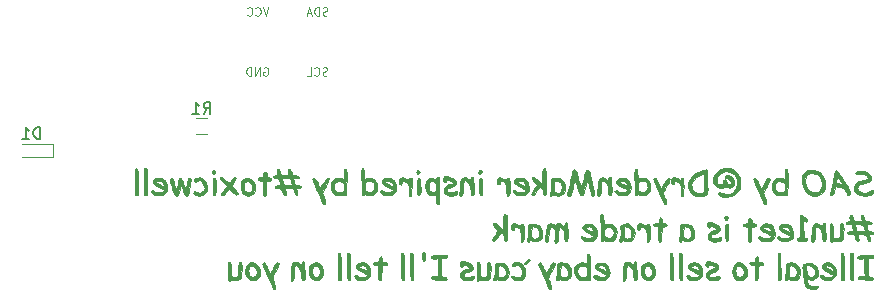
<source format=gbo>
G04 #@! TF.FileFunction,Legend,Bot*
%FSLAX46Y46*%
G04 Gerber Fmt 4.6, Leading zero omitted, Abs format (unit mm)*
G04 Created by KiCad (PCBNEW 4.0.7) date 07/12/18 15:29:07*
%MOMM*%
%LPD*%
G01*
G04 APERTURE LIST*
%ADD10C,0.100000*%
%ADD11C,0.010000*%
%ADD12C,0.120000*%
%ADD13C,0.150000*%
G04 APERTURE END LIST*
D10*
D11*
G36*
X131875674Y-103954788D02*
X131925423Y-104000403D01*
X131939132Y-104037364D01*
X131930277Y-104098956D01*
X131894473Y-104196299D01*
X131827335Y-104340510D01*
X131724479Y-104542706D01*
X131671893Y-104643186D01*
X131556336Y-104861056D01*
X131474668Y-105021341D01*
X131425027Y-105143202D01*
X131405548Y-105245803D01*
X131414369Y-105348306D01*
X131449627Y-105469873D01*
X131509458Y-105629666D01*
X131562523Y-105768074D01*
X131612640Y-105917645D01*
X131642618Y-106041882D01*
X131646358Y-106115155D01*
X131645633Y-106117324D01*
X131591004Y-106165291D01*
X131503551Y-106180276D01*
X131424439Y-106160384D01*
X131397293Y-106128750D01*
X131317009Y-105906368D01*
X131228682Y-105680857D01*
X131124466Y-105433522D01*
X130996517Y-105145665D01*
X130860000Y-104848167D01*
X130755057Y-104616049D01*
X130664970Y-104405813D01*
X130595209Y-104231146D01*
X130551247Y-104105732D01*
X130538461Y-104043834D01*
X130587251Y-103967922D01*
X130647592Y-103945398D01*
X130692431Y-103947454D01*
X130735147Y-103975462D01*
X130784147Y-104041461D01*
X130847837Y-104157489D01*
X130934623Y-104335584D01*
X130965092Y-104400095D01*
X131051219Y-104579712D01*
X131125174Y-104727512D01*
X131179348Y-104828739D01*
X131206136Y-104868634D01*
X131206667Y-104868756D01*
X131233746Y-104833698D01*
X131289114Y-104739357D01*
X131363349Y-104602256D01*
X131410169Y-104511943D01*
X131541642Y-104265049D01*
X131648266Y-104091509D01*
X131735703Y-103985701D01*
X131809618Y-103942001D01*
X131875674Y-103954788D01*
X131875674Y-103954788D01*
G37*
X131875674Y-103954788D02*
X131925423Y-104000403D01*
X131939132Y-104037364D01*
X131930277Y-104098956D01*
X131894473Y-104196299D01*
X131827335Y-104340510D01*
X131724479Y-104542706D01*
X131671893Y-104643186D01*
X131556336Y-104861056D01*
X131474668Y-105021341D01*
X131425027Y-105143202D01*
X131405548Y-105245803D01*
X131414369Y-105348306D01*
X131449627Y-105469873D01*
X131509458Y-105629666D01*
X131562523Y-105768074D01*
X131612640Y-105917645D01*
X131642618Y-106041882D01*
X131646358Y-106115155D01*
X131645633Y-106117324D01*
X131591004Y-106165291D01*
X131503551Y-106180276D01*
X131424439Y-106160384D01*
X131397293Y-106128750D01*
X131317009Y-105906368D01*
X131228682Y-105680857D01*
X131124466Y-105433522D01*
X130996517Y-105145665D01*
X130860000Y-104848167D01*
X130755057Y-104616049D01*
X130664970Y-104405813D01*
X130595209Y-104231146D01*
X130551247Y-104105732D01*
X130538461Y-104043834D01*
X130587251Y-103967922D01*
X130647592Y-103945398D01*
X130692431Y-103947454D01*
X130735147Y-103975462D01*
X130784147Y-104041461D01*
X130847837Y-104157489D01*
X130934623Y-104335584D01*
X130965092Y-104400095D01*
X131051219Y-104579712D01*
X131125174Y-104727512D01*
X131179348Y-104828739D01*
X131206136Y-104868634D01*
X131206667Y-104868756D01*
X131233746Y-104833698D01*
X131289114Y-104739357D01*
X131363349Y-104602256D01*
X131410169Y-104511943D01*
X131541642Y-104265049D01*
X131648266Y-104091509D01*
X131735703Y-103985701D01*
X131809618Y-103942001D01*
X131875674Y-103954788D01*
G36*
X155254052Y-103965010D02*
X155289352Y-104012084D01*
X155297428Y-104059313D01*
X155279258Y-104137648D01*
X155230561Y-104257796D01*
X155147054Y-104430460D01*
X155037455Y-104641765D01*
X154933923Y-104841625D01*
X154846410Y-105017887D01*
X154781984Y-105155740D01*
X154747709Y-105240374D01*
X154744000Y-105256819D01*
X154759832Y-105322724D01*
X154801624Y-105441836D01*
X154860820Y-105590050D01*
X154869855Y-105611388D01*
X154932373Y-105775832D01*
X154977791Y-105929253D01*
X154996764Y-106039811D01*
X154996855Y-106044084D01*
X154988433Y-106139495D01*
X154947860Y-106176659D01*
X154890838Y-106181667D01*
X154794397Y-106153829D01*
X154758083Y-106107584D01*
X154656672Y-105837208D01*
X154514363Y-105494565D01*
X154331797Y-105081164D01*
X154206364Y-104806638D01*
X154105159Y-104581287D01*
X154019058Y-104377741D01*
X153953681Y-104210273D01*
X153914650Y-104093153D01*
X153906254Y-104044638D01*
X153954865Y-103967899D01*
X154011536Y-103945929D01*
X154059509Y-103949399D01*
X154107020Y-103980753D01*
X154160316Y-104049949D01*
X154225648Y-104166941D01*
X154309264Y-104341684D01*
X154417415Y-104584134D01*
X154429497Y-104611748D01*
X154566685Y-104925662D01*
X154744590Y-104569414D01*
X154886998Y-104299016D01*
X155006299Y-104106292D01*
X155105342Y-103988327D01*
X155186976Y-103942204D01*
X155254052Y-103965010D01*
X155254052Y-103965010D01*
G37*
X155254052Y-103965010D02*
X155289352Y-104012084D01*
X155297428Y-104059313D01*
X155279258Y-104137648D01*
X155230561Y-104257796D01*
X155147054Y-104430460D01*
X155037455Y-104641765D01*
X154933923Y-104841625D01*
X154846410Y-105017887D01*
X154781984Y-105155740D01*
X154747709Y-105240374D01*
X154744000Y-105256819D01*
X154759832Y-105322724D01*
X154801624Y-105441836D01*
X154860820Y-105590050D01*
X154869855Y-105611388D01*
X154932373Y-105775832D01*
X154977791Y-105929253D01*
X154996764Y-106039811D01*
X154996855Y-106044084D01*
X154988433Y-106139495D01*
X154947860Y-106176659D01*
X154890838Y-106181667D01*
X154794397Y-106153829D01*
X154758083Y-106107584D01*
X154656672Y-105837208D01*
X154514363Y-105494565D01*
X154331797Y-105081164D01*
X154206364Y-104806638D01*
X154105159Y-104581287D01*
X154019058Y-104377741D01*
X153953681Y-104210273D01*
X153914650Y-104093153D01*
X153906254Y-104044638D01*
X153954865Y-103967899D01*
X154011536Y-103945929D01*
X154059509Y-103949399D01*
X154107020Y-103980753D01*
X154160316Y-104049949D01*
X154225648Y-104166941D01*
X154309264Y-104341684D01*
X154417415Y-104584134D01*
X154429497Y-104611748D01*
X154566685Y-104925662D01*
X154744590Y-104569414D01*
X154886998Y-104299016D01*
X155006299Y-104106292D01*
X155105342Y-103988327D01*
X155186976Y-103942204D01*
X155254052Y-103965010D01*
G36*
X176906583Y-103975492D02*
X176984049Y-103989065D01*
X177200744Y-104074276D01*
X177377783Y-104222896D01*
X177505926Y-104419317D01*
X177575932Y-104647931D01*
X177578562Y-104893134D01*
X177564431Y-104969310D01*
X177483876Y-105161120D01*
X177354072Y-105302978D01*
X177191716Y-105389219D01*
X177013505Y-105414178D01*
X176836136Y-105372188D01*
X176685889Y-105267404D01*
X176579402Y-105160917D01*
X176609831Y-105385542D01*
X176655231Y-105618088D01*
X176725710Y-105777047D01*
X176833513Y-105872520D01*
X176990885Y-105914610D01*
X177210073Y-105913418D01*
X177246086Y-105910400D01*
X177407425Y-105898393D01*
X177504050Y-105900349D01*
X177555142Y-105918838D01*
X177579357Y-105955040D01*
X177579557Y-106048084D01*
X177499471Y-106115728D01*
X177339685Y-106157648D01*
X177191114Y-106171053D01*
X176989863Y-106170351D01*
X176834622Y-106142656D01*
X176728391Y-106101672D01*
X176604509Y-106027284D01*
X176513806Y-105927489D01*
X176449267Y-105787322D01*
X176403876Y-105591817D01*
X176372160Y-105341808D01*
X176348367Y-105110598D01*
X176321183Y-104860775D01*
X176295586Y-104637797D01*
X176289723Y-104589157D01*
X176268845Y-104368824D01*
X176269432Y-104317612D01*
X176555745Y-104317612D01*
X176556203Y-104456598D01*
X176564605Y-104545611D01*
X176611672Y-104775854D01*
X176693251Y-104962231D01*
X176800148Y-105097499D01*
X176923172Y-105174418D01*
X177053129Y-105185743D01*
X177180827Y-105124235D01*
X177233584Y-105072632D01*
X177288089Y-104955514D01*
X177306351Y-104792356D01*
X177288124Y-104613751D01*
X177238458Y-104461116D01*
X177121911Y-104308129D01*
X176953687Y-104216149D01*
X176791186Y-104192648D01*
X176662941Y-104201677D01*
X176587892Y-104237985D01*
X176555745Y-104317612D01*
X176269432Y-104317612D01*
X176270538Y-104221248D01*
X176296038Y-104137254D01*
X176346578Y-104107664D01*
X176354513Y-104107334D01*
X176425721Y-104077712D01*
X176457178Y-104048438D01*
X176555285Y-103989637D01*
X176711815Y-103964564D01*
X176906583Y-103975492D01*
X176906583Y-103975492D01*
G37*
X176906583Y-103975492D02*
X176984049Y-103989065D01*
X177200744Y-104074276D01*
X177377783Y-104222896D01*
X177505926Y-104419317D01*
X177575932Y-104647931D01*
X177578562Y-104893134D01*
X177564431Y-104969310D01*
X177483876Y-105161120D01*
X177354072Y-105302978D01*
X177191716Y-105389219D01*
X177013505Y-105414178D01*
X176836136Y-105372188D01*
X176685889Y-105267404D01*
X176579402Y-105160917D01*
X176609831Y-105385542D01*
X176655231Y-105618088D01*
X176725710Y-105777047D01*
X176833513Y-105872520D01*
X176990885Y-105914610D01*
X177210073Y-105913418D01*
X177246086Y-105910400D01*
X177407425Y-105898393D01*
X177504050Y-105900349D01*
X177555142Y-105918838D01*
X177579357Y-105955040D01*
X177579557Y-106048084D01*
X177499471Y-106115728D01*
X177339685Y-106157648D01*
X177191114Y-106171053D01*
X176989863Y-106170351D01*
X176834622Y-106142656D01*
X176728391Y-106101672D01*
X176604509Y-106027284D01*
X176513806Y-105927489D01*
X176449267Y-105787322D01*
X176403876Y-105591817D01*
X176372160Y-105341808D01*
X176348367Y-105110598D01*
X176321183Y-104860775D01*
X176295586Y-104637797D01*
X176289723Y-104589157D01*
X176268845Y-104368824D01*
X176269432Y-104317612D01*
X176555745Y-104317612D01*
X176556203Y-104456598D01*
X176564605Y-104545611D01*
X176611672Y-104775854D01*
X176693251Y-104962231D01*
X176800148Y-105097499D01*
X176923172Y-105174418D01*
X177053129Y-105185743D01*
X177180827Y-105124235D01*
X177233584Y-105072632D01*
X177288089Y-104955514D01*
X177306351Y-104792356D01*
X177288124Y-104613751D01*
X177238458Y-104461116D01*
X177121911Y-104308129D01*
X176953687Y-104216149D01*
X176791186Y-104192648D01*
X176662941Y-104201677D01*
X176587892Y-104237985D01*
X176555745Y-104317612D01*
X176269432Y-104317612D01*
X176270538Y-104221248D01*
X176296038Y-104137254D01*
X176346578Y-104107664D01*
X176354513Y-104107334D01*
X176425721Y-104077712D01*
X176457178Y-104048438D01*
X176555285Y-103989637D01*
X176711815Y-103964564D01*
X176906583Y-103975492D01*
G36*
X127771825Y-103910847D02*
X127815864Y-103963594D01*
X127846379Y-104064720D01*
X127866151Y-104225036D01*
X127877961Y-104455352D01*
X127880705Y-104553565D01*
X127887684Y-104791804D01*
X127899917Y-104958282D01*
X127924348Y-105065889D01*
X127967920Y-105127516D01*
X128037577Y-105156052D01*
X128140263Y-105164386D01*
X128210094Y-105165019D01*
X128345410Y-105156384D01*
X128422161Y-105123847D01*
X128453781Y-105083279D01*
X128471346Y-105010883D01*
X128487320Y-104873033D01*
X128500030Y-104688940D01*
X128507801Y-104477816D01*
X128508187Y-104458862D01*
X128518500Y-103916834D01*
X128622439Y-103916834D01*
X128693631Y-103930949D01*
X128736274Y-103988250D01*
X128763724Y-104086167D01*
X128780223Y-104222620D01*
X128784863Y-104408527D01*
X128779113Y-104620423D01*
X128764441Y-104834843D01*
X128742314Y-105028322D01*
X128714201Y-105177396D01*
X128691319Y-105243592D01*
X128583117Y-105366642D01*
X128422717Y-105441619D01*
X128230994Y-105463224D01*
X128028817Y-105426159D01*
X128005434Y-105417741D01*
X127914193Y-105394692D01*
X127863891Y-105421085D01*
X127852407Y-105438907D01*
X127788263Y-105490119D01*
X127701508Y-105503245D01*
X127636061Y-105472299D01*
X127633655Y-105468723D01*
X127624665Y-105413351D01*
X127617427Y-105290532D01*
X127612000Y-105117423D01*
X127608444Y-104911177D01*
X127606818Y-104688948D01*
X127607180Y-104467891D01*
X127609591Y-104265161D01*
X127614109Y-104097912D01*
X127620794Y-103983299D01*
X127628374Y-103939822D01*
X127691171Y-103898237D01*
X127711482Y-103895667D01*
X127771825Y-103910847D01*
X127771825Y-103910847D01*
G37*
X127771825Y-103910847D02*
X127815864Y-103963594D01*
X127846379Y-104064720D01*
X127866151Y-104225036D01*
X127877961Y-104455352D01*
X127880705Y-104553565D01*
X127887684Y-104791804D01*
X127899917Y-104958282D01*
X127924348Y-105065889D01*
X127967920Y-105127516D01*
X128037577Y-105156052D01*
X128140263Y-105164386D01*
X128210094Y-105165019D01*
X128345410Y-105156384D01*
X128422161Y-105123847D01*
X128453781Y-105083279D01*
X128471346Y-105010883D01*
X128487320Y-104873033D01*
X128500030Y-104688940D01*
X128507801Y-104477816D01*
X128508187Y-104458862D01*
X128518500Y-103916834D01*
X128622439Y-103916834D01*
X128693631Y-103930949D01*
X128736274Y-103988250D01*
X128763724Y-104086167D01*
X128780223Y-104222620D01*
X128784863Y-104408527D01*
X128779113Y-104620423D01*
X128764441Y-104834843D01*
X128742314Y-105028322D01*
X128714201Y-105177396D01*
X128691319Y-105243592D01*
X128583117Y-105366642D01*
X128422717Y-105441619D01*
X128230994Y-105463224D01*
X128028817Y-105426159D01*
X128005434Y-105417741D01*
X127914193Y-105394692D01*
X127863891Y-105421085D01*
X127852407Y-105438907D01*
X127788263Y-105490119D01*
X127701508Y-105503245D01*
X127636061Y-105472299D01*
X127633655Y-105468723D01*
X127624665Y-105413351D01*
X127617427Y-105290532D01*
X127612000Y-105117423D01*
X127608444Y-104911177D01*
X127606818Y-104688948D01*
X127607180Y-104467891D01*
X127609591Y-104265161D01*
X127614109Y-104097912D01*
X127620794Y-103983299D01*
X127628374Y-103939822D01*
X127691171Y-103898237D01*
X127711482Y-103895667D01*
X127771825Y-103910847D01*
G36*
X134039139Y-103875452D02*
X134054271Y-103929636D01*
X134070487Y-104053648D01*
X134086414Y-104232684D01*
X134100685Y-104451942D01*
X134109609Y-104637082D01*
X134119806Y-104902357D01*
X134124765Y-105095846D01*
X134123780Y-105230308D01*
X134116146Y-105318504D01*
X134101156Y-105373192D01*
X134078105Y-105407131D01*
X134066423Y-105417794D01*
X133984137Y-105455166D01*
X133923035Y-105433780D01*
X133884336Y-105389124D01*
X133861198Y-105303499D01*
X133849954Y-105159180D01*
X133847794Y-105070159D01*
X133823479Y-104825027D01*
X133762979Y-104603225D01*
X133673792Y-104417772D01*
X133563419Y-104281690D01*
X133439358Y-104207997D01*
X133346981Y-104200701D01*
X133316994Y-104209985D01*
X133293091Y-104234850D01*
X133273915Y-104285183D01*
X133258107Y-104370870D01*
X133244309Y-104501797D01*
X133231162Y-104687853D01*
X133217307Y-104938922D01*
X133201719Y-105257893D01*
X133172924Y-105365073D01*
X133111322Y-105457576D01*
X133039286Y-105503449D01*
X133029160Y-105504334D01*
X132975791Y-105475648D01*
X132947603Y-105447183D01*
X132929677Y-105379902D01*
X132922273Y-105247396D01*
X132924080Y-105068276D01*
X132933786Y-104861153D01*
X132950080Y-104644638D01*
X132971650Y-104437342D01*
X132997184Y-104257874D01*
X133025372Y-104124847D01*
X133044499Y-104072093D01*
X133148745Y-103945270D01*
X133285274Y-103891676D01*
X133443083Y-103911774D01*
X133611167Y-104006030D01*
X133659021Y-104046178D01*
X133825619Y-104196690D01*
X133839060Y-104061031D01*
X133871431Y-103950835D01*
X133931645Y-103876137D01*
X134000631Y-103854627D01*
X134039139Y-103875452D01*
X134039139Y-103875452D01*
G37*
X134039139Y-103875452D02*
X134054271Y-103929636D01*
X134070487Y-104053648D01*
X134086414Y-104232684D01*
X134100685Y-104451942D01*
X134109609Y-104637082D01*
X134119806Y-104902357D01*
X134124765Y-105095846D01*
X134123780Y-105230308D01*
X134116146Y-105318504D01*
X134101156Y-105373192D01*
X134078105Y-105407131D01*
X134066423Y-105417794D01*
X133984137Y-105455166D01*
X133923035Y-105433780D01*
X133884336Y-105389124D01*
X133861198Y-105303499D01*
X133849954Y-105159180D01*
X133847794Y-105070159D01*
X133823479Y-104825027D01*
X133762979Y-104603225D01*
X133673792Y-104417772D01*
X133563419Y-104281690D01*
X133439358Y-104207997D01*
X133346981Y-104200701D01*
X133316994Y-104209985D01*
X133293091Y-104234850D01*
X133273915Y-104285183D01*
X133258107Y-104370870D01*
X133244309Y-104501797D01*
X133231162Y-104687853D01*
X133217307Y-104938922D01*
X133201719Y-105257893D01*
X133172924Y-105365073D01*
X133111322Y-105457576D01*
X133039286Y-105503449D01*
X133029160Y-105504334D01*
X132975791Y-105475648D01*
X132947603Y-105447183D01*
X132929677Y-105379902D01*
X132922273Y-105247396D01*
X132924080Y-105068276D01*
X132933786Y-104861153D01*
X132950080Y-104644638D01*
X132971650Y-104437342D01*
X132997184Y-104257874D01*
X133025372Y-104124847D01*
X133044499Y-104072093D01*
X133148745Y-103945270D01*
X133285274Y-103891676D01*
X133443083Y-103911774D01*
X133611167Y-104006030D01*
X133659021Y-104046178D01*
X133825619Y-104196690D01*
X133839060Y-104061031D01*
X133871431Y-103950835D01*
X133931645Y-103876137D01*
X134000631Y-103854627D01*
X134039139Y-103875452D01*
G36*
X149763196Y-103932492D02*
X149814609Y-104020901D01*
X149847913Y-104172225D01*
X149863952Y-104366860D01*
X149863570Y-104585202D01*
X149847612Y-104807650D01*
X149816922Y-105014598D01*
X149772344Y-105186443D01*
X149714723Y-105303583D01*
X149703570Y-105316775D01*
X149557629Y-105413743D01*
X149367150Y-105454146D01*
X149154272Y-105433599D01*
X149136541Y-105429085D01*
X149014058Y-105404843D01*
X148937617Y-105416715D01*
X148898667Y-105443875D01*
X148807332Y-105498355D01*
X148735315Y-105490914D01*
X148718851Y-105472584D01*
X148711868Y-105421788D01*
X148704218Y-105300717D01*
X148696545Y-105123754D01*
X148689489Y-104905278D01*
X148684603Y-104704726D01*
X148679759Y-104435320D01*
X148678790Y-104238321D01*
X148682556Y-104101523D01*
X148691920Y-104012720D01*
X148707742Y-103959705D01*
X148730885Y-103930272D01*
X148739702Y-103924014D01*
X148822717Y-103904398D01*
X148877285Y-103935055D01*
X148905475Y-103972742D01*
X148924772Y-104040019D01*
X148936680Y-104150711D01*
X148942699Y-104318643D01*
X148944334Y-104552080D01*
X148944749Y-104790785D01*
X148951189Y-104957696D01*
X148971443Y-105065667D01*
X149013300Y-105127553D01*
X149084549Y-105156208D01*
X149192979Y-105164487D01*
X149315798Y-105165089D01*
X149434592Y-105158241D01*
X149499226Y-105126456D01*
X149539665Y-105054366D01*
X149541658Y-105049250D01*
X149559637Y-104956202D01*
X149571015Y-104799402D01*
X149574728Y-104599587D01*
X149572360Y-104450672D01*
X149567699Y-104237370D01*
X149569706Y-104093210D01*
X149580027Y-104002818D01*
X149600305Y-103950816D01*
X149628702Y-103923960D01*
X149712828Y-103904247D01*
X149763196Y-103932492D01*
X149763196Y-103932492D01*
G37*
X149763196Y-103932492D02*
X149814609Y-104020901D01*
X149847913Y-104172225D01*
X149863952Y-104366860D01*
X149863570Y-104585202D01*
X149847612Y-104807650D01*
X149816922Y-105014598D01*
X149772344Y-105186443D01*
X149714723Y-105303583D01*
X149703570Y-105316775D01*
X149557629Y-105413743D01*
X149367150Y-105454146D01*
X149154272Y-105433599D01*
X149136541Y-105429085D01*
X149014058Y-105404843D01*
X148937617Y-105416715D01*
X148898667Y-105443875D01*
X148807332Y-105498355D01*
X148735315Y-105490914D01*
X148718851Y-105472584D01*
X148711868Y-105421788D01*
X148704218Y-105300717D01*
X148696545Y-105123754D01*
X148689489Y-104905278D01*
X148684603Y-104704726D01*
X148679759Y-104435320D01*
X148678790Y-104238321D01*
X148682556Y-104101523D01*
X148691920Y-104012720D01*
X148707742Y-103959705D01*
X148730885Y-103930272D01*
X148739702Y-103924014D01*
X148822717Y-103904398D01*
X148877285Y-103935055D01*
X148905475Y-103972742D01*
X148924772Y-104040019D01*
X148936680Y-104150711D01*
X148942699Y-104318643D01*
X148944334Y-104552080D01*
X148944749Y-104790785D01*
X148951189Y-104957696D01*
X148971443Y-105065667D01*
X149013300Y-105127553D01*
X149084549Y-105156208D01*
X149192979Y-105164487D01*
X149315798Y-105165089D01*
X149434592Y-105158241D01*
X149499226Y-105126456D01*
X149539665Y-105054366D01*
X149541658Y-105049250D01*
X149559637Y-104956202D01*
X149571015Y-104799402D01*
X149574728Y-104599587D01*
X149572360Y-104450672D01*
X149567699Y-104237370D01*
X149569706Y-104093210D01*
X149580027Y-104002818D01*
X149600305Y-103950816D01*
X149628702Y-103923960D01*
X149712828Y-103904247D01*
X149763196Y-103932492D01*
G36*
X162148472Y-103875452D02*
X162163605Y-103929636D01*
X162179820Y-104053648D01*
X162195748Y-104232684D01*
X162210018Y-104451942D01*
X162218942Y-104637082D01*
X162229139Y-104902357D01*
X162234098Y-105095846D01*
X162233113Y-105230308D01*
X162225479Y-105318504D01*
X162210490Y-105373192D01*
X162187439Y-105407131D01*
X162175757Y-105417794D01*
X162092756Y-105455080D01*
X162033311Y-105434360D01*
X161994598Y-105388447D01*
X161971618Y-105299371D01*
X161960750Y-105149698D01*
X161959095Y-105076981D01*
X161937924Y-104809322D01*
X161877330Y-104593711D01*
X161768302Y-104403180D01*
X161708580Y-104327319D01*
X161607739Y-104230726D01*
X161513958Y-104198898D01*
X161479915Y-104200319D01*
X161442858Y-104206842D01*
X161413823Y-104223400D01*
X161391219Y-104259952D01*
X161373456Y-104326457D01*
X161358943Y-104432875D01*
X161346091Y-104589164D01*
X161333309Y-104805284D01*
X161319007Y-105091194D01*
X161311053Y-105257893D01*
X161282258Y-105365073D01*
X161220655Y-105457576D01*
X161148620Y-105503449D01*
X161138493Y-105504334D01*
X161085124Y-105475648D01*
X161056936Y-105447183D01*
X161039010Y-105379902D01*
X161031607Y-105247396D01*
X161033414Y-105068276D01*
X161043119Y-104861153D01*
X161059413Y-104644638D01*
X161080983Y-104437342D01*
X161106518Y-104257874D01*
X161134706Y-104124847D01*
X161153832Y-104072093D01*
X161258079Y-103945270D01*
X161394608Y-103891676D01*
X161552416Y-103911774D01*
X161720500Y-104006030D01*
X161768354Y-104046178D01*
X161934953Y-104196690D01*
X161948393Y-104061031D01*
X161980764Y-103950835D01*
X162040979Y-103876137D01*
X162109964Y-103854627D01*
X162148472Y-103875452D01*
X162148472Y-103875452D01*
G37*
X162148472Y-103875452D02*
X162163605Y-103929636D01*
X162179820Y-104053648D01*
X162195748Y-104232684D01*
X162210018Y-104451942D01*
X162218942Y-104637082D01*
X162229139Y-104902357D01*
X162234098Y-105095846D01*
X162233113Y-105230308D01*
X162225479Y-105318504D01*
X162210490Y-105373192D01*
X162187439Y-105407131D01*
X162175757Y-105417794D01*
X162092756Y-105455080D01*
X162033311Y-105434360D01*
X161994598Y-105388447D01*
X161971618Y-105299371D01*
X161960750Y-105149698D01*
X161959095Y-105076981D01*
X161937924Y-104809322D01*
X161877330Y-104593711D01*
X161768302Y-104403180D01*
X161708580Y-104327319D01*
X161607739Y-104230726D01*
X161513958Y-104198898D01*
X161479915Y-104200319D01*
X161442858Y-104206842D01*
X161413823Y-104223400D01*
X161391219Y-104259952D01*
X161373456Y-104326457D01*
X161358943Y-104432875D01*
X161346091Y-104589164D01*
X161333309Y-104805284D01*
X161319007Y-105091194D01*
X161311053Y-105257893D01*
X161282258Y-105365073D01*
X161220655Y-105457576D01*
X161148620Y-105503449D01*
X161138493Y-105504334D01*
X161085124Y-105475648D01*
X161056936Y-105447183D01*
X161039010Y-105379902D01*
X161031607Y-105247396D01*
X161033414Y-105068276D01*
X161043119Y-104861153D01*
X161059413Y-104644638D01*
X161080983Y-104437342D01*
X161106518Y-104257874D01*
X161134706Y-104124847D01*
X161153832Y-104072093D01*
X161258079Y-103945270D01*
X161394608Y-103891676D01*
X161552416Y-103911774D01*
X161720500Y-104006030D01*
X161768354Y-104046178D01*
X161934953Y-104196690D01*
X161948393Y-104061031D01*
X161980764Y-103950835D01*
X162040979Y-103876137D01*
X162109964Y-103854627D01*
X162148472Y-103875452D01*
G36*
X129686872Y-103947971D02*
X129920686Y-104007380D01*
X130104306Y-104132659D01*
X130233571Y-104318618D01*
X130304320Y-104560068D01*
X130316970Y-104733852D01*
X130299379Y-104966089D01*
X130238494Y-105144832D01*
X130124240Y-105294465D01*
X130061939Y-105351124D01*
X129907587Y-105432584D01*
X129718512Y-105463510D01*
X129531664Y-105438439D01*
X129513334Y-105432210D01*
X129379538Y-105344202D01*
X129258229Y-105194180D01*
X129161826Y-105004796D01*
X129102749Y-104798703D01*
X129090236Y-104660567D01*
X129096813Y-104618084D01*
X129363133Y-104618084D01*
X129367125Y-104812480D01*
X129423062Y-104975681D01*
X129518549Y-105097574D01*
X129641190Y-105168041D01*
X129778588Y-105176969D01*
X129918347Y-105114241D01*
X129944851Y-105092770D01*
X130030656Y-104968194D01*
X130061229Y-104810813D01*
X130043285Y-104640776D01*
X129983541Y-104478230D01*
X129888711Y-104343321D01*
X129765511Y-104256198D01*
X129658713Y-104234334D01*
X129527891Y-104263968D01*
X129436394Y-104357405D01*
X129378986Y-104521442D01*
X129363133Y-104618084D01*
X129096813Y-104618084D01*
X129127183Y-104421945D01*
X129227731Y-104199590D01*
X129328249Y-104072285D01*
X129422596Y-103985963D01*
X129502611Y-103946820D01*
X129606854Y-103941489D01*
X129686872Y-103947971D01*
X129686872Y-103947971D01*
G37*
X129686872Y-103947971D02*
X129920686Y-104007380D01*
X130104306Y-104132659D01*
X130233571Y-104318618D01*
X130304320Y-104560068D01*
X130316970Y-104733852D01*
X130299379Y-104966089D01*
X130238494Y-105144832D01*
X130124240Y-105294465D01*
X130061939Y-105351124D01*
X129907587Y-105432584D01*
X129718512Y-105463510D01*
X129531664Y-105438439D01*
X129513334Y-105432210D01*
X129379538Y-105344202D01*
X129258229Y-105194180D01*
X129161826Y-105004796D01*
X129102749Y-104798703D01*
X129090236Y-104660567D01*
X129096813Y-104618084D01*
X129363133Y-104618084D01*
X129367125Y-104812480D01*
X129423062Y-104975681D01*
X129518549Y-105097574D01*
X129641190Y-105168041D01*
X129778588Y-105176969D01*
X129918347Y-105114241D01*
X129944851Y-105092770D01*
X130030656Y-104968194D01*
X130061229Y-104810813D01*
X130043285Y-104640776D01*
X129983541Y-104478230D01*
X129888711Y-104343321D01*
X129765511Y-104256198D01*
X129658713Y-104234334D01*
X129527891Y-104263968D01*
X129436394Y-104357405D01*
X129378986Y-104521442D01*
X129363133Y-104618084D01*
X129096813Y-104618084D01*
X129127183Y-104421945D01*
X129227731Y-104199590D01*
X129328249Y-104072285D01*
X129422596Y-103985963D01*
X129502611Y-103946820D01*
X129606854Y-103941489D01*
X129686872Y-103947971D01*
G36*
X135282586Y-104007740D02*
X135310184Y-104021230D01*
X135466632Y-104145201D01*
X135586629Y-104326477D01*
X135664062Y-104543316D01*
X135692816Y-104773978D01*
X135666780Y-104996723D01*
X135619851Y-105122490D01*
X135495096Y-105292029D01*
X135330048Y-105405863D01*
X135143481Y-105459083D01*
X134954170Y-105446780D01*
X134780887Y-105364045D01*
X134759891Y-105347335D01*
X134599952Y-105158980D01*
X134500703Y-104920345D01*
X134468193Y-104657667D01*
X134472269Y-104621587D01*
X134729299Y-104621587D01*
X134737518Y-104822478D01*
X134795675Y-104989461D01*
X134892184Y-105112527D01*
X135015458Y-105181669D01*
X135153913Y-105186879D01*
X135295961Y-105118150D01*
X135300251Y-105114766D01*
X135375579Y-105006896D01*
X135413951Y-104849757D01*
X135409813Y-104672708D01*
X135396255Y-104607506D01*
X135316066Y-104409230D01*
X135201717Y-104283896D01*
X135056494Y-104234918D01*
X135037015Y-104234334D01*
X134894832Y-104267297D01*
X134796707Y-104368325D01*
X134740093Y-104540623D01*
X134729299Y-104621587D01*
X134472269Y-104621587D01*
X134497559Y-104397731D01*
X134580262Y-104190285D01*
X134708209Y-104041446D01*
X134873307Y-103957330D01*
X135067464Y-103944056D01*
X135282586Y-104007740D01*
X135282586Y-104007740D01*
G37*
X135282586Y-104007740D02*
X135310184Y-104021230D01*
X135466632Y-104145201D01*
X135586629Y-104326477D01*
X135664062Y-104543316D01*
X135692816Y-104773978D01*
X135666780Y-104996723D01*
X135619851Y-105122490D01*
X135495096Y-105292029D01*
X135330048Y-105405863D01*
X135143481Y-105459083D01*
X134954170Y-105446780D01*
X134780887Y-105364045D01*
X134759891Y-105347335D01*
X134599952Y-105158980D01*
X134500703Y-104920345D01*
X134468193Y-104657667D01*
X134472269Y-104621587D01*
X134729299Y-104621587D01*
X134737518Y-104822478D01*
X134795675Y-104989461D01*
X134892184Y-105112527D01*
X135015458Y-105181669D01*
X135153913Y-105186879D01*
X135295961Y-105118150D01*
X135300251Y-105114766D01*
X135375579Y-105006896D01*
X135413951Y-104849757D01*
X135409813Y-104672708D01*
X135396255Y-104607506D01*
X135316066Y-104409230D01*
X135201717Y-104283896D01*
X135056494Y-104234918D01*
X135037015Y-104234334D01*
X134894832Y-104267297D01*
X134796707Y-104368325D01*
X134740093Y-104540623D01*
X134729299Y-104621587D01*
X134472269Y-104621587D01*
X134497559Y-104397731D01*
X134580262Y-104190285D01*
X134708209Y-104041446D01*
X134873307Y-103957330D01*
X135067464Y-103944056D01*
X135282586Y-104007740D01*
G36*
X137101870Y-103167455D02*
X137121179Y-103223804D01*
X137139393Y-103350746D01*
X137156089Y-103534211D01*
X137170845Y-103760128D01*
X137183239Y-104014425D01*
X137192849Y-104283032D01*
X137199252Y-104551878D01*
X137202026Y-104806893D01*
X137200748Y-105034004D01*
X137194996Y-105219143D01*
X137184348Y-105348237D01*
X137169075Y-105406442D01*
X137085614Y-105458547D01*
X137004343Y-105432468D01*
X136970696Y-105387917D01*
X136959422Y-105326404D01*
X136948161Y-105192677D01*
X136937512Y-104999186D01*
X136928078Y-104758379D01*
X136920457Y-104482708D01*
X136916289Y-104260267D01*
X136911838Y-103931887D01*
X136909880Y-103678084D01*
X136910916Y-103488793D01*
X136915449Y-103353948D01*
X136923981Y-103263483D01*
X136937012Y-103207331D01*
X136955045Y-103175428D01*
X136971035Y-103162055D01*
X137054962Y-103141627D01*
X137101870Y-103167455D01*
X137101870Y-103167455D01*
G37*
X137101870Y-103167455D02*
X137121179Y-103223804D01*
X137139393Y-103350746D01*
X137156089Y-103534211D01*
X137170845Y-103760128D01*
X137183239Y-104014425D01*
X137192849Y-104283032D01*
X137199252Y-104551878D01*
X137202026Y-104806893D01*
X137200748Y-105034004D01*
X137194996Y-105219143D01*
X137184348Y-105348237D01*
X137169075Y-105406442D01*
X137085614Y-105458547D01*
X137004343Y-105432468D01*
X136970696Y-105387917D01*
X136959422Y-105326404D01*
X136948161Y-105192677D01*
X136937512Y-104999186D01*
X136928078Y-104758379D01*
X136920457Y-104482708D01*
X136916289Y-104260267D01*
X136911838Y-103931887D01*
X136909880Y-103678084D01*
X136910916Y-103488793D01*
X136915449Y-103353948D01*
X136923981Y-103263483D01*
X136937012Y-103207331D01*
X136955045Y-103175428D01*
X136971035Y-103162055D01*
X137054962Y-103141627D01*
X137101870Y-103167455D01*
G36*
X137866704Y-103160670D02*
X137901695Y-103190373D01*
X137924216Y-103262236D01*
X137942844Y-103394549D01*
X137949097Y-103450037D01*
X137958797Y-103586693D01*
X137966119Y-103788722D01*
X137970704Y-104036854D01*
X137972196Y-104311819D01*
X137970263Y-104592486D01*
X137965584Y-104884269D01*
X137959863Y-105102042D01*
X137952123Y-105256460D01*
X137941387Y-105358177D01*
X137926680Y-105417852D01*
X137907025Y-105446138D01*
X137891440Y-105452682D01*
X137809999Y-105434316D01*
X137772282Y-105403258D01*
X137754645Y-105353823D01*
X137740459Y-105248415D01*
X137729415Y-105081010D01*
X137721201Y-104845585D01*
X137715507Y-104536116D01*
X137712675Y-104247859D01*
X137704834Y-103154834D01*
X137810667Y-103154834D01*
X137866704Y-103160670D01*
X137866704Y-103160670D01*
G37*
X137866704Y-103160670D02*
X137901695Y-103190373D01*
X137924216Y-103262236D01*
X137942844Y-103394549D01*
X137949097Y-103450037D01*
X137958797Y-103586693D01*
X137966119Y-103788722D01*
X137970704Y-104036854D01*
X137972196Y-104311819D01*
X137970263Y-104592486D01*
X137965584Y-104884269D01*
X137959863Y-105102042D01*
X137952123Y-105256460D01*
X137941387Y-105358177D01*
X137926680Y-105417852D01*
X137907025Y-105446138D01*
X137891440Y-105452682D01*
X137809999Y-105434316D01*
X137772282Y-105403258D01*
X137754645Y-105353823D01*
X137740459Y-105248415D01*
X137729415Y-105081010D01*
X137721201Y-104845585D01*
X137715507Y-104536116D01*
X137712675Y-104247859D01*
X137704834Y-103154834D01*
X137810667Y-103154834D01*
X137866704Y-103160670D01*
G36*
X139190216Y-103957696D02*
X139284223Y-103998931D01*
X139332378Y-104029685D01*
X139508861Y-104197384D01*
X139623523Y-104420255D01*
X139666770Y-104601591D01*
X139678359Y-104872727D01*
X139622478Y-105095060D01*
X139500287Y-105266484D01*
X139312948Y-105384892D01*
X139216936Y-105417804D01*
X139031173Y-105453911D01*
X138857254Y-105446917D01*
X138664481Y-105399120D01*
X138470891Y-105315865D01*
X138354658Y-105212196D01*
X138318667Y-105099133D01*
X138344000Y-105007797D01*
X138410879Y-104985013D01*
X138505625Y-105035158D01*
X138509167Y-105038191D01*
X138698813Y-105151016D01*
X138916724Y-105198297D01*
X139135603Y-105176130D01*
X139229745Y-105141230D01*
X139336585Y-105082412D01*
X139384034Y-105028892D01*
X139367678Y-104972796D01*
X139283108Y-104906249D01*
X139125910Y-104821375D01*
X139022597Y-104771451D01*
X138764402Y-104638405D01*
X138584705Y-104518451D01*
X138479483Y-104405753D01*
X138444710Y-104294479D01*
X138451540Y-104269512D01*
X138711432Y-104269512D01*
X138727500Y-104316755D01*
X138802634Y-104378650D01*
X138944103Y-104461872D01*
X139073250Y-104529631D01*
X139250804Y-104619183D01*
X139365164Y-104671574D01*
X139427991Y-104689204D01*
X139450948Y-104674470D01*
X139445697Y-104629771D01*
X139438526Y-104604750D01*
X139384347Y-104474587D01*
X139308288Y-104347146D01*
X139229188Y-104250900D01*
X139182181Y-104217367D01*
X139076679Y-104197043D01*
X138940756Y-104194243D01*
X138814783Y-104207769D01*
X138747160Y-104230249D01*
X138711432Y-104269512D01*
X138451540Y-104269512D01*
X138476360Y-104178793D01*
X138545797Y-104080314D01*
X138615119Y-104013631D01*
X138697134Y-103975089D01*
X138819996Y-103954573D01*
X138916213Y-103947244D01*
X139078542Y-103942645D01*
X139190216Y-103957696D01*
X139190216Y-103957696D01*
G37*
X139190216Y-103957696D02*
X139284223Y-103998931D01*
X139332378Y-104029685D01*
X139508861Y-104197384D01*
X139623523Y-104420255D01*
X139666770Y-104601591D01*
X139678359Y-104872727D01*
X139622478Y-105095060D01*
X139500287Y-105266484D01*
X139312948Y-105384892D01*
X139216936Y-105417804D01*
X139031173Y-105453911D01*
X138857254Y-105446917D01*
X138664481Y-105399120D01*
X138470891Y-105315865D01*
X138354658Y-105212196D01*
X138318667Y-105099133D01*
X138344000Y-105007797D01*
X138410879Y-104985013D01*
X138505625Y-105035158D01*
X138509167Y-105038191D01*
X138698813Y-105151016D01*
X138916724Y-105198297D01*
X139135603Y-105176130D01*
X139229745Y-105141230D01*
X139336585Y-105082412D01*
X139384034Y-105028892D01*
X139367678Y-104972796D01*
X139283108Y-104906249D01*
X139125910Y-104821375D01*
X139022597Y-104771451D01*
X138764402Y-104638405D01*
X138584705Y-104518451D01*
X138479483Y-104405753D01*
X138444710Y-104294479D01*
X138451540Y-104269512D01*
X138711432Y-104269512D01*
X138727500Y-104316755D01*
X138802634Y-104378650D01*
X138944103Y-104461872D01*
X139073250Y-104529631D01*
X139250804Y-104619183D01*
X139365164Y-104671574D01*
X139427991Y-104689204D01*
X139450948Y-104674470D01*
X139445697Y-104629771D01*
X139438526Y-104604750D01*
X139384347Y-104474587D01*
X139308288Y-104347146D01*
X139229188Y-104250900D01*
X139182181Y-104217367D01*
X139076679Y-104197043D01*
X138940756Y-104194243D01*
X138814783Y-104207769D01*
X138747160Y-104230249D01*
X138711432Y-104269512D01*
X138451540Y-104269512D01*
X138476360Y-104178793D01*
X138545797Y-104080314D01*
X138615119Y-104013631D01*
X138697134Y-103975089D01*
X138819996Y-103954573D01*
X138916213Y-103947244D01*
X139078542Y-103942645D01*
X139190216Y-103957696D01*
G36*
X140580218Y-103444049D02*
X140621643Y-103485371D01*
X140642394Y-103579780D01*
X140647000Y-103706695D01*
X140647000Y-103943714D01*
X140821364Y-103930274D01*
X140966022Y-103941460D01*
X141050891Y-103996681D01*
X141067155Y-104088743D01*
X141057233Y-104122746D01*
X141008513Y-104170288D01*
X140899907Y-104190452D01*
X140838829Y-104192000D01*
X140647000Y-104192000D01*
X140641813Y-104371917D01*
X140637017Y-104492036D01*
X140628349Y-104668437D01*
X140617242Y-104872902D01*
X140610063Y-104996334D01*
X140596792Y-105195590D01*
X140583023Y-105325545D01*
X140564971Y-105401502D01*
X140538853Y-105438762D01*
X140500885Y-105452627D01*
X140497091Y-105453203D01*
X140412973Y-105450371D01*
X140380675Y-105435564D01*
X140369953Y-105384577D01*
X140360924Y-105264901D01*
X140354341Y-105092506D01*
X140350958Y-104883365D01*
X140350667Y-104798778D01*
X140350667Y-104192000D01*
X140165350Y-104192000D01*
X140010883Y-104172331D01*
X139920801Y-104116994D01*
X139902678Y-104031494D01*
X139910106Y-104006500D01*
X139980834Y-103935827D01*
X140117353Y-103903869D01*
X140241149Y-103905899D01*
X140318025Y-103906713D01*
X140355702Y-103876523D01*
X140370921Y-103793524D01*
X140374992Y-103731586D01*
X140403359Y-103576181D01*
X140462106Y-103473508D01*
X140541950Y-103436573D01*
X140580218Y-103444049D01*
X140580218Y-103444049D01*
G37*
X140580218Y-103444049D02*
X140621643Y-103485371D01*
X140642394Y-103579780D01*
X140647000Y-103706695D01*
X140647000Y-103943714D01*
X140821364Y-103930274D01*
X140966022Y-103941460D01*
X141050891Y-103996681D01*
X141067155Y-104088743D01*
X141057233Y-104122746D01*
X141008513Y-104170288D01*
X140899907Y-104190452D01*
X140838829Y-104192000D01*
X140647000Y-104192000D01*
X140641813Y-104371917D01*
X140637017Y-104492036D01*
X140628349Y-104668437D01*
X140617242Y-104872902D01*
X140610063Y-104996334D01*
X140596792Y-105195590D01*
X140583023Y-105325545D01*
X140564971Y-105401502D01*
X140538853Y-105438762D01*
X140500885Y-105452627D01*
X140497091Y-105453203D01*
X140412973Y-105450371D01*
X140380675Y-105435564D01*
X140369953Y-105384577D01*
X140360924Y-105264901D01*
X140354341Y-105092506D01*
X140350958Y-104883365D01*
X140350667Y-104798778D01*
X140350667Y-104192000D01*
X140165350Y-104192000D01*
X140010883Y-104172331D01*
X139920801Y-104116994D01*
X139902678Y-104031494D01*
X139910106Y-104006500D01*
X139980834Y-103935827D01*
X140117353Y-103903869D01*
X140241149Y-103905899D01*
X140318025Y-103906713D01*
X140355702Y-103876523D01*
X140370921Y-103793524D01*
X140374992Y-103731586D01*
X140403359Y-103576181D01*
X140462106Y-103473508D01*
X140541950Y-103436573D01*
X140580218Y-103444049D01*
G36*
X142429009Y-103157673D02*
X142460355Y-103175995D01*
X142480880Y-103224503D01*
X142494758Y-103317900D01*
X142506163Y-103470891D01*
X142514864Y-103620500D01*
X142524986Y-103839609D01*
X142534150Y-104111893D01*
X142541469Y-104405860D01*
X142546057Y-104690020D01*
X142546614Y-104748388D01*
X142547628Y-105003273D01*
X142545133Y-105185822D01*
X142538030Y-105308330D01*
X142525218Y-105383093D01*
X142505596Y-105422408D01*
X142485038Y-105436304D01*
X142416393Y-105458426D01*
X142375743Y-105439560D01*
X142338817Y-105396673D01*
X142320924Y-105352422D01*
X142306841Y-105262608D01*
X142296182Y-105119616D01*
X142288565Y-104915832D01*
X142283607Y-104643642D01*
X142280922Y-104295430D01*
X142280717Y-104243089D01*
X142276834Y-103154834D01*
X142382667Y-103154834D01*
X142429009Y-103157673D01*
X142429009Y-103157673D01*
G37*
X142429009Y-103157673D02*
X142460355Y-103175995D01*
X142480880Y-103224503D01*
X142494758Y-103317900D01*
X142506163Y-103470891D01*
X142514864Y-103620500D01*
X142524986Y-103839609D01*
X142534150Y-104111893D01*
X142541469Y-104405860D01*
X142546057Y-104690020D01*
X142546614Y-104748388D01*
X142547628Y-105003273D01*
X142545133Y-105185822D01*
X142538030Y-105308330D01*
X142525218Y-105383093D01*
X142505596Y-105422408D01*
X142485038Y-105436304D01*
X142416393Y-105458426D01*
X142375743Y-105439560D01*
X142338817Y-105396673D01*
X142320924Y-105352422D01*
X142306841Y-105262608D01*
X142296182Y-105119616D01*
X142288565Y-104915832D01*
X142283607Y-104643642D01*
X142280922Y-104295430D01*
X142280717Y-104243089D01*
X142276834Y-103154834D01*
X142382667Y-103154834D01*
X142429009Y-103157673D01*
G36*
X143222299Y-103161803D02*
X143244429Y-103184456D01*
X143262210Y-103227994D01*
X143276505Y-103302218D01*
X143288176Y-103416929D01*
X143298088Y-103581928D01*
X143307104Y-103807018D01*
X143316086Y-104102000D01*
X143320898Y-104281181D01*
X143329331Y-104674129D01*
X143331906Y-104983042D01*
X143328617Y-105208350D01*
X143319458Y-105350482D01*
X143305132Y-105409084D01*
X143222581Y-105459008D01*
X143141617Y-105431132D01*
X143109612Y-105387917D01*
X143097991Y-105326309D01*
X143085557Y-105192575D01*
X143073041Y-104999240D01*
X143061176Y-104758829D01*
X143050692Y-104483870D01*
X143044408Y-104271445D01*
X143036392Y-103943730D01*
X143031795Y-103690455D01*
X143030987Y-103501448D01*
X143034340Y-103366535D01*
X143042225Y-103275546D01*
X143055013Y-103218308D01*
X143073076Y-103184648D01*
X143084500Y-103173234D01*
X143166068Y-103140292D01*
X143222299Y-103161803D01*
X143222299Y-103161803D01*
G37*
X143222299Y-103161803D02*
X143244429Y-103184456D01*
X143262210Y-103227994D01*
X143276505Y-103302218D01*
X143288176Y-103416929D01*
X143298088Y-103581928D01*
X143307104Y-103807018D01*
X143316086Y-104102000D01*
X143320898Y-104281181D01*
X143329331Y-104674129D01*
X143331906Y-104983042D01*
X143328617Y-105208350D01*
X143319458Y-105350482D01*
X143305132Y-105409084D01*
X143222581Y-105459008D01*
X143141617Y-105431132D01*
X143109612Y-105387917D01*
X143097991Y-105326309D01*
X143085557Y-105192575D01*
X143073041Y-104999240D01*
X143061176Y-104758829D01*
X143050692Y-104483870D01*
X143044408Y-104271445D01*
X143036392Y-103943730D01*
X143031795Y-103690455D01*
X143030987Y-103501448D01*
X143034340Y-103366535D01*
X143042225Y-103275546D01*
X143055013Y-103218308D01*
X143073076Y-103184648D01*
X143084500Y-103173234D01*
X143166068Y-103140292D01*
X143222299Y-103161803D01*
G36*
X147574137Y-103836855D02*
X147763618Y-103890678D01*
X147844356Y-103917063D01*
X148076654Y-104009127D01*
X148232886Y-104108469D01*
X148321654Y-104222766D01*
X148351556Y-104359691D01*
X148351667Y-104369826D01*
X148333568Y-104511958D01*
X148269561Y-104611414D01*
X148145081Y-104683896D01*
X148022569Y-104724628D01*
X147813833Y-104793093D01*
X147679091Y-104861835D01*
X147607940Y-104937869D01*
X147589667Y-105016486D01*
X147607560Y-105092229D01*
X147675918Y-105139888D01*
X147742778Y-105161630D01*
X147951931Y-105183670D01*
X148154599Y-105142575D01*
X148248638Y-105095597D01*
X148348264Y-105067490D01*
X148429831Y-105101362D01*
X148468209Y-105180269D01*
X148461132Y-105238891D01*
X148390834Y-105331632D01*
X148259486Y-105402160D01*
X148088542Y-105447277D01*
X147899456Y-105463784D01*
X147713681Y-105448484D01*
X147552672Y-105398177D01*
X147518285Y-105379441D01*
X147368615Y-105248197D01*
X147297960Y-105088723D01*
X147308080Y-104907429D01*
X147355679Y-104786900D01*
X147446413Y-104682961D01*
X147597067Y-104584077D01*
X147783349Y-104504052D01*
X147917750Y-104467498D01*
X148026067Y-104426453D01*
X148057284Y-104368825D01*
X148015613Y-104301621D01*
X147905270Y-104231850D01*
X147738169Y-104168816D01*
X147620588Y-104135979D01*
X147558074Y-104133360D01*
X147524853Y-104166017D01*
X147504417Y-104214701D01*
X147442573Y-104301810D01*
X147362214Y-104309358D01*
X147292671Y-104254702D01*
X147261134Y-104175384D01*
X147269786Y-104048039D01*
X147276952Y-104011285D01*
X147309117Y-103904739D01*
X147360376Y-103841646D01*
X147444220Y-103819765D01*
X147574137Y-103836855D01*
X147574137Y-103836855D01*
G37*
X147574137Y-103836855D02*
X147763618Y-103890678D01*
X147844356Y-103917063D01*
X148076654Y-104009127D01*
X148232886Y-104108469D01*
X148321654Y-104222766D01*
X148351556Y-104359691D01*
X148351667Y-104369826D01*
X148333568Y-104511958D01*
X148269561Y-104611414D01*
X148145081Y-104683896D01*
X148022569Y-104724628D01*
X147813833Y-104793093D01*
X147679091Y-104861835D01*
X147607940Y-104937869D01*
X147589667Y-105016486D01*
X147607560Y-105092229D01*
X147675918Y-105139888D01*
X147742778Y-105161630D01*
X147951931Y-105183670D01*
X148154599Y-105142575D01*
X148248638Y-105095597D01*
X148348264Y-105067490D01*
X148429831Y-105101362D01*
X148468209Y-105180269D01*
X148461132Y-105238891D01*
X148390834Y-105331632D01*
X148259486Y-105402160D01*
X148088542Y-105447277D01*
X147899456Y-105463784D01*
X147713681Y-105448484D01*
X147552672Y-105398177D01*
X147518285Y-105379441D01*
X147368615Y-105248197D01*
X147297960Y-105088723D01*
X147308080Y-104907429D01*
X147355679Y-104786900D01*
X147446413Y-104682961D01*
X147597067Y-104584077D01*
X147783349Y-104504052D01*
X147917750Y-104467498D01*
X148026067Y-104426453D01*
X148057284Y-104368825D01*
X148015613Y-104301621D01*
X147905270Y-104231850D01*
X147738169Y-104168816D01*
X147620588Y-104135979D01*
X147558074Y-104133360D01*
X147524853Y-104166017D01*
X147504417Y-104214701D01*
X147442573Y-104301810D01*
X147362214Y-104309358D01*
X147292671Y-104254702D01*
X147261134Y-104175384D01*
X147269786Y-104048039D01*
X147276952Y-104011285D01*
X147309117Y-103904739D01*
X147360376Y-103841646D01*
X147444220Y-103819765D01*
X147574137Y-103836855D01*
G36*
X150763511Y-103953415D02*
X150974411Y-104017536D01*
X151079504Y-104081266D01*
X151252307Y-104257685D01*
X151357401Y-104475548D01*
X151398704Y-104743623D01*
X151399667Y-104797887D01*
X151368612Y-105053509D01*
X151280038Y-105251169D01*
X151140826Y-105386029D01*
X150957860Y-105453252D01*
X150738023Y-105448003D01*
X150552352Y-105393301D01*
X150441225Y-105353093D01*
X150375203Y-105347965D01*
X150322329Y-105377919D01*
X150304745Y-105393301D01*
X150209492Y-105451674D01*
X150130131Y-105454238D01*
X150089025Y-105402102D01*
X150087334Y-105382503D01*
X150103241Y-105293407D01*
X150142702Y-105171836D01*
X150155116Y-105140780D01*
X150188514Y-105033467D01*
X150206834Y-104896891D01*
X150208358Y-104840031D01*
X150473678Y-104840031D01*
X150476149Y-104969416D01*
X150488196Y-105049882D01*
X150512813Y-105099267D01*
X150552993Y-105135407D01*
X150561291Y-105141309D01*
X150694276Y-105196319D01*
X150845495Y-105204949D01*
X150979978Y-105168390D01*
X151038279Y-105125051D01*
X151090188Y-105031182D01*
X151127980Y-104898320D01*
X151134337Y-104855878D01*
X151125043Y-104653223D01*
X151058622Y-104470329D01*
X150947340Y-104323069D01*
X150803465Y-104227314D01*
X150639263Y-104198937D01*
X150627338Y-104199882D01*
X150489500Y-104213167D01*
X150477788Y-104643892D01*
X150473678Y-104840031D01*
X150208358Y-104840031D01*
X150211819Y-104710998D01*
X150208033Y-104532361D01*
X150193167Y-104086167D01*
X150341334Y-104009739D01*
X150542005Y-103949800D01*
X150763511Y-103953415D01*
X150763511Y-103953415D01*
G37*
X150763511Y-103953415D02*
X150974411Y-104017536D01*
X151079504Y-104081266D01*
X151252307Y-104257685D01*
X151357401Y-104475548D01*
X151398704Y-104743623D01*
X151399667Y-104797887D01*
X151368612Y-105053509D01*
X151280038Y-105251169D01*
X151140826Y-105386029D01*
X150957860Y-105453252D01*
X150738023Y-105448003D01*
X150552352Y-105393301D01*
X150441225Y-105353093D01*
X150375203Y-105347965D01*
X150322329Y-105377919D01*
X150304745Y-105393301D01*
X150209492Y-105451674D01*
X150130131Y-105454238D01*
X150089025Y-105402102D01*
X150087334Y-105382503D01*
X150103241Y-105293407D01*
X150142702Y-105171836D01*
X150155116Y-105140780D01*
X150188514Y-105033467D01*
X150206834Y-104896891D01*
X150208358Y-104840031D01*
X150473678Y-104840031D01*
X150476149Y-104969416D01*
X150488196Y-105049882D01*
X150512813Y-105099267D01*
X150552993Y-105135407D01*
X150561291Y-105141309D01*
X150694276Y-105196319D01*
X150845495Y-105204949D01*
X150979978Y-105168390D01*
X151038279Y-105125051D01*
X151090188Y-105031182D01*
X151127980Y-104898320D01*
X151134337Y-104855878D01*
X151125043Y-104653223D01*
X151058622Y-104470329D01*
X150947340Y-104323069D01*
X150803465Y-104227314D01*
X150639263Y-104198937D01*
X150627338Y-104199882D01*
X150489500Y-104213167D01*
X150477788Y-104643892D01*
X150473678Y-104840031D01*
X150208358Y-104840031D01*
X150211819Y-104710998D01*
X150208033Y-104532361D01*
X150193167Y-104086167D01*
X150341334Y-104009739D01*
X150542005Y-103949800D01*
X150763511Y-103953415D01*
G36*
X152195326Y-103910660D02*
X152369788Y-103978711D01*
X152523538Y-104111603D01*
X152649753Y-104291314D01*
X152741610Y-104499819D01*
X152792287Y-104719095D01*
X152794961Y-104931121D01*
X152742808Y-105117872D01*
X152685791Y-105206273D01*
X152581029Y-105310114D01*
X152469403Y-105392122D01*
X152455060Y-105400021D01*
X152281040Y-105451385D01*
X152076833Y-105455177D01*
X151881766Y-105412156D01*
X151826170Y-105387851D01*
X151689288Y-105298726D01*
X151622466Y-105210519D01*
X151631236Y-105131530D01*
X151644626Y-105115441D01*
X151699437Y-105086014D01*
X151781315Y-105101281D01*
X151834175Y-105122648D01*
X151962997Y-105159968D01*
X152121848Y-105181936D01*
X152176330Y-105184203D01*
X152316150Y-105176251D01*
X152404863Y-105141983D01*
X152462080Y-105086474D01*
X152522797Y-104954976D01*
X152534801Y-104789737D01*
X152505317Y-104610537D01*
X152441572Y-104437153D01*
X152350788Y-104289364D01*
X152240193Y-104186950D01*
X152119870Y-104149667D01*
X152041651Y-104168629D01*
X151931387Y-104215480D01*
X151907040Y-104227957D01*
X151772502Y-104282701D01*
X151690308Y-104273836D01*
X151655567Y-104200146D01*
X151653667Y-104164925D01*
X151692105Y-104077298D01*
X151791926Y-103997819D01*
X151929894Y-103937398D01*
X152082770Y-103906942D01*
X152195326Y-103910660D01*
X152195326Y-103910660D01*
G37*
X152195326Y-103910660D02*
X152369788Y-103978711D01*
X152523538Y-104111603D01*
X152649753Y-104291314D01*
X152741610Y-104499819D01*
X152792287Y-104719095D01*
X152794961Y-104931121D01*
X152742808Y-105117872D01*
X152685791Y-105206273D01*
X152581029Y-105310114D01*
X152469403Y-105392122D01*
X152455060Y-105400021D01*
X152281040Y-105451385D01*
X152076833Y-105455177D01*
X151881766Y-105412156D01*
X151826170Y-105387851D01*
X151689288Y-105298726D01*
X151622466Y-105210519D01*
X151631236Y-105131530D01*
X151644626Y-105115441D01*
X151699437Y-105086014D01*
X151781315Y-105101281D01*
X151834175Y-105122648D01*
X151962997Y-105159968D01*
X152121848Y-105181936D01*
X152176330Y-105184203D01*
X152316150Y-105176251D01*
X152404863Y-105141983D01*
X152462080Y-105086474D01*
X152522797Y-104954976D01*
X152534801Y-104789737D01*
X152505317Y-104610537D01*
X152441572Y-104437153D01*
X152350788Y-104289364D01*
X152240193Y-104186950D01*
X152119870Y-104149667D01*
X152041651Y-104168629D01*
X151931387Y-104215480D01*
X151907040Y-104227957D01*
X151772502Y-104282701D01*
X151690308Y-104273836D01*
X151655567Y-104200146D01*
X151653667Y-104164925D01*
X151692105Y-104077298D01*
X151791926Y-103997819D01*
X151929894Y-103937398D01*
X152082770Y-103906942D01*
X152195326Y-103910660D01*
G36*
X156060265Y-103953227D02*
X156271483Y-104021022D01*
X156380377Y-104090745D01*
X156534443Y-104237974D01*
X156630016Y-104393363D01*
X156676537Y-104580201D01*
X156683445Y-104821775D01*
X156682866Y-104837059D01*
X156673195Y-105007635D01*
X156655658Y-105119337D01*
X156622095Y-105197954D01*
X156564347Y-105269279D01*
X156537443Y-105296762D01*
X156366052Y-105411404D01*
X156161525Y-105456567D01*
X155943295Y-105429141D01*
X155871062Y-105403413D01*
X155760817Y-105363384D01*
X155689902Y-105361447D01*
X155622356Y-105396967D01*
X155619502Y-105398956D01*
X155502779Y-105456098D01*
X155422432Y-105440698D01*
X155394276Y-105398414D01*
X155394320Y-105322624D01*
X155423105Y-105206488D01*
X155441669Y-105155399D01*
X155476906Y-105042428D01*
X155496609Y-104907228D01*
X155498903Y-104840732D01*
X155767226Y-104840732D01*
X155769491Y-104970259D01*
X155781367Y-105050803D01*
X155805791Y-105100163D01*
X155845701Y-105136139D01*
X155853711Y-105141837D01*
X155985109Y-105196070D01*
X156135341Y-105205077D01*
X156269213Y-105169988D01*
X156328527Y-105126619D01*
X156382646Y-105031225D01*
X156420878Y-104901367D01*
X156424666Y-104877555D01*
X156421424Y-104668537D01*
X156361461Y-104480957D01*
X156255797Y-104330068D01*
X156115453Y-104231125D01*
X155951448Y-104199381D01*
X155935474Y-104200378D01*
X155784019Y-104213167D01*
X155771634Y-104644420D01*
X155767226Y-104840732D01*
X155498903Y-104840732D01*
X155502796Y-104727904D01*
X155499148Y-104531068D01*
X155484834Y-104086167D01*
X155633000Y-104009739D01*
X155837432Y-103948381D01*
X156060265Y-103953227D01*
X156060265Y-103953227D01*
G37*
X156060265Y-103953227D02*
X156271483Y-104021022D01*
X156380377Y-104090745D01*
X156534443Y-104237974D01*
X156630016Y-104393363D01*
X156676537Y-104580201D01*
X156683445Y-104821775D01*
X156682866Y-104837059D01*
X156673195Y-105007635D01*
X156655658Y-105119337D01*
X156622095Y-105197954D01*
X156564347Y-105269279D01*
X156537443Y-105296762D01*
X156366052Y-105411404D01*
X156161525Y-105456567D01*
X155943295Y-105429141D01*
X155871062Y-105403413D01*
X155760817Y-105363384D01*
X155689902Y-105361447D01*
X155622356Y-105396967D01*
X155619502Y-105398956D01*
X155502779Y-105456098D01*
X155422432Y-105440698D01*
X155394276Y-105398414D01*
X155394320Y-105322624D01*
X155423105Y-105206488D01*
X155441669Y-105155399D01*
X155476906Y-105042428D01*
X155496609Y-104907228D01*
X155498903Y-104840732D01*
X155767226Y-104840732D01*
X155769491Y-104970259D01*
X155781367Y-105050803D01*
X155805791Y-105100163D01*
X155845701Y-105136139D01*
X155853711Y-105141837D01*
X155985109Y-105196070D01*
X156135341Y-105205077D01*
X156269213Y-105169988D01*
X156328527Y-105126619D01*
X156382646Y-105031225D01*
X156420878Y-104901367D01*
X156424666Y-104877555D01*
X156421424Y-104668537D01*
X156361461Y-104480957D01*
X156255797Y-104330068D01*
X156115453Y-104231125D01*
X155951448Y-104199381D01*
X155935474Y-104200378D01*
X155784019Y-104213167D01*
X155771634Y-104644420D01*
X155767226Y-104840732D01*
X155498903Y-104840732D01*
X155502796Y-104727904D01*
X155499148Y-104531068D01*
X155484834Y-104086167D01*
X155633000Y-104009739D01*
X155837432Y-103948381D01*
X156060265Y-103953227D01*
G36*
X158151016Y-103194821D02*
X158195421Y-103219374D01*
X158215311Y-103246649D01*
X158230341Y-103297687D01*
X158240972Y-103382262D01*
X158247660Y-103510145D01*
X158250865Y-103691109D01*
X158251046Y-103934926D01*
X158248661Y-104251368D01*
X158247798Y-104335360D01*
X158236500Y-105398500D01*
X158088334Y-105402464D01*
X157948443Y-105411015D01*
X157786905Y-105427265D01*
X157749667Y-105431996D01*
X157597159Y-105438783D01*
X157453241Y-105424057D01*
X157421854Y-105416309D01*
X157229261Y-105317582D01*
X157080377Y-105160555D01*
X156979920Y-104962082D01*
X156932606Y-104739015D01*
X156939438Y-104589503D01*
X157189377Y-104589503D01*
X157190643Y-104776099D01*
X157247687Y-104949343D01*
X157354667Y-105079075D01*
X157484641Y-105139532D01*
X157653545Y-105165943D01*
X157821542Y-105155302D01*
X157921783Y-105121844D01*
X157962559Y-105089371D01*
X157987215Y-105033113D01*
X157999595Y-104934348D01*
X158003546Y-104774353D01*
X158003667Y-104723130D01*
X158003667Y-104368239D01*
X157861087Y-104280120D01*
X157675293Y-104204340D01*
X157498303Y-104207376D01*
X157354230Y-104278937D01*
X157243901Y-104415225D01*
X157189377Y-104589503D01*
X156939438Y-104589503D01*
X156943153Y-104508208D01*
X157016278Y-104286514D01*
X157077257Y-104185086D01*
X157227273Y-104042655D01*
X157420058Y-103958066D01*
X157631915Y-103936715D01*
X157839145Y-103983998D01*
X157878769Y-104002587D01*
X158003667Y-104067174D01*
X158003667Y-103641425D01*
X158006154Y-103439061D01*
X158014986Y-103306806D01*
X158032216Y-103230212D01*
X158059900Y-103194832D01*
X158067706Y-103191102D01*
X158151016Y-103194821D01*
X158151016Y-103194821D01*
G37*
X158151016Y-103194821D02*
X158195421Y-103219374D01*
X158215311Y-103246649D01*
X158230341Y-103297687D01*
X158240972Y-103382262D01*
X158247660Y-103510145D01*
X158250865Y-103691109D01*
X158251046Y-103934926D01*
X158248661Y-104251368D01*
X158247798Y-104335360D01*
X158236500Y-105398500D01*
X158088334Y-105402464D01*
X157948443Y-105411015D01*
X157786905Y-105427265D01*
X157749667Y-105431996D01*
X157597159Y-105438783D01*
X157453241Y-105424057D01*
X157421854Y-105416309D01*
X157229261Y-105317582D01*
X157080377Y-105160555D01*
X156979920Y-104962082D01*
X156932606Y-104739015D01*
X156939438Y-104589503D01*
X157189377Y-104589503D01*
X157190643Y-104776099D01*
X157247687Y-104949343D01*
X157354667Y-105079075D01*
X157484641Y-105139532D01*
X157653545Y-105165943D01*
X157821542Y-105155302D01*
X157921783Y-105121844D01*
X157962559Y-105089371D01*
X157987215Y-105033113D01*
X157999595Y-104934348D01*
X158003546Y-104774353D01*
X158003667Y-104723130D01*
X158003667Y-104368239D01*
X157861087Y-104280120D01*
X157675293Y-104204340D01*
X157498303Y-104207376D01*
X157354230Y-104278937D01*
X157243901Y-104415225D01*
X157189377Y-104589503D01*
X156939438Y-104589503D01*
X156943153Y-104508208D01*
X157016278Y-104286514D01*
X157077257Y-104185086D01*
X157227273Y-104042655D01*
X157420058Y-103958066D01*
X157631915Y-103936715D01*
X157839145Y-103983998D01*
X157878769Y-104002587D01*
X158003667Y-104067174D01*
X158003667Y-103641425D01*
X158006154Y-103439061D01*
X158014986Y-103306806D01*
X158032216Y-103230212D01*
X158059900Y-103194832D01*
X158067706Y-103191102D01*
X158151016Y-103194821D01*
G36*
X159421971Y-103960867D02*
X159521187Y-103985591D01*
X159599743Y-104037404D01*
X159689628Y-104130802D01*
X159701574Y-104144229D01*
X159837973Y-104353362D01*
X159919782Y-104597821D01*
X159938063Y-104846500D01*
X159927485Y-104930461D01*
X159850428Y-105130261D01*
X159711086Y-105288041D01*
X159524233Y-105396857D01*
X159304645Y-105449764D01*
X159067095Y-105439817D01*
X158924801Y-105401763D01*
X158730064Y-105315150D01*
X158604416Y-105221627D01*
X158552188Y-105126715D01*
X158577706Y-105035935D01*
X158611136Y-105001615D01*
X158671177Y-104981397D01*
X158748477Y-105024237D01*
X158765968Y-105038928D01*
X158915418Y-105126992D01*
X159104013Y-105183147D01*
X159288747Y-105195967D01*
X159334783Y-105190074D01*
X159460945Y-105151037D01*
X159568875Y-105091949D01*
X159635411Y-105028053D01*
X159644297Y-104986391D01*
X159602201Y-104950443D01*
X159500129Y-104888273D01*
X159354787Y-104809549D01*
X159230438Y-104746924D01*
X158989559Y-104619040D01*
X158823823Y-104505308D01*
X158726353Y-104398867D01*
X158690274Y-104292859D01*
X158690745Y-104288004D01*
X158958007Y-104288004D01*
X158967062Y-104323623D01*
X159037525Y-104375232D01*
X159071481Y-104396445D01*
X159182404Y-104459148D01*
X159318694Y-104528157D01*
X159458954Y-104593741D01*
X159581790Y-104646173D01*
X159665804Y-104675721D01*
X159689954Y-104677682D01*
X159682596Y-104635172D01*
X159648171Y-104541122D01*
X159619853Y-104474306D01*
X159552738Y-104351884D01*
X159479600Y-104260716D01*
X159449765Y-104237954D01*
X159318479Y-104199470D01*
X159165473Y-104197080D01*
X159033270Y-104229783D01*
X159000886Y-104248521D01*
X158958007Y-104288004D01*
X158690745Y-104288004D01*
X158697789Y-104215539D01*
X158772529Y-104081848D01*
X158914393Y-103992129D01*
X159116229Y-103949717D01*
X159270100Y-103948738D01*
X159421971Y-103960867D01*
X159421971Y-103960867D01*
G37*
X159421971Y-103960867D02*
X159521187Y-103985591D01*
X159599743Y-104037404D01*
X159689628Y-104130802D01*
X159701574Y-104144229D01*
X159837973Y-104353362D01*
X159919782Y-104597821D01*
X159938063Y-104846500D01*
X159927485Y-104930461D01*
X159850428Y-105130261D01*
X159711086Y-105288041D01*
X159524233Y-105396857D01*
X159304645Y-105449764D01*
X159067095Y-105439817D01*
X158924801Y-105401763D01*
X158730064Y-105315150D01*
X158604416Y-105221627D01*
X158552188Y-105126715D01*
X158577706Y-105035935D01*
X158611136Y-105001615D01*
X158671177Y-104981397D01*
X158748477Y-105024237D01*
X158765968Y-105038928D01*
X158915418Y-105126992D01*
X159104013Y-105183147D01*
X159288747Y-105195967D01*
X159334783Y-105190074D01*
X159460945Y-105151037D01*
X159568875Y-105091949D01*
X159635411Y-105028053D01*
X159644297Y-104986391D01*
X159602201Y-104950443D01*
X159500129Y-104888273D01*
X159354787Y-104809549D01*
X159230438Y-104746924D01*
X158989559Y-104619040D01*
X158823823Y-104505308D01*
X158726353Y-104398867D01*
X158690274Y-104292859D01*
X158690745Y-104288004D01*
X158958007Y-104288004D01*
X158967062Y-104323623D01*
X159037525Y-104375232D01*
X159071481Y-104396445D01*
X159182404Y-104459148D01*
X159318694Y-104528157D01*
X159458954Y-104593741D01*
X159581790Y-104646173D01*
X159665804Y-104675721D01*
X159689954Y-104677682D01*
X159682596Y-104635172D01*
X159648171Y-104541122D01*
X159619853Y-104474306D01*
X159552738Y-104351884D01*
X159479600Y-104260716D01*
X159449765Y-104237954D01*
X159318479Y-104199470D01*
X159165473Y-104197080D01*
X159033270Y-104229783D01*
X159000886Y-104248521D01*
X158958007Y-104288004D01*
X158690745Y-104288004D01*
X158697789Y-104215539D01*
X158772529Y-104081848D01*
X158914393Y-103992129D01*
X159116229Y-103949717D01*
X159270100Y-103948738D01*
X159421971Y-103960867D01*
G36*
X163391920Y-104007740D02*
X163419517Y-104021230D01*
X163575966Y-104145201D01*
X163695962Y-104326477D01*
X163773395Y-104543316D01*
X163802150Y-104773978D01*
X163776113Y-104996723D01*
X163729184Y-105122490D01*
X163604429Y-105292029D01*
X163439381Y-105405863D01*
X163252814Y-105459083D01*
X163063503Y-105446780D01*
X162890220Y-105364045D01*
X162869224Y-105347335D01*
X162709285Y-105158980D01*
X162610036Y-104920345D01*
X162577526Y-104657667D01*
X162581602Y-104621587D01*
X162838632Y-104621587D01*
X162845937Y-104833657D01*
X162906742Y-105007351D01*
X163014192Y-105127292D01*
X163078893Y-105160733D01*
X163161862Y-105191324D01*
X163197328Y-105204658D01*
X163237660Y-105193906D01*
X163315792Y-105165936D01*
X163433627Y-105081444D01*
X163503207Y-104949580D01*
X163527950Y-104789543D01*
X163511272Y-104620534D01*
X163456593Y-104461752D01*
X163367329Y-104332394D01*
X163246897Y-104251662D01*
X163149965Y-104234334D01*
X163006569Y-104266261D01*
X162907863Y-104364726D01*
X162850609Y-104533753D01*
X162838632Y-104621587D01*
X162581602Y-104621587D01*
X162606892Y-104397731D01*
X162689595Y-104190285D01*
X162817542Y-104041446D01*
X162982640Y-103957330D01*
X163176797Y-103944056D01*
X163391920Y-104007740D01*
X163391920Y-104007740D01*
G37*
X163391920Y-104007740D02*
X163419517Y-104021230D01*
X163575966Y-104145201D01*
X163695962Y-104326477D01*
X163773395Y-104543316D01*
X163802150Y-104773978D01*
X163776113Y-104996723D01*
X163729184Y-105122490D01*
X163604429Y-105292029D01*
X163439381Y-105405863D01*
X163252814Y-105459083D01*
X163063503Y-105446780D01*
X162890220Y-105364045D01*
X162869224Y-105347335D01*
X162709285Y-105158980D01*
X162610036Y-104920345D01*
X162577526Y-104657667D01*
X162581602Y-104621587D01*
X162838632Y-104621587D01*
X162845937Y-104833657D01*
X162906742Y-105007351D01*
X163014192Y-105127292D01*
X163078893Y-105160733D01*
X163161862Y-105191324D01*
X163197328Y-105204658D01*
X163237660Y-105193906D01*
X163315792Y-105165936D01*
X163433627Y-105081444D01*
X163503207Y-104949580D01*
X163527950Y-104789543D01*
X163511272Y-104620534D01*
X163456593Y-104461752D01*
X163367329Y-104332394D01*
X163246897Y-104251662D01*
X163149965Y-104234334D01*
X163006569Y-104266261D01*
X162907863Y-104364726D01*
X162850609Y-104533753D01*
X162838632Y-104621587D01*
X162581602Y-104621587D01*
X162606892Y-104397731D01*
X162689595Y-104190285D01*
X162817542Y-104041446D01*
X162982640Y-103957330D01*
X163176797Y-103944056D01*
X163391920Y-104007740D01*
G36*
X165190544Y-103160067D02*
X165213485Y-103182228D01*
X165231884Y-103223200D01*
X165246668Y-103292907D01*
X165258760Y-103401271D01*
X165269085Y-103558215D01*
X165278566Y-103773662D01*
X165288128Y-104057533D01*
X165294666Y-104277951D01*
X165303852Y-104628320D01*
X165308420Y-104903032D01*
X165307641Y-105111007D01*
X165300790Y-105261163D01*
X165287140Y-105362421D01*
X165265963Y-105423700D01*
X165236532Y-105453920D01*
X165198174Y-105462000D01*
X165143216Y-105435294D01*
X165103464Y-105401416D01*
X165081502Y-105338493D01*
X165061930Y-105205407D01*
X165045043Y-105016515D01*
X165031137Y-104786169D01*
X165020509Y-104528725D01*
X165013454Y-104258537D01*
X165010269Y-103989960D01*
X165011249Y-103737349D01*
X165016690Y-103515057D01*
X165026889Y-103337439D01*
X165042141Y-103218850D01*
X165057587Y-103176718D01*
X165127187Y-103136906D01*
X165190544Y-103160067D01*
X165190544Y-103160067D01*
G37*
X165190544Y-103160067D02*
X165213485Y-103182228D01*
X165231884Y-103223200D01*
X165246668Y-103292907D01*
X165258760Y-103401271D01*
X165269085Y-103558215D01*
X165278566Y-103773662D01*
X165288128Y-104057533D01*
X165294666Y-104277951D01*
X165303852Y-104628320D01*
X165308420Y-104903032D01*
X165307641Y-105111007D01*
X165300790Y-105261163D01*
X165287140Y-105362421D01*
X165265963Y-105423700D01*
X165236532Y-105453920D01*
X165198174Y-105462000D01*
X165143216Y-105435294D01*
X165103464Y-105401416D01*
X165081502Y-105338493D01*
X165061930Y-105205407D01*
X165045043Y-105016515D01*
X165031137Y-104786169D01*
X165020509Y-104528725D01*
X165013454Y-104258537D01*
X165010269Y-103989960D01*
X165011249Y-103737349D01*
X165016690Y-103515057D01*
X165026889Y-103337439D01*
X165042141Y-103218850D01*
X165057587Y-103176718D01*
X165127187Y-103136906D01*
X165190544Y-103160067D01*
G36*
X165976038Y-103160670D02*
X166011028Y-103190373D01*
X166033549Y-103262236D01*
X166052177Y-103394549D01*
X166058430Y-103450037D01*
X166068131Y-103586693D01*
X166075452Y-103788722D01*
X166080037Y-104036854D01*
X166081529Y-104311819D01*
X166079597Y-104592486D01*
X166074917Y-104884269D01*
X166069196Y-105102042D01*
X166061456Y-105256460D01*
X166050721Y-105358177D01*
X166036014Y-105417852D01*
X166016359Y-105446138D01*
X166000774Y-105452682D01*
X165919332Y-105434316D01*
X165881616Y-105403258D01*
X165863978Y-105353823D01*
X165849792Y-105248415D01*
X165838748Y-105081010D01*
X165830535Y-104845585D01*
X165824841Y-104536116D01*
X165822009Y-104247859D01*
X165814167Y-103154834D01*
X165920000Y-103154834D01*
X165976038Y-103160670D01*
X165976038Y-103160670D01*
G37*
X165976038Y-103160670D02*
X166011028Y-103190373D01*
X166033549Y-103262236D01*
X166052177Y-103394549D01*
X166058430Y-103450037D01*
X166068131Y-103586693D01*
X166075452Y-103788722D01*
X166080037Y-104036854D01*
X166081529Y-104311819D01*
X166079597Y-104592486D01*
X166074917Y-104884269D01*
X166069196Y-105102042D01*
X166061456Y-105256460D01*
X166050721Y-105358177D01*
X166036014Y-105417852D01*
X166016359Y-105446138D01*
X166000774Y-105452682D01*
X165919332Y-105434316D01*
X165881616Y-105403258D01*
X165863978Y-105353823D01*
X165849792Y-105248415D01*
X165838748Y-105081010D01*
X165830535Y-104845585D01*
X165824841Y-104536116D01*
X165822009Y-104247859D01*
X165814167Y-103154834D01*
X165920000Y-103154834D01*
X165976038Y-103160670D01*
G36*
X167323107Y-103975183D02*
X167515557Y-104083577D01*
X167661096Y-104258765D01*
X167754981Y-104496170D01*
X167776103Y-104601591D01*
X167787692Y-104872727D01*
X167731811Y-105095060D01*
X167609620Y-105266484D01*
X167422281Y-105384892D01*
X167326269Y-105417804D01*
X167140507Y-105453911D01*
X166966588Y-105446917D01*
X166773814Y-105399120D01*
X166580224Y-105315865D01*
X166463992Y-105212196D01*
X166428000Y-105099133D01*
X166453333Y-105007797D01*
X166520212Y-104985013D01*
X166614959Y-105035158D01*
X166618500Y-105038191D01*
X166808146Y-105151016D01*
X167026058Y-105198297D01*
X167244937Y-105176130D01*
X167339078Y-105141230D01*
X167441569Y-105085364D01*
X167489334Y-105034268D01*
X167477448Y-104980173D01*
X167400986Y-104915311D01*
X167255023Y-104831915D01*
X167090673Y-104749450D01*
X166849102Y-104623040D01*
X166686362Y-104518428D01*
X166603678Y-104436408D01*
X166601066Y-104431808D01*
X166562654Y-104287205D01*
X166567533Y-104269512D01*
X166820765Y-104269512D01*
X166836834Y-104316755D01*
X166911968Y-104378650D01*
X167053436Y-104461872D01*
X167182583Y-104529631D01*
X167360138Y-104619183D01*
X167474497Y-104671574D01*
X167537325Y-104689204D01*
X167560281Y-104674470D01*
X167555030Y-104629771D01*
X167547859Y-104604750D01*
X167493681Y-104474587D01*
X167417621Y-104347146D01*
X167338521Y-104250900D01*
X167291515Y-104217367D01*
X167186013Y-104197043D01*
X167050090Y-104194243D01*
X166924116Y-104207769D01*
X166856493Y-104230249D01*
X166820765Y-104269512D01*
X166567533Y-104269512D01*
X166598958Y-104155570D01*
X166700081Y-104046926D01*
X166856124Y-103971300D01*
X167057190Y-103938715D01*
X167088490Y-103938158D01*
X167323107Y-103975183D01*
X167323107Y-103975183D01*
G37*
X167323107Y-103975183D02*
X167515557Y-104083577D01*
X167661096Y-104258765D01*
X167754981Y-104496170D01*
X167776103Y-104601591D01*
X167787692Y-104872727D01*
X167731811Y-105095060D01*
X167609620Y-105266484D01*
X167422281Y-105384892D01*
X167326269Y-105417804D01*
X167140507Y-105453911D01*
X166966588Y-105446917D01*
X166773814Y-105399120D01*
X166580224Y-105315865D01*
X166463992Y-105212196D01*
X166428000Y-105099133D01*
X166453333Y-105007797D01*
X166520212Y-104985013D01*
X166614959Y-105035158D01*
X166618500Y-105038191D01*
X166808146Y-105151016D01*
X167026058Y-105198297D01*
X167244937Y-105176130D01*
X167339078Y-105141230D01*
X167441569Y-105085364D01*
X167489334Y-105034268D01*
X167477448Y-104980173D01*
X167400986Y-104915311D01*
X167255023Y-104831915D01*
X167090673Y-104749450D01*
X166849102Y-104623040D01*
X166686362Y-104518428D01*
X166603678Y-104436408D01*
X166601066Y-104431808D01*
X166562654Y-104287205D01*
X166567533Y-104269512D01*
X166820765Y-104269512D01*
X166836834Y-104316755D01*
X166911968Y-104378650D01*
X167053436Y-104461872D01*
X167182583Y-104529631D01*
X167360138Y-104619183D01*
X167474497Y-104671574D01*
X167537325Y-104689204D01*
X167560281Y-104674470D01*
X167555030Y-104629771D01*
X167547859Y-104604750D01*
X167493681Y-104474587D01*
X167417621Y-104347146D01*
X167338521Y-104250900D01*
X167291515Y-104217367D01*
X167186013Y-104197043D01*
X167050090Y-104194243D01*
X166924116Y-104207769D01*
X166856493Y-104230249D01*
X166820765Y-104269512D01*
X166567533Y-104269512D01*
X166598958Y-104155570D01*
X166700081Y-104046926D01*
X166856124Y-103971300D01*
X167057190Y-103938715D01*
X167088490Y-103938158D01*
X167323107Y-103975183D01*
G36*
X168353636Y-103835246D02*
X168542655Y-103885283D01*
X168593614Y-103900577D01*
X168836516Y-103991096D01*
X169002786Y-104095018D01*
X169100229Y-104219504D01*
X169136648Y-104371715D01*
X169137334Y-104399435D01*
X169121827Y-104522999D01*
X169065799Y-104611959D01*
X168954984Y-104679153D01*
X168775117Y-104737419D01*
X168756334Y-104742334D01*
X168553690Y-104810178D01*
X168429423Y-104890547D01*
X168377648Y-104987678D01*
X168375334Y-105016844D01*
X168392046Y-105091131D01*
X168456935Y-105137713D01*
X168534084Y-105162386D01*
X168694442Y-105181025D01*
X168866870Y-105164874D01*
X169014021Y-105119281D01*
X169067924Y-105085905D01*
X169137927Y-105064514D01*
X169198327Y-105095099D01*
X169259728Y-105174110D01*
X169248534Y-105257209D01*
X169175882Y-105335961D01*
X169052912Y-105401932D01*
X168890763Y-105446684D01*
X168714000Y-105461869D01*
X168526808Y-105445225D01*
X168363587Y-105401472D01*
X168333049Y-105387851D01*
X168181867Y-105276605D01*
X168101724Y-105139171D01*
X168088296Y-104987945D01*
X168137260Y-104835325D01*
X168244291Y-104693710D01*
X168405067Y-104575496D01*
X168615263Y-104493081D01*
X168647836Y-104485229D01*
X168775169Y-104452092D01*
X168860682Y-104420949D01*
X168883334Y-104403491D01*
X168846313Y-104339989D01*
X168749911Y-104267642D01*
X168616115Y-104200997D01*
X168532668Y-104171474D01*
X168416537Y-104139461D01*
X168354035Y-104138346D01*
X168318124Y-104173318D01*
X168296739Y-104216746D01*
X168228329Y-104302627D01*
X168145811Y-104309007D01*
X168081174Y-104258120D01*
X168051599Y-104172030D01*
X168064205Y-104027115D01*
X168066586Y-104014703D01*
X168096712Y-103906679D01*
X168145024Y-103842835D01*
X168225879Y-103820060D01*
X168353636Y-103835246D01*
X168353636Y-103835246D01*
G37*
X168353636Y-103835246D02*
X168542655Y-103885283D01*
X168593614Y-103900577D01*
X168836516Y-103991096D01*
X169002786Y-104095018D01*
X169100229Y-104219504D01*
X169136648Y-104371715D01*
X169137334Y-104399435D01*
X169121827Y-104522999D01*
X169065799Y-104611959D01*
X168954984Y-104679153D01*
X168775117Y-104737419D01*
X168756334Y-104742334D01*
X168553690Y-104810178D01*
X168429423Y-104890547D01*
X168377648Y-104987678D01*
X168375334Y-105016844D01*
X168392046Y-105091131D01*
X168456935Y-105137713D01*
X168534084Y-105162386D01*
X168694442Y-105181025D01*
X168866870Y-105164874D01*
X169014021Y-105119281D01*
X169067924Y-105085905D01*
X169137927Y-105064514D01*
X169198327Y-105095099D01*
X169259728Y-105174110D01*
X169248534Y-105257209D01*
X169175882Y-105335961D01*
X169052912Y-105401932D01*
X168890763Y-105446684D01*
X168714000Y-105461869D01*
X168526808Y-105445225D01*
X168363587Y-105401472D01*
X168333049Y-105387851D01*
X168181867Y-105276605D01*
X168101724Y-105139171D01*
X168088296Y-104987945D01*
X168137260Y-104835325D01*
X168244291Y-104693710D01*
X168405067Y-104575496D01*
X168615263Y-104493081D01*
X168647836Y-104485229D01*
X168775169Y-104452092D01*
X168860682Y-104420949D01*
X168883334Y-104403491D01*
X168846313Y-104339989D01*
X168749911Y-104267642D01*
X168616115Y-104200997D01*
X168532668Y-104171474D01*
X168416537Y-104139461D01*
X168354035Y-104138346D01*
X168318124Y-104173318D01*
X168296739Y-104216746D01*
X168228329Y-104302627D01*
X168145811Y-104309007D01*
X168081174Y-104258120D01*
X168051599Y-104172030D01*
X168064205Y-104027115D01*
X168066586Y-104014703D01*
X168096712Y-103906679D01*
X168145024Y-103842835D01*
X168225879Y-103820060D01*
X168353636Y-103835246D01*
G36*
X170919539Y-103947971D02*
X171153353Y-104007380D01*
X171336973Y-104132659D01*
X171466237Y-104318618D01*
X171536987Y-104560068D01*
X171549637Y-104733852D01*
X171532046Y-104966089D01*
X171471160Y-105144832D01*
X171356907Y-105294465D01*
X171294606Y-105351124D01*
X171136340Y-105434507D01*
X170944437Y-105462968D01*
X170753075Y-105432278D01*
X170724834Y-105421613D01*
X170584700Y-105323534D01*
X170462007Y-105161810D01*
X170387598Y-105000389D01*
X170329682Y-104728410D01*
X170337050Y-104618084D01*
X170595800Y-104618084D01*
X170599791Y-104812480D01*
X170655729Y-104975681D01*
X170751216Y-105097574D01*
X170873856Y-105168041D01*
X171011254Y-105176969D01*
X171151014Y-105114241D01*
X171177517Y-105092770D01*
X171263322Y-104968194D01*
X171293895Y-104810813D01*
X171275952Y-104640776D01*
X171216207Y-104478230D01*
X171121377Y-104343321D01*
X170998177Y-104256198D01*
X170891380Y-104234334D01*
X170760557Y-104263968D01*
X170669060Y-104357405D01*
X170611653Y-104521442D01*
X170595800Y-104618084D01*
X170337050Y-104618084D01*
X170347062Y-104468193D01*
X170437172Y-104233479D01*
X170560915Y-104072285D01*
X170655263Y-103985963D01*
X170735278Y-103946820D01*
X170839521Y-103941489D01*
X170919539Y-103947971D01*
X170919539Y-103947971D01*
G37*
X170919539Y-103947971D02*
X171153353Y-104007380D01*
X171336973Y-104132659D01*
X171466237Y-104318618D01*
X171536987Y-104560068D01*
X171549637Y-104733852D01*
X171532046Y-104966089D01*
X171471160Y-105144832D01*
X171356907Y-105294465D01*
X171294606Y-105351124D01*
X171136340Y-105434507D01*
X170944437Y-105462968D01*
X170753075Y-105432278D01*
X170724834Y-105421613D01*
X170584700Y-105323534D01*
X170462007Y-105161810D01*
X170387598Y-105000389D01*
X170329682Y-104728410D01*
X170337050Y-104618084D01*
X170595800Y-104618084D01*
X170599791Y-104812480D01*
X170655729Y-104975681D01*
X170751216Y-105097574D01*
X170873856Y-105168041D01*
X171011254Y-105176969D01*
X171151014Y-105114241D01*
X171177517Y-105092770D01*
X171263322Y-104968194D01*
X171293895Y-104810813D01*
X171275952Y-104640776D01*
X171216207Y-104478230D01*
X171121377Y-104343321D01*
X170998177Y-104256198D01*
X170891380Y-104234334D01*
X170760557Y-104263968D01*
X170669060Y-104357405D01*
X170611653Y-104521442D01*
X170595800Y-104618084D01*
X170337050Y-104618084D01*
X170347062Y-104468193D01*
X170437172Y-104233479D01*
X170560915Y-104072285D01*
X170655263Y-103985963D01*
X170735278Y-103946820D01*
X170839521Y-103941489D01*
X170919539Y-103947971D01*
G36*
X172435072Y-103449814D02*
X172487193Y-103478475D01*
X172514047Y-103536926D01*
X172523410Y-103648000D01*
X172524000Y-103710876D01*
X172524000Y-103943714D01*
X172698364Y-103930274D01*
X172831140Y-103933106D01*
X172905849Y-103971299D01*
X172918159Y-103987368D01*
X172937748Y-104074803D01*
X172884985Y-104144393D01*
X172771884Y-104185451D01*
X172688150Y-104192000D01*
X172572359Y-104204742D01*
X172520181Y-104239335D01*
X172518999Y-104244917D01*
X172515257Y-104304968D01*
X172508524Y-104432236D01*
X172499683Y-104609363D01*
X172489615Y-104818987D01*
X172487249Y-104869334D01*
X172475775Y-105099133D01*
X172464787Y-105257885D01*
X172451549Y-105359149D01*
X172433322Y-105416482D01*
X172407370Y-105443443D01*
X172370956Y-105453590D01*
X172369245Y-105453838D01*
X172283457Y-105444227D01*
X172247543Y-105417578D01*
X172236914Y-105359105D01*
X172228913Y-105232973D01*
X172224173Y-105056167D01*
X172223327Y-104845671D01*
X172223879Y-104782538D01*
X172230663Y-104196762D01*
X172032418Y-104183798D01*
X171876610Y-104157378D01*
X171792195Y-104101346D01*
X171787503Y-104094271D01*
X171773453Y-104011892D01*
X171827390Y-103947440D01*
X171932941Y-103911636D01*
X172063565Y-103913519D01*
X172216963Y-103937289D01*
X172237507Y-103723486D01*
X172264324Y-103557415D01*
X172309631Y-103465796D01*
X172380213Y-103439228D01*
X172435072Y-103449814D01*
X172435072Y-103449814D01*
G37*
X172435072Y-103449814D02*
X172487193Y-103478475D01*
X172514047Y-103536926D01*
X172523410Y-103648000D01*
X172524000Y-103710876D01*
X172524000Y-103943714D01*
X172698364Y-103930274D01*
X172831140Y-103933106D01*
X172905849Y-103971299D01*
X172918159Y-103987368D01*
X172937748Y-104074803D01*
X172884985Y-104144393D01*
X172771884Y-104185451D01*
X172688150Y-104192000D01*
X172572359Y-104204742D01*
X172520181Y-104239335D01*
X172518999Y-104244917D01*
X172515257Y-104304968D01*
X172508524Y-104432236D01*
X172499683Y-104609363D01*
X172489615Y-104818987D01*
X172487249Y-104869334D01*
X172475775Y-105099133D01*
X172464787Y-105257885D01*
X172451549Y-105359149D01*
X172433322Y-105416482D01*
X172407370Y-105443443D01*
X172370956Y-105453590D01*
X172369245Y-105453838D01*
X172283457Y-105444227D01*
X172247543Y-105417578D01*
X172236914Y-105359105D01*
X172228913Y-105232973D01*
X172224173Y-105056167D01*
X172223327Y-104845671D01*
X172223879Y-104782538D01*
X172230663Y-104196762D01*
X172032418Y-104183798D01*
X171876610Y-104157378D01*
X171792195Y-104101346D01*
X171787503Y-104094271D01*
X171773453Y-104011892D01*
X171827390Y-103947440D01*
X171932941Y-103911636D01*
X172063565Y-103913519D01*
X172216963Y-103937289D01*
X172237507Y-103723486D01*
X172264324Y-103557415D01*
X172309631Y-103465796D01*
X172380213Y-103439228D01*
X172435072Y-103449814D01*
G36*
X174401504Y-104271540D02*
X174411985Y-104617642D01*
X174418371Y-104888176D01*
X174420496Y-105092145D01*
X174418195Y-105238556D01*
X174411302Y-105336414D01*
X174399653Y-105394726D01*
X174383082Y-105422497D01*
X174380337Y-105424475D01*
X174311984Y-105457366D01*
X174251231Y-105441005D01*
X174217334Y-105420589D01*
X174197789Y-105397375D01*
X174182598Y-105349156D01*
X174171246Y-105266572D01*
X174163216Y-105140265D01*
X174157995Y-104960876D01*
X174155065Y-104719048D01*
X174153913Y-104405422D01*
X174153834Y-104267654D01*
X174153834Y-103154834D01*
X174365500Y-103154834D01*
X174401504Y-104271540D01*
X174401504Y-104271540D01*
G37*
X174401504Y-104271540D02*
X174411985Y-104617642D01*
X174418371Y-104888176D01*
X174420496Y-105092145D01*
X174418195Y-105238556D01*
X174411302Y-105336414D01*
X174399653Y-105394726D01*
X174383082Y-105422497D01*
X174380337Y-105424475D01*
X174311984Y-105457366D01*
X174251231Y-105441005D01*
X174217334Y-105420589D01*
X174197789Y-105397375D01*
X174182598Y-105349156D01*
X174171246Y-105266572D01*
X174163216Y-105140265D01*
X174157995Y-104960876D01*
X174155065Y-104719048D01*
X174153913Y-104405422D01*
X174153834Y-104267654D01*
X174153834Y-103154834D01*
X174365500Y-103154834D01*
X174401504Y-104271540D01*
G36*
X175443094Y-103955255D02*
X175584605Y-103995194D01*
X175739918Y-104094588D01*
X175887652Y-104247490D01*
X176002149Y-104424698D01*
X176038392Y-104511697D01*
X176069750Y-104704870D01*
X176057475Y-104926918D01*
X176005397Y-105136603D01*
X175973619Y-105209059D01*
X175858435Y-105345585D01*
X175692083Y-105429346D01*
X175492977Y-105455817D01*
X175279528Y-105420472D01*
X175212806Y-105396039D01*
X175106576Y-105356843D01*
X175042784Y-105355089D01*
X174987931Y-105390778D01*
X174982053Y-105396039D01*
X174885014Y-105451829D01*
X174793546Y-105455423D01*
X174747826Y-105421812D01*
X174747518Y-105363470D01*
X174771404Y-105251369D01*
X174808828Y-105126814D01*
X174873998Y-104876685D01*
X174875967Y-104845630D01*
X175125925Y-104845630D01*
X175127129Y-104976230D01*
X175138107Y-105057386D01*
X175161445Y-105106648D01*
X175199729Y-105141564D01*
X175205209Y-105145454D01*
X175323836Y-105193025D01*
X175468577Y-105205445D01*
X175602194Y-105183024D01*
X175674746Y-105141540D01*
X175753404Y-105010433D01*
X175780740Y-104821960D01*
X175771893Y-104667185D01*
X175718516Y-104484827D01*
X175613268Y-104334886D01*
X175473208Y-104234047D01*
X175315398Y-104198998D01*
X175294418Y-104200149D01*
X175147904Y-104213167D01*
X175131908Y-104648038D01*
X175125925Y-104845630D01*
X174875967Y-104845630D01*
X174889059Y-104639235D01*
X174856475Y-104373072D01*
X174854347Y-104361926D01*
X174839016Y-104223630D01*
X174848267Y-104119828D01*
X174855297Y-104101796D01*
X174942183Y-104020203D01*
X175085578Y-103966175D01*
X175260781Y-103943323D01*
X175443094Y-103955255D01*
X175443094Y-103955255D01*
G37*
X175443094Y-103955255D02*
X175584605Y-103995194D01*
X175739918Y-104094588D01*
X175887652Y-104247490D01*
X176002149Y-104424698D01*
X176038392Y-104511697D01*
X176069750Y-104704870D01*
X176057475Y-104926918D01*
X176005397Y-105136603D01*
X175973619Y-105209059D01*
X175858435Y-105345585D01*
X175692083Y-105429346D01*
X175492977Y-105455817D01*
X175279528Y-105420472D01*
X175212806Y-105396039D01*
X175106576Y-105356843D01*
X175042784Y-105355089D01*
X174987931Y-105390778D01*
X174982053Y-105396039D01*
X174885014Y-105451829D01*
X174793546Y-105455423D01*
X174747826Y-105421812D01*
X174747518Y-105363470D01*
X174771404Y-105251369D01*
X174808828Y-105126814D01*
X174873998Y-104876685D01*
X174875967Y-104845630D01*
X175125925Y-104845630D01*
X175127129Y-104976230D01*
X175138107Y-105057386D01*
X175161445Y-105106648D01*
X175199729Y-105141564D01*
X175205209Y-105145454D01*
X175323836Y-105193025D01*
X175468577Y-105205445D01*
X175602194Y-105183024D01*
X175674746Y-105141540D01*
X175753404Y-105010433D01*
X175780740Y-104821960D01*
X175771893Y-104667185D01*
X175718516Y-104484827D01*
X175613268Y-104334886D01*
X175473208Y-104234047D01*
X175315398Y-104198998D01*
X175294418Y-104200149D01*
X175147904Y-104213167D01*
X175131908Y-104648038D01*
X175125925Y-104845630D01*
X174875967Y-104845630D01*
X174889059Y-104639235D01*
X174856475Y-104373072D01*
X174854347Y-104361926D01*
X174839016Y-104223630D01*
X174848267Y-104119828D01*
X174855297Y-104101796D01*
X174942183Y-104020203D01*
X175085578Y-103966175D01*
X175260781Y-103943323D01*
X175443094Y-103955255D01*
G36*
X178463414Y-103947119D02*
X178613541Y-103963312D01*
X178714533Y-103995750D01*
X178801924Y-104060701D01*
X178875483Y-104135777D01*
X179009620Y-104333057D01*
X179095044Y-104570088D01*
X179122001Y-104813942D01*
X179110380Y-104928816D01*
X179033662Y-105124382D01*
X178893673Y-105282235D01*
X178706546Y-105394046D01*
X178488414Y-105451490D01*
X178255409Y-105446237D01*
X178154059Y-105422446D01*
X177959210Y-105345148D01*
X177822374Y-105253371D01*
X177750657Y-105155169D01*
X177751163Y-105058599D01*
X177787267Y-105006591D01*
X177836345Y-104970726D01*
X177888696Y-104980534D01*
X177971829Y-105042291D01*
X177982319Y-105051081D01*
X178167455Y-105156622D01*
X178377425Y-105195636D01*
X178584650Y-105164500D01*
X178647341Y-105138408D01*
X178750613Y-105077056D01*
X178815055Y-105019729D01*
X178822631Y-105005942D01*
X178794114Y-104961417D01*
X178695502Y-104894950D01*
X178536494Y-104812898D01*
X178507436Y-104799365D01*
X178245815Y-104670612D01*
X178059147Y-104556934D01*
X177940646Y-104451336D01*
X177883525Y-104346825D01*
X177882075Y-104283430D01*
X178141088Y-104283430D01*
X178147556Y-104316931D01*
X178207808Y-104362672D01*
X178328078Y-104431345D01*
X178517240Y-104531784D01*
X178678717Y-104610713D01*
X178798409Y-104661722D01*
X178862215Y-104678402D01*
X178867636Y-104676595D01*
X178865355Y-104632094D01*
X178841022Y-104538688D01*
X178832821Y-104512999D01*
X178768643Y-104385855D01*
X178680469Y-104281997D01*
X178674727Y-104277329D01*
X178541017Y-104213540D01*
X178381197Y-104193396D01*
X178233499Y-104219086D01*
X178177419Y-104248862D01*
X178141088Y-104283430D01*
X177882075Y-104283430D01*
X177880998Y-104236406D01*
X177899563Y-104172861D01*
X177989691Y-104050447D01*
X178145127Y-103973022D01*
X178357444Y-103943959D01*
X178463414Y-103947119D01*
X178463414Y-103947119D01*
G37*
X178463414Y-103947119D02*
X178613541Y-103963312D01*
X178714533Y-103995750D01*
X178801924Y-104060701D01*
X178875483Y-104135777D01*
X179009620Y-104333057D01*
X179095044Y-104570088D01*
X179122001Y-104813942D01*
X179110380Y-104928816D01*
X179033662Y-105124382D01*
X178893673Y-105282235D01*
X178706546Y-105394046D01*
X178488414Y-105451490D01*
X178255409Y-105446237D01*
X178154059Y-105422446D01*
X177959210Y-105345148D01*
X177822374Y-105253371D01*
X177750657Y-105155169D01*
X177751163Y-105058599D01*
X177787267Y-105006591D01*
X177836345Y-104970726D01*
X177888696Y-104980534D01*
X177971829Y-105042291D01*
X177982319Y-105051081D01*
X178167455Y-105156622D01*
X178377425Y-105195636D01*
X178584650Y-105164500D01*
X178647341Y-105138408D01*
X178750613Y-105077056D01*
X178815055Y-105019729D01*
X178822631Y-105005942D01*
X178794114Y-104961417D01*
X178695502Y-104894950D01*
X178536494Y-104812898D01*
X178507436Y-104799365D01*
X178245815Y-104670612D01*
X178059147Y-104556934D01*
X177940646Y-104451336D01*
X177883525Y-104346825D01*
X177882075Y-104283430D01*
X178141088Y-104283430D01*
X178147556Y-104316931D01*
X178207808Y-104362672D01*
X178328078Y-104431345D01*
X178517240Y-104531784D01*
X178678717Y-104610713D01*
X178798409Y-104661722D01*
X178862215Y-104678402D01*
X178867636Y-104676595D01*
X178865355Y-104632094D01*
X178841022Y-104538688D01*
X178832821Y-104512999D01*
X178768643Y-104385855D01*
X178680469Y-104281997D01*
X178674727Y-104277329D01*
X178541017Y-104213540D01*
X178381197Y-104193396D01*
X178233499Y-104219086D01*
X178177419Y-104248862D01*
X178141088Y-104283430D01*
X177882075Y-104283430D01*
X177880998Y-104236406D01*
X177899563Y-104172861D01*
X177989691Y-104050447D01*
X178145127Y-103973022D01*
X178357444Y-103943959D01*
X178463414Y-103947119D01*
G36*
X179674531Y-103178258D02*
X179721902Y-103262350D01*
X179726355Y-103278023D01*
X179736328Y-103355418D01*
X179745051Y-103499039D01*
X179752407Y-103694504D01*
X179758280Y-103927435D01*
X179762556Y-104183449D01*
X179765118Y-104448167D01*
X179765852Y-104707209D01*
X179764642Y-104946194D01*
X179761372Y-105150742D01*
X179755928Y-105306473D01*
X179748192Y-105399006D01*
X179743526Y-105416928D01*
X179676655Y-105459432D01*
X179592511Y-105437230D01*
X179556318Y-105404506D01*
X179538758Y-105341210D01*
X179524227Y-105196751D01*
X179512683Y-104970275D01*
X179504082Y-104660926D01*
X179498381Y-104267847D01*
X179498218Y-104250923D01*
X179487834Y-103154834D01*
X179590621Y-103154834D01*
X179674531Y-103178258D01*
X179674531Y-103178258D01*
G37*
X179674531Y-103178258D02*
X179721902Y-103262350D01*
X179726355Y-103278023D01*
X179736328Y-103355418D01*
X179745051Y-103499039D01*
X179752407Y-103694504D01*
X179758280Y-103927435D01*
X179762556Y-104183449D01*
X179765118Y-104448167D01*
X179765852Y-104707209D01*
X179764642Y-104946194D01*
X179761372Y-105150742D01*
X179755928Y-105306473D01*
X179748192Y-105399006D01*
X179743526Y-105416928D01*
X179676655Y-105459432D01*
X179592511Y-105437230D01*
X179556318Y-105404506D01*
X179538758Y-105341210D01*
X179524227Y-105196751D01*
X179512683Y-104970275D01*
X179504082Y-104660926D01*
X179498381Y-104267847D01*
X179498218Y-104250923D01*
X179487834Y-103154834D01*
X179590621Y-103154834D01*
X179674531Y-103178258D01*
G36*
X180537524Y-104248825D02*
X180547528Y-104609833D01*
X180552711Y-104893552D01*
X180552973Y-105107228D01*
X180548216Y-105258106D01*
X180538340Y-105353432D01*
X180523246Y-105400452D01*
X180521757Y-105402408D01*
X180461778Y-105454942D01*
X180396945Y-105444537D01*
X180355667Y-105420605D01*
X180336122Y-105397397D01*
X180320932Y-105349183D01*
X180309579Y-105266605D01*
X180301550Y-105140305D01*
X180296328Y-104960924D01*
X180293399Y-104719105D01*
X180292246Y-104405488D01*
X180292167Y-104267670D01*
X180292167Y-103154834D01*
X180503834Y-103154834D01*
X180537524Y-104248825D01*
X180537524Y-104248825D01*
G37*
X180537524Y-104248825D02*
X180547528Y-104609833D01*
X180552711Y-104893552D01*
X180552973Y-105107228D01*
X180548216Y-105258106D01*
X180538340Y-105353432D01*
X180523246Y-105400452D01*
X180521757Y-105402408D01*
X180461778Y-105454942D01*
X180396945Y-105444537D01*
X180355667Y-105420605D01*
X180336122Y-105397397D01*
X180320932Y-105349183D01*
X180309579Y-105266605D01*
X180301550Y-105140305D01*
X180296328Y-104960924D01*
X180293399Y-104719105D01*
X180292246Y-104405488D01*
X180292167Y-104267670D01*
X180292167Y-103154834D01*
X180503834Y-103154834D01*
X180537524Y-104248825D01*
G36*
X146129167Y-103451167D02*
X146124298Y-103525433D01*
X146095472Y-103564761D01*
X146021365Y-103582623D01*
X145907917Y-103590928D01*
X145686667Y-103603689D01*
X145686838Y-104362208D01*
X145687008Y-105120728D01*
X145894937Y-105148311D01*
X146048943Y-105184351D01*
X146125841Y-105244197D01*
X146131061Y-105332793D01*
X146123309Y-105356167D01*
X146083773Y-105394304D01*
X145992279Y-105411013D01*
X145860054Y-105410962D01*
X145700097Y-105405051D01*
X145495529Y-105397380D01*
X145286341Y-105389451D01*
X145253091Y-105388181D01*
X145073114Y-105379175D01*
X144960290Y-105366007D01*
X144897103Y-105344280D01*
X144866040Y-105309599D01*
X144858010Y-105289021D01*
X144853366Y-105187224D01*
X144918300Y-105120601D01*
X145056652Y-105086685D01*
X145181850Y-105081000D01*
X145430667Y-105081000D01*
X145430667Y-104600377D01*
X145428185Y-104374970D01*
X145421491Y-104150923D01*
X145411716Y-103959359D01*
X145403930Y-103863951D01*
X145377194Y-103608148D01*
X145097014Y-103614324D01*
X144946053Y-103615132D01*
X144860018Y-103605514D01*
X144819310Y-103579967D01*
X144804332Y-103532992D01*
X144804207Y-103532129D01*
X144804533Y-103460850D01*
X144835795Y-103408485D01*
X144908394Y-103372115D01*
X145032731Y-103348815D01*
X145219208Y-103335664D01*
X145478226Y-103329741D01*
X145526268Y-103329275D01*
X146129167Y-103324167D01*
X146129167Y-103451167D01*
X146129167Y-103451167D01*
G37*
X146129167Y-103451167D02*
X146124298Y-103525433D01*
X146095472Y-103564761D01*
X146021365Y-103582623D01*
X145907917Y-103590928D01*
X145686667Y-103603689D01*
X145686838Y-104362208D01*
X145687008Y-105120728D01*
X145894937Y-105148311D01*
X146048943Y-105184351D01*
X146125841Y-105244197D01*
X146131061Y-105332793D01*
X146123309Y-105356167D01*
X146083773Y-105394304D01*
X145992279Y-105411013D01*
X145860054Y-105410962D01*
X145700097Y-105405051D01*
X145495529Y-105397380D01*
X145286341Y-105389451D01*
X145253091Y-105388181D01*
X145073114Y-105379175D01*
X144960290Y-105366007D01*
X144897103Y-105344280D01*
X144866040Y-105309599D01*
X144858010Y-105289021D01*
X144853366Y-105187224D01*
X144918300Y-105120601D01*
X145056652Y-105086685D01*
X145181850Y-105081000D01*
X145430667Y-105081000D01*
X145430667Y-104600377D01*
X145428185Y-104374970D01*
X145421491Y-104150923D01*
X145411716Y-103959359D01*
X145403930Y-103863951D01*
X145377194Y-103608148D01*
X145097014Y-103614324D01*
X144946053Y-103615132D01*
X144860018Y-103605514D01*
X144819310Y-103579967D01*
X144804332Y-103532992D01*
X144804207Y-103532129D01*
X144804533Y-103460850D01*
X144835795Y-103408485D01*
X144908394Y-103372115D01*
X145032731Y-103348815D01*
X145219208Y-103335664D01*
X145478226Y-103329741D01*
X145526268Y-103329275D01*
X146129167Y-103324167D01*
X146129167Y-103451167D01*
G36*
X182239500Y-103451167D02*
X182234667Y-103525307D01*
X182205983Y-103564638D01*
X182132167Y-103582544D01*
X182017250Y-103590962D01*
X181795000Y-103603758D01*
X181795000Y-105118146D01*
X181984136Y-105146508D01*
X182149423Y-105189296D01*
X182233680Y-105256037D01*
X182237140Y-105346921D01*
X182235701Y-105350801D01*
X182217799Y-105378441D01*
X182181273Y-105397589D01*
X182115049Y-105408611D01*
X182008054Y-105411870D01*
X181849214Y-105407730D01*
X181627453Y-105396558D01*
X181350927Y-105379917D01*
X181166021Y-105365980D01*
X181049763Y-105349502D01*
X180986148Y-105326436D01*
X180959171Y-105292737D01*
X180955848Y-105280050D01*
X180965581Y-105178215D01*
X181043846Y-105113632D01*
X181194881Y-105083711D01*
X181281600Y-105080856D01*
X181519834Y-105080712D01*
X181518831Y-104604606D01*
X181517507Y-104379125D01*
X181514745Y-104154081D01*
X181511000Y-103961234D01*
X181508248Y-103867966D01*
X181498667Y-103607432D01*
X181212917Y-103613966D01*
X181060192Y-103615047D01*
X180972590Y-103605971D01*
X180930703Y-103581415D01*
X180915124Y-103536057D01*
X180914541Y-103532129D01*
X180914867Y-103460850D01*
X180946128Y-103408485D01*
X181018727Y-103372115D01*
X181143064Y-103348815D01*
X181329541Y-103335664D01*
X181588559Y-103329741D01*
X181636601Y-103329275D01*
X182239500Y-103324167D01*
X182239500Y-103451167D01*
X182239500Y-103451167D01*
G37*
X182239500Y-103451167D02*
X182234667Y-103525307D01*
X182205983Y-103564638D01*
X182132167Y-103582544D01*
X182017250Y-103590962D01*
X181795000Y-103603758D01*
X181795000Y-105118146D01*
X181984136Y-105146508D01*
X182149423Y-105189296D01*
X182233680Y-105256037D01*
X182237140Y-105346921D01*
X182235701Y-105350801D01*
X182217799Y-105378441D01*
X182181273Y-105397589D01*
X182115049Y-105408611D01*
X182008054Y-105411870D01*
X181849214Y-105407730D01*
X181627453Y-105396558D01*
X181350927Y-105379917D01*
X181166021Y-105365980D01*
X181049763Y-105349502D01*
X180986148Y-105326436D01*
X180959171Y-105292737D01*
X180955848Y-105280050D01*
X180965581Y-105178215D01*
X181043846Y-105113632D01*
X181194881Y-105083711D01*
X181281600Y-105080856D01*
X181519834Y-105080712D01*
X181518831Y-104604606D01*
X181517507Y-104379125D01*
X181514745Y-104154081D01*
X181511000Y-103961234D01*
X181508248Y-103867966D01*
X181498667Y-103607432D01*
X181212917Y-103613966D01*
X181060192Y-103615047D01*
X180972590Y-103605971D01*
X180930703Y-103581415D01*
X180915124Y-103536057D01*
X180914541Y-103532129D01*
X180914867Y-103460850D01*
X180946128Y-103408485D01*
X181018727Y-103372115D01*
X181143064Y-103348815D01*
X181329541Y-103335664D01*
X181588559Y-103329741D01*
X181636601Y-103329275D01*
X182239500Y-103324167D01*
X182239500Y-103451167D01*
G36*
X153149610Y-103679154D02*
X153161530Y-103738843D01*
X153123616Y-103827167D01*
X153035645Y-103930694D01*
X152981725Y-103977050D01*
X152878842Y-104038376D01*
X152784564Y-104063778D01*
X152723089Y-104049299D01*
X152712000Y-104021177D01*
X152744225Y-103928744D01*
X152825008Y-103821338D01*
X152930511Y-103727888D01*
X152977151Y-103699401D01*
X153088077Y-103661530D01*
X153149610Y-103679154D01*
X153149610Y-103679154D01*
G37*
X153149610Y-103679154D02*
X153161530Y-103738843D01*
X153123616Y-103827167D01*
X153035645Y-103930694D01*
X152981725Y-103977050D01*
X152878842Y-104038376D01*
X152784564Y-104063778D01*
X152723089Y-104049299D01*
X152712000Y-104021177D01*
X152744225Y-103928744D01*
X152825008Y-103821338D01*
X152930511Y-103727888D01*
X152977151Y-103699401D01*
X153088077Y-103661530D01*
X153149610Y-103679154D01*
G36*
X144269525Y-103120987D02*
X144300530Y-103252725D01*
X144301907Y-103459706D01*
X144297079Y-103528746D01*
X144269506Y-103694780D01*
X144221468Y-103780462D01*
X144153757Y-103784923D01*
X144100400Y-103744686D01*
X144068490Y-103669696D01*
X144052389Y-103543572D01*
X144051213Y-103394247D01*
X144064075Y-103249656D01*
X144090091Y-103137734D01*
X144121171Y-103089580D01*
X144209527Y-103066076D01*
X144269525Y-103120987D01*
X144269525Y-103120987D01*
G37*
X144269525Y-103120987D02*
X144300530Y-103252725D01*
X144301907Y-103459706D01*
X144297079Y-103528746D01*
X144269506Y-103694780D01*
X144221468Y-103780462D01*
X144153757Y-103784923D01*
X144100400Y-103744686D01*
X144068490Y-103669696D01*
X144052389Y-103543572D01*
X144051213Y-103394247D01*
X144064075Y-103249656D01*
X144090091Y-103137734D01*
X144121171Y-103089580D01*
X144209527Y-103066076D01*
X144269525Y-103120987D01*
G36*
X156318288Y-100584688D02*
X156337500Y-100644671D01*
X156353674Y-100771630D01*
X156366457Y-100947918D01*
X156375496Y-101155886D01*
X156380436Y-101377887D01*
X156380923Y-101596273D01*
X156376605Y-101793396D01*
X156367126Y-101951608D01*
X156352134Y-102053261D01*
X156347994Y-102066459D01*
X156291122Y-102143044D01*
X156215015Y-102152352D01*
X156170934Y-102141010D01*
X156142348Y-102111283D01*
X156125136Y-102046951D01*
X156115174Y-101931791D01*
X156108341Y-101749583D01*
X156107769Y-101730370D01*
X156095704Y-101321907D01*
X155914310Y-101127120D01*
X155812606Y-101025282D01*
X155729072Y-100954785D01*
X155686679Y-100932334D01*
X155658007Y-100952177D01*
X155633827Y-101017566D01*
X155612787Y-101137287D01*
X155593532Y-101320128D01*
X155574707Y-101574876D01*
X155566005Y-101715500D01*
X155551091Y-101909368D01*
X155532060Y-102074061D01*
X155511587Y-102189828D01*
X155495851Y-102234084D01*
X155415782Y-102284018D01*
X155334645Y-102255407D01*
X155294471Y-102202591D01*
X155272860Y-102115207D01*
X155273283Y-101967558D01*
X155292982Y-101769784D01*
X155322075Y-101522328D01*
X155336133Y-101343846D01*
X155333219Y-101219665D01*
X155311395Y-101135112D01*
X155268727Y-101075515D01*
X155203277Y-101026199D01*
X155194087Y-101020453D01*
X155078041Y-100956593D01*
X154990254Y-100933513D01*
X154924958Y-100959039D01*
X154876385Y-101041000D01*
X154838768Y-101187223D01*
X154806339Y-101405536D01*
X154787151Y-101572742D01*
X154757097Y-101822675D01*
X154727194Y-101999014D01*
X154693500Y-102112731D01*
X154652071Y-102174799D01*
X154598965Y-102196191D01*
X154563674Y-102194641D01*
X154512855Y-102181033D01*
X154485850Y-102145248D01*
X154476970Y-102067303D01*
X154480523Y-101927216D01*
X154481481Y-101906000D01*
X154494113Y-101733042D01*
X154516532Y-101516030D01*
X154544528Y-101294410D01*
X154553244Y-101233866D01*
X154598475Y-100987129D01*
X154653580Y-100814945D01*
X154726062Y-100707235D01*
X154823421Y-100653918D01*
X154953159Y-100644915D01*
X154989135Y-100648138D01*
X155123966Y-100678402D01*
X155234303Y-100728668D01*
X155254436Y-100744038D01*
X155317910Y-100792902D01*
X155365385Y-100784670D01*
X155423701Y-100727878D01*
X155548964Y-100644984D01*
X155691083Y-100643313D01*
X155845353Y-100722215D01*
X155932225Y-100798264D01*
X156094490Y-100960529D01*
X156107162Y-100791993D01*
X156136735Y-100658937D01*
X156193693Y-100575353D01*
X156265023Y-100554018D01*
X156318288Y-100584688D01*
X156318288Y-100584688D01*
G37*
X156318288Y-100584688D02*
X156337500Y-100644671D01*
X156353674Y-100771630D01*
X156366457Y-100947918D01*
X156375496Y-101155886D01*
X156380436Y-101377887D01*
X156380923Y-101596273D01*
X156376605Y-101793396D01*
X156367126Y-101951608D01*
X156352134Y-102053261D01*
X156347994Y-102066459D01*
X156291122Y-102143044D01*
X156215015Y-102152352D01*
X156170934Y-102141010D01*
X156142348Y-102111283D01*
X156125136Y-102046951D01*
X156115174Y-101931791D01*
X156108341Y-101749583D01*
X156107769Y-101730370D01*
X156095704Y-101321907D01*
X155914310Y-101127120D01*
X155812606Y-101025282D01*
X155729072Y-100954785D01*
X155686679Y-100932334D01*
X155658007Y-100952177D01*
X155633827Y-101017566D01*
X155612787Y-101137287D01*
X155593532Y-101320128D01*
X155574707Y-101574876D01*
X155566005Y-101715500D01*
X155551091Y-101909368D01*
X155532060Y-102074061D01*
X155511587Y-102189828D01*
X155495851Y-102234084D01*
X155415782Y-102284018D01*
X155334645Y-102255407D01*
X155294471Y-102202591D01*
X155272860Y-102115207D01*
X155273283Y-101967558D01*
X155292982Y-101769784D01*
X155322075Y-101522328D01*
X155336133Y-101343846D01*
X155333219Y-101219665D01*
X155311395Y-101135112D01*
X155268727Y-101075515D01*
X155203277Y-101026199D01*
X155194087Y-101020453D01*
X155078041Y-100956593D01*
X154990254Y-100933513D01*
X154924958Y-100959039D01*
X154876385Y-101041000D01*
X154838768Y-101187223D01*
X154806339Y-101405536D01*
X154787151Y-101572742D01*
X154757097Y-101822675D01*
X154727194Y-101999014D01*
X154693500Y-102112731D01*
X154652071Y-102174799D01*
X154598965Y-102196191D01*
X154563674Y-102194641D01*
X154512855Y-102181033D01*
X154485850Y-102145248D01*
X154476970Y-102067303D01*
X154480523Y-101927216D01*
X154481481Y-101906000D01*
X154494113Y-101733042D01*
X154516532Y-101516030D01*
X154544528Y-101294410D01*
X154553244Y-101233866D01*
X154598475Y-100987129D01*
X154653580Y-100814945D01*
X154726062Y-100707235D01*
X154823421Y-100653918D01*
X154953159Y-100644915D01*
X154989135Y-100648138D01*
X155123966Y-100678402D01*
X155234303Y-100728668D01*
X155254436Y-100744038D01*
X155317910Y-100792902D01*
X155365385Y-100784670D01*
X155423701Y-100727878D01*
X155548964Y-100644984D01*
X155691083Y-100643313D01*
X155845353Y-100722215D01*
X155932225Y-100798264D01*
X156094490Y-100960529D01*
X156107162Y-100791993D01*
X156136735Y-100658937D01*
X156193693Y-100575353D01*
X156265023Y-100554018D01*
X156318288Y-100584688D01*
G36*
X151990763Y-100654532D02*
X152189776Y-100737835D01*
X152197738Y-100742343D01*
X152318813Y-100810337D01*
X152383914Y-100839767D01*
X152410402Y-100834380D01*
X152415640Y-100797919D01*
X152415667Y-100789350D01*
X152445532Y-100715160D01*
X152479167Y-100678334D01*
X152546923Y-100646974D01*
X152606167Y-100678334D01*
X152630739Y-100713470D01*
X152648314Y-100779725D01*
X152659927Y-100889115D01*
X152666612Y-101053655D01*
X152669405Y-101285360D01*
X152669667Y-101415884D01*
X152667015Y-101712146D01*
X152658830Y-101928918D01*
X152644764Y-102071216D01*
X152624471Y-102144057D01*
X152618867Y-102151534D01*
X152530886Y-102199524D01*
X152450067Y-102179755D01*
X152443889Y-102174111D01*
X152431992Y-102122310D01*
X152422539Y-102005304D01*
X152416742Y-101842545D01*
X152415509Y-101719028D01*
X152407635Y-101464443D01*
X152379610Y-101277697D01*
X152324501Y-101142999D01*
X152235377Y-101044559D01*
X152105306Y-100966588D01*
X152080029Y-100954866D01*
X151947041Y-100909302D01*
X151867723Y-100924877D01*
X151830628Y-101008619D01*
X151823648Y-101112250D01*
X151808720Y-101198429D01*
X151750846Y-101227419D01*
X151721696Y-101228667D01*
X151634079Y-101205003D01*
X151585525Y-101125905D01*
X151569136Y-100979211D01*
X151569000Y-100959457D01*
X151599948Y-100793842D01*
X151686674Y-100685703D01*
X151820004Y-100638211D01*
X151990763Y-100654532D01*
X151990763Y-100654532D01*
G37*
X151990763Y-100654532D02*
X152189776Y-100737835D01*
X152197738Y-100742343D01*
X152318813Y-100810337D01*
X152383914Y-100839767D01*
X152410402Y-100834380D01*
X152415640Y-100797919D01*
X152415667Y-100789350D01*
X152445532Y-100715160D01*
X152479167Y-100678334D01*
X152546923Y-100646974D01*
X152606167Y-100678334D01*
X152630739Y-100713470D01*
X152648314Y-100779725D01*
X152659927Y-100889115D01*
X152666612Y-101053655D01*
X152669405Y-101285360D01*
X152669667Y-101415884D01*
X152667015Y-101712146D01*
X152658830Y-101928918D01*
X152644764Y-102071216D01*
X152624471Y-102144057D01*
X152618867Y-102151534D01*
X152530886Y-102199524D01*
X152450067Y-102179755D01*
X152443889Y-102174111D01*
X152431992Y-102122310D01*
X152422539Y-102005304D01*
X152416742Y-101842545D01*
X152415509Y-101719028D01*
X152407635Y-101464443D01*
X152379610Y-101277697D01*
X152324501Y-101142999D01*
X152235377Y-101044559D01*
X152105306Y-100966588D01*
X152080029Y-100954866D01*
X151947041Y-100909302D01*
X151867723Y-100924877D01*
X151830628Y-101008619D01*
X151823648Y-101112250D01*
X151808720Y-101198429D01*
X151750846Y-101227419D01*
X151721696Y-101228667D01*
X151634079Y-101205003D01*
X151585525Y-101125905D01*
X151569136Y-100979211D01*
X151569000Y-100959457D01*
X151599948Y-100793842D01*
X151686674Y-100685703D01*
X151820004Y-100638211D01*
X151990763Y-100654532D01*
G36*
X153659347Y-100666647D02*
X153860331Y-100749592D01*
X154030339Y-100891045D01*
X154157806Y-101082314D01*
X154231169Y-101314708D01*
X154244312Y-101487938D01*
X154215053Y-101752676D01*
X154134957Y-101950263D01*
X154002838Y-102082128D01*
X153817509Y-102149702D01*
X153686409Y-102160000D01*
X153532330Y-102144260D01*
X153384660Y-102105790D01*
X153370150Y-102100057D01*
X153270260Y-102064644D01*
X153209794Y-102070798D01*
X153153281Y-102121224D01*
X153083632Y-102187177D01*
X153027897Y-102193943D01*
X152968875Y-102162673D01*
X152938554Y-102130254D01*
X152933845Y-102073250D01*
X152955915Y-101970910D01*
X152985365Y-101869619D01*
X153000040Y-101810856D01*
X153304868Y-101810856D01*
X153442351Y-101878631D01*
X153567588Y-101932218D01*
X153660614Y-101942538D01*
X153760392Y-101912175D01*
X153784840Y-101901332D01*
X153898309Y-101807540D01*
X153963094Y-101665439D01*
X153980781Y-101494848D01*
X153952957Y-101315587D01*
X153881206Y-101147476D01*
X153767115Y-101010333D01*
X153710222Y-100968736D01*
X153585040Y-100916169D01*
X153460430Y-100899237D01*
X153455064Y-100899651D01*
X153330294Y-100911167D01*
X153317581Y-101361011D01*
X153304868Y-101810856D01*
X153000040Y-101810856D01*
X153025147Y-101710324D01*
X153044789Y-101546892D01*
X153046874Y-101348532D01*
X153041050Y-101205254D01*
X153019621Y-100795580D01*
X153210710Y-100711052D01*
X153438952Y-100650903D01*
X153659347Y-100666647D01*
X153659347Y-100666647D01*
G37*
X153659347Y-100666647D02*
X153860331Y-100749592D01*
X154030339Y-100891045D01*
X154157806Y-101082314D01*
X154231169Y-101314708D01*
X154244312Y-101487938D01*
X154215053Y-101752676D01*
X154134957Y-101950263D01*
X154002838Y-102082128D01*
X153817509Y-102149702D01*
X153686409Y-102160000D01*
X153532330Y-102144260D01*
X153384660Y-102105790D01*
X153370150Y-102100057D01*
X153270260Y-102064644D01*
X153209794Y-102070798D01*
X153153281Y-102121224D01*
X153083632Y-102187177D01*
X153027897Y-102193943D01*
X152968875Y-102162673D01*
X152938554Y-102130254D01*
X152933845Y-102073250D01*
X152955915Y-101970910D01*
X152985365Y-101869619D01*
X153000040Y-101810856D01*
X153304868Y-101810856D01*
X153442351Y-101878631D01*
X153567588Y-101932218D01*
X153660614Y-101942538D01*
X153760392Y-101912175D01*
X153784840Y-101901332D01*
X153898309Y-101807540D01*
X153963094Y-101665439D01*
X153980781Y-101494848D01*
X153952957Y-101315587D01*
X153881206Y-101147476D01*
X153767115Y-101010333D01*
X153710222Y-100968736D01*
X153585040Y-100916169D01*
X153460430Y-100899237D01*
X153455064Y-100899651D01*
X153330294Y-100911167D01*
X153317581Y-101361011D01*
X153304868Y-101810856D01*
X153000040Y-101810856D01*
X153025147Y-101710324D01*
X153044789Y-101546892D01*
X153046874Y-101348532D01*
X153041050Y-101205254D01*
X153019621Y-100795580D01*
X153210710Y-100711052D01*
X153438952Y-100650903D01*
X153659347Y-100666647D01*
G36*
X161600054Y-100715401D02*
X161781101Y-100840172D01*
X161944823Y-101022450D01*
X162036377Y-101219126D01*
X162067438Y-101456374D01*
X162067667Y-101482667D01*
X162038811Y-101741551D01*
X161954129Y-101941366D01*
X161816446Y-102078682D01*
X161628589Y-102150069D01*
X161509522Y-102160000D01*
X161356797Y-102146603D01*
X161217918Y-102112895D01*
X161177281Y-102095784D01*
X161086696Y-102056512D01*
X161027295Y-102065453D01*
X160967717Y-102116950D01*
X160878755Y-102188726D01*
X160812331Y-102191296D01*
X160761679Y-102146479D01*
X160742639Y-102086579D01*
X160760852Y-101984086D01*
X160803596Y-101860729D01*
X160824110Y-101800167D01*
X161117839Y-101800167D01*
X161264670Y-101875224D01*
X161435691Y-101925501D01*
X161594608Y-101903277D01*
X161675543Y-101855332D01*
X161720094Y-101788110D01*
X161764044Y-101676690D01*
X161772661Y-101647069D01*
X161791267Y-101427090D01*
X161733780Y-101218012D01*
X161609284Y-101045145D01*
X161507985Y-100973399D01*
X161385853Y-100920338D01*
X161269680Y-100893682D01*
X161186258Y-100901152D01*
X161166618Y-100917580D01*
X161155721Y-100973307D01*
X161144770Y-101093611D01*
X161135330Y-101258417D01*
X161130823Y-101377329D01*
X161117839Y-101800167D01*
X160824110Y-101800167D01*
X160846029Y-101735458D01*
X160869901Y-101615685D01*
X160878019Y-101474114D01*
X160873189Y-101283450D01*
X160869843Y-101216499D01*
X160860894Y-101025173D01*
X160860313Y-100900454D01*
X160870725Y-100824475D01*
X160894753Y-100779373D01*
X160935023Y-100747281D01*
X160939158Y-100744657D01*
X161154191Y-100655653D01*
X161379061Y-100646420D01*
X161600054Y-100715401D01*
X161600054Y-100715401D01*
G37*
X161600054Y-100715401D02*
X161781101Y-100840172D01*
X161944823Y-101022450D01*
X162036377Y-101219126D01*
X162067438Y-101456374D01*
X162067667Y-101482667D01*
X162038811Y-101741551D01*
X161954129Y-101941366D01*
X161816446Y-102078682D01*
X161628589Y-102150069D01*
X161509522Y-102160000D01*
X161356797Y-102146603D01*
X161217918Y-102112895D01*
X161177281Y-102095784D01*
X161086696Y-102056512D01*
X161027295Y-102065453D01*
X160967717Y-102116950D01*
X160878755Y-102188726D01*
X160812331Y-102191296D01*
X160761679Y-102146479D01*
X160742639Y-102086579D01*
X160760852Y-101984086D01*
X160803596Y-101860729D01*
X160824110Y-101800167D01*
X161117839Y-101800167D01*
X161264670Y-101875224D01*
X161435691Y-101925501D01*
X161594608Y-101903277D01*
X161675543Y-101855332D01*
X161720094Y-101788110D01*
X161764044Y-101676690D01*
X161772661Y-101647069D01*
X161791267Y-101427090D01*
X161733780Y-101218012D01*
X161609284Y-101045145D01*
X161507985Y-100973399D01*
X161385853Y-100920338D01*
X161269680Y-100893682D01*
X161186258Y-100901152D01*
X161166618Y-100917580D01*
X161155721Y-100973307D01*
X161144770Y-101093611D01*
X161135330Y-101258417D01*
X161130823Y-101377329D01*
X161117839Y-101800167D01*
X160824110Y-101800167D01*
X160846029Y-101735458D01*
X160869901Y-101615685D01*
X160878019Y-101474114D01*
X160873189Y-101283450D01*
X160869843Y-101216499D01*
X160860894Y-101025173D01*
X160860313Y-100900454D01*
X160870725Y-100824475D01*
X160894753Y-100779373D01*
X160935023Y-100747281D01*
X160939158Y-100744657D01*
X161154191Y-100655653D01*
X161379061Y-100646420D01*
X161600054Y-100715401D01*
G36*
X162652998Y-100652400D02*
X162853200Y-100735278D01*
X162865738Y-100742343D01*
X162986813Y-100810337D01*
X163051914Y-100839767D01*
X163078402Y-100834380D01*
X163083640Y-100797919D01*
X163083667Y-100789350D01*
X163113492Y-100713965D01*
X163142682Y-100682056D01*
X163205115Y-100657947D01*
X163269682Y-100701063D01*
X163296139Y-100740327D01*
X163314930Y-100805383D01*
X163327255Y-100909196D01*
X163334316Y-101064731D01*
X163337314Y-101284956D01*
X163337667Y-101434891D01*
X163334881Y-101727765D01*
X163326299Y-101940934D01*
X163311580Y-102079186D01*
X163290386Y-102147305D01*
X163286867Y-102151534D01*
X163198886Y-102199524D01*
X163118067Y-102179755D01*
X163111889Y-102174111D01*
X163099942Y-102122257D01*
X163090500Y-102005332D01*
X163084793Y-101842923D01*
X163083667Y-101724025D01*
X163074359Y-101462207D01*
X163042184Y-101269082D01*
X162980767Y-101130295D01*
X162883733Y-101031493D01*
X162744708Y-100958324D01*
X162743331Y-100957771D01*
X162609798Y-100908304D01*
X162534774Y-100899620D01*
X162499312Y-100938317D01*
X162484464Y-101030990D01*
X162482972Y-101048398D01*
X162459032Y-101165490D01*
X162406821Y-101217421D01*
X162390240Y-101221897D01*
X162302691Y-101205768D01*
X162252227Y-101115841D01*
X162237648Y-100973503D01*
X162267097Y-100801434D01*
X162351662Y-100688527D01*
X162483057Y-100637833D01*
X162652998Y-100652400D01*
X162652998Y-100652400D01*
G37*
X162652998Y-100652400D02*
X162853200Y-100735278D01*
X162865738Y-100742343D01*
X162986813Y-100810337D01*
X163051914Y-100839767D01*
X163078402Y-100834380D01*
X163083640Y-100797919D01*
X163083667Y-100789350D01*
X163113492Y-100713965D01*
X163142682Y-100682056D01*
X163205115Y-100657947D01*
X163269682Y-100701063D01*
X163296139Y-100740327D01*
X163314930Y-100805383D01*
X163327255Y-100909196D01*
X163334316Y-101064731D01*
X163337314Y-101284956D01*
X163337667Y-101434891D01*
X163334881Y-101727765D01*
X163326299Y-101940934D01*
X163311580Y-102079186D01*
X163290386Y-102147305D01*
X163286867Y-102151534D01*
X163198886Y-102199524D01*
X163118067Y-102179755D01*
X163111889Y-102174111D01*
X163099942Y-102122257D01*
X163090500Y-102005332D01*
X163084793Y-101842923D01*
X163083667Y-101724025D01*
X163074359Y-101462207D01*
X163042184Y-101269082D01*
X162980767Y-101130295D01*
X162883733Y-101031493D01*
X162744708Y-100958324D01*
X162743331Y-100957771D01*
X162609798Y-100908304D01*
X162534774Y-100899620D01*
X162499312Y-100938317D01*
X162484464Y-101030990D01*
X162482972Y-101048398D01*
X162459032Y-101165490D01*
X162406821Y-101217421D01*
X162390240Y-101221897D01*
X162302691Y-101205768D01*
X162252227Y-101115841D01*
X162237648Y-100973503D01*
X162267097Y-100801434D01*
X162351662Y-100688527D01*
X162483057Y-100637833D01*
X162652998Y-100652400D01*
G36*
X164294465Y-100174915D02*
X164339907Y-100283858D01*
X164353667Y-100427197D01*
X164353667Y-100631361D01*
X164554750Y-100644264D01*
X164676697Y-100656494D01*
X164736021Y-100681250D01*
X164754762Y-100731548D01*
X164755834Y-100763000D01*
X164744866Y-100830345D01*
X164697523Y-100870799D01*
X164592140Y-100900292D01*
X164560561Y-100906593D01*
X164365289Y-100944352D01*
X164338565Y-101287593D01*
X164325163Y-101494396D01*
X164315489Y-101709643D01*
X164311593Y-101887505D01*
X164311587Y-101890888D01*
X164305578Y-102046904D01*
X164285228Y-102136124D01*
X164246481Y-102175791D01*
X164244371Y-102176638D01*
X164179099Y-102198772D01*
X164141806Y-102184519D01*
X164108134Y-102151534D01*
X164084105Y-102086525D01*
X164067845Y-101945443D01*
X164059107Y-101725221D01*
X164057334Y-101521063D01*
X164056605Y-101278173D01*
X164050755Y-101107291D01*
X164034285Y-100995758D01*
X164001697Y-100930915D01*
X163947492Y-100900104D01*
X163866173Y-100890667D01*
X163783234Y-100890000D01*
X163662173Y-100864527D01*
X163607219Y-100793307D01*
X163618691Y-100699500D01*
X163667805Y-100657332D01*
X163781415Y-100638066D01*
X163860779Y-100635999D01*
X164078500Y-100635998D01*
X164086086Y-100439426D01*
X164112444Y-100269614D01*
X164165869Y-100168473D01*
X164231497Y-100136680D01*
X164294465Y-100174915D01*
X164294465Y-100174915D01*
G37*
X164294465Y-100174915D02*
X164339907Y-100283858D01*
X164353667Y-100427197D01*
X164353667Y-100631361D01*
X164554750Y-100644264D01*
X164676697Y-100656494D01*
X164736021Y-100681250D01*
X164754762Y-100731548D01*
X164755834Y-100763000D01*
X164744866Y-100830345D01*
X164697523Y-100870799D01*
X164592140Y-100900292D01*
X164560561Y-100906593D01*
X164365289Y-100944352D01*
X164338565Y-101287593D01*
X164325163Y-101494396D01*
X164315489Y-101709643D01*
X164311593Y-101887505D01*
X164311587Y-101890888D01*
X164305578Y-102046904D01*
X164285228Y-102136124D01*
X164246481Y-102175791D01*
X164244371Y-102176638D01*
X164179099Y-102198772D01*
X164141806Y-102184519D01*
X164108134Y-102151534D01*
X164084105Y-102086525D01*
X164067845Y-101945443D01*
X164059107Y-101725221D01*
X164057334Y-101521063D01*
X164056605Y-101278173D01*
X164050755Y-101107291D01*
X164034285Y-100995758D01*
X164001697Y-100930915D01*
X163947492Y-100900104D01*
X163866173Y-100890667D01*
X163783234Y-100890000D01*
X163662173Y-100864527D01*
X163607219Y-100793307D01*
X163618691Y-100699500D01*
X163667805Y-100657332D01*
X163781415Y-100638066D01*
X163860779Y-100635999D01*
X164078500Y-100635998D01*
X164086086Y-100439426D01*
X164112444Y-100269614D01*
X164165869Y-100168473D01*
X164231497Y-100136680D01*
X164294465Y-100174915D01*
G36*
X166528146Y-100667313D02*
X166729584Y-100750414D01*
X166900317Y-100891841D01*
X167028622Y-101082852D01*
X167102775Y-101314708D01*
X167116378Y-101483782D01*
X167087470Y-101749046D01*
X167005658Y-101948317D01*
X166870672Y-102081923D01*
X166682241Y-102150188D01*
X166555743Y-102160000D01*
X166401664Y-102144260D01*
X166253993Y-102105790D01*
X166239483Y-102100057D01*
X166139594Y-102064644D01*
X166079128Y-102070798D01*
X166022615Y-102121224D01*
X165952965Y-102187177D01*
X165897230Y-102193943D01*
X165838209Y-102162673D01*
X165807888Y-102130254D01*
X165803178Y-102073250D01*
X165825248Y-101970910D01*
X165854698Y-101869619D01*
X165894480Y-101710324D01*
X165912580Y-101559723D01*
X166184220Y-101559723D01*
X166185742Y-101691697D01*
X166196010Y-101772262D01*
X166217767Y-101818013D01*
X166253759Y-101845547D01*
X166270453Y-101854062D01*
X166409259Y-101916204D01*
X166505319Y-101939439D01*
X166589029Y-101927511D01*
X166654173Y-101901332D01*
X166767642Y-101807540D01*
X166832427Y-101665439D01*
X166850114Y-101494848D01*
X166822290Y-101315587D01*
X166750539Y-101147476D01*
X166636449Y-101010333D01*
X166579555Y-100968736D01*
X166454625Y-100916186D01*
X166330507Y-100899231D01*
X166325078Y-100899651D01*
X166200990Y-100911167D01*
X166188698Y-101359741D01*
X166184220Y-101559723D01*
X165912580Y-101559723D01*
X165914123Y-101546892D01*
X165916207Y-101348532D01*
X165910383Y-101205254D01*
X165888955Y-100795580D01*
X166080043Y-100711052D01*
X166307724Y-100651278D01*
X166528146Y-100667313D01*
X166528146Y-100667313D01*
G37*
X166528146Y-100667313D02*
X166729584Y-100750414D01*
X166900317Y-100891841D01*
X167028622Y-101082852D01*
X167102775Y-101314708D01*
X167116378Y-101483782D01*
X167087470Y-101749046D01*
X167005658Y-101948317D01*
X166870672Y-102081923D01*
X166682241Y-102150188D01*
X166555743Y-102160000D01*
X166401664Y-102144260D01*
X166253993Y-102105790D01*
X166239483Y-102100057D01*
X166139594Y-102064644D01*
X166079128Y-102070798D01*
X166022615Y-102121224D01*
X165952965Y-102187177D01*
X165897230Y-102193943D01*
X165838209Y-102162673D01*
X165807888Y-102130254D01*
X165803178Y-102073250D01*
X165825248Y-101970910D01*
X165854698Y-101869619D01*
X165894480Y-101710324D01*
X165912580Y-101559723D01*
X166184220Y-101559723D01*
X166185742Y-101691697D01*
X166196010Y-101772262D01*
X166217767Y-101818013D01*
X166253759Y-101845547D01*
X166270453Y-101854062D01*
X166409259Y-101916204D01*
X166505319Y-101939439D01*
X166589029Y-101927511D01*
X166654173Y-101901332D01*
X166767642Y-101807540D01*
X166832427Y-101665439D01*
X166850114Y-101494848D01*
X166822290Y-101315587D01*
X166750539Y-101147476D01*
X166636449Y-101010333D01*
X166579555Y-100968736D01*
X166454625Y-100916186D01*
X166330507Y-100899231D01*
X166325078Y-100899651D01*
X166200990Y-100911167D01*
X166188698Y-101359741D01*
X166184220Y-101559723D01*
X165912580Y-101559723D01*
X165914123Y-101546892D01*
X165916207Y-101348532D01*
X165910383Y-101205254D01*
X165888955Y-100795580D01*
X166080043Y-100711052D01*
X166307724Y-100651278D01*
X166528146Y-100667313D01*
G36*
X168404142Y-100518985D02*
X168550743Y-100558653D01*
X168660662Y-100592908D01*
X168902032Y-100675700D01*
X169071433Y-100754392D01*
X169180393Y-100838924D01*
X169240439Y-100939235D01*
X169263097Y-101065267D01*
X169264334Y-101113489D01*
X169233291Y-101258877D01*
X169135626Y-101364807D01*
X168964538Y-101438250D01*
X168941257Y-101444563D01*
X168745231Y-101501922D01*
X168618586Y-101557164D01*
X168546668Y-101618489D01*
X168517595Y-101681625D01*
X168512728Y-101780294D01*
X168565085Y-101844259D01*
X168685440Y-101882686D01*
X168767826Y-101894449D01*
X168989764Y-101884568D01*
X169109831Y-101842669D01*
X169251156Y-101795372D01*
X169345609Y-101805901D01*
X169385148Y-101872155D01*
X169383719Y-101914251D01*
X169330120Y-102010888D01*
X169212470Y-102091750D01*
X169050850Y-102150564D01*
X168865340Y-102181058D01*
X168676022Y-102176959D01*
X168592210Y-102161490D01*
X168416383Y-102081425D01*
X168294101Y-101952253D01*
X168232374Y-101792040D01*
X168238215Y-101618851D01*
X168317152Y-101452732D01*
X168430896Y-101351454D01*
X168605051Y-101258282D01*
X168815451Y-101185180D01*
X168896924Y-101165764D01*
X168983999Y-101130256D01*
X168988320Y-101077234D01*
X168909866Y-101006653D01*
X168798165Y-100942917D01*
X168634321Y-100870917D01*
X168524952Y-100853117D01*
X168459743Y-100889213D01*
X168438834Y-100932334D01*
X168384930Y-101001110D01*
X168335331Y-101017000D01*
X168234981Y-100982138D01*
X168183674Y-100889357D01*
X168186945Y-100777633D01*
X168220468Y-100636879D01*
X168256307Y-100551351D01*
X168311764Y-100514302D01*
X168404142Y-100518985D01*
X168404142Y-100518985D01*
G37*
X168404142Y-100518985D02*
X168550743Y-100558653D01*
X168660662Y-100592908D01*
X168902032Y-100675700D01*
X169071433Y-100754392D01*
X169180393Y-100838924D01*
X169240439Y-100939235D01*
X169263097Y-101065267D01*
X169264334Y-101113489D01*
X169233291Y-101258877D01*
X169135626Y-101364807D01*
X168964538Y-101438250D01*
X168941257Y-101444563D01*
X168745231Y-101501922D01*
X168618586Y-101557164D01*
X168546668Y-101618489D01*
X168517595Y-101681625D01*
X168512728Y-101780294D01*
X168565085Y-101844259D01*
X168685440Y-101882686D01*
X168767826Y-101894449D01*
X168989764Y-101884568D01*
X169109831Y-101842669D01*
X169251156Y-101795372D01*
X169345609Y-101805901D01*
X169385148Y-101872155D01*
X169383719Y-101914251D01*
X169330120Y-102010888D01*
X169212470Y-102091750D01*
X169050850Y-102150564D01*
X168865340Y-102181058D01*
X168676022Y-102176959D01*
X168592210Y-102161490D01*
X168416383Y-102081425D01*
X168294101Y-101952253D01*
X168232374Y-101792040D01*
X168238215Y-101618851D01*
X168317152Y-101452732D01*
X168430896Y-101351454D01*
X168605051Y-101258282D01*
X168815451Y-101185180D01*
X168896924Y-101165764D01*
X168983999Y-101130256D01*
X168988320Y-101077234D01*
X168909866Y-101006653D01*
X168798165Y-100942917D01*
X168634321Y-100870917D01*
X168524952Y-100853117D01*
X168459743Y-100889213D01*
X168438834Y-100932334D01*
X168384930Y-101001110D01*
X168335331Y-101017000D01*
X168234981Y-100982138D01*
X168183674Y-100889357D01*
X168186945Y-100777633D01*
X168220468Y-100636879D01*
X168256307Y-100551351D01*
X168311764Y-100514302D01*
X168404142Y-100518985D01*
G36*
X171867447Y-100154876D02*
X171937583Y-100224312D01*
X171966115Y-100352205D01*
X171955049Y-100489134D01*
X171928390Y-100631241D01*
X172130945Y-100644204D01*
X172253446Y-100656376D01*
X172313254Y-100680853D01*
X172332341Y-100730521D01*
X172333500Y-100763000D01*
X172322902Y-100829515D01*
X172276839Y-100869829D01*
X172173911Y-100899338D01*
X172132417Y-100907679D01*
X171931334Y-100946524D01*
X171931334Y-101523629D01*
X171928763Y-101781582D01*
X171919314Y-101966374D01*
X171900382Y-102089404D01*
X171869361Y-102162069D01*
X171823645Y-102195767D01*
X171776190Y-102202334D01*
X171717107Y-102168813D01*
X171673063Y-102109688D01*
X171650150Y-102021860D01*
X171639312Y-101863359D01*
X171640322Y-101628939D01*
X171645438Y-101475674D01*
X171667395Y-100934305D01*
X171513614Y-100909334D01*
X171393353Y-100890322D01*
X171303121Y-100876932D01*
X171296334Y-100876018D01*
X171246259Y-100831777D01*
X171232834Y-100762420D01*
X171240212Y-100700538D01*
X171276402Y-100667107D01*
X171362480Y-100650931D01*
X171455084Y-100644371D01*
X171677334Y-100631576D01*
X171677334Y-100446312D01*
X171696887Y-100295311D01*
X171749013Y-100190931D01*
X171823910Y-100148197D01*
X171867447Y-100154876D01*
X171867447Y-100154876D01*
G37*
X171867447Y-100154876D02*
X171937583Y-100224312D01*
X171966115Y-100352205D01*
X171955049Y-100489134D01*
X171928390Y-100631241D01*
X172130945Y-100644204D01*
X172253446Y-100656376D01*
X172313254Y-100680853D01*
X172332341Y-100730521D01*
X172333500Y-100763000D01*
X172322902Y-100829515D01*
X172276839Y-100869829D01*
X172173911Y-100899338D01*
X172132417Y-100907679D01*
X171931334Y-100946524D01*
X171931334Y-101523629D01*
X171928763Y-101781582D01*
X171919314Y-101966374D01*
X171900382Y-102089404D01*
X171869361Y-102162069D01*
X171823645Y-102195767D01*
X171776190Y-102202334D01*
X171717107Y-102168813D01*
X171673063Y-102109688D01*
X171650150Y-102021860D01*
X171639312Y-101863359D01*
X171640322Y-101628939D01*
X171645438Y-101475674D01*
X171667395Y-100934305D01*
X171513614Y-100909334D01*
X171393353Y-100890322D01*
X171303121Y-100876932D01*
X171296334Y-100876018D01*
X171246259Y-100831777D01*
X171232834Y-100762420D01*
X171240212Y-100700538D01*
X171276402Y-100667107D01*
X171362480Y-100650931D01*
X171455084Y-100644371D01*
X171677334Y-100631576D01*
X171677334Y-100446312D01*
X171696887Y-100295311D01*
X171749013Y-100190931D01*
X171823910Y-100148197D01*
X171867447Y-100154876D01*
G36*
X177526796Y-100615282D02*
X177620438Y-100659345D01*
X177738426Y-100735090D01*
X177781246Y-100767140D01*
X177937325Y-100889697D01*
X177950579Y-100752265D01*
X177971021Y-100655817D01*
X178020765Y-100618832D01*
X178069667Y-100614834D01*
X178175500Y-100614834D01*
X178211946Y-101286190D01*
X178225576Y-101587441D01*
X178228265Y-101813770D01*
X178218380Y-101974411D01*
X178194287Y-102078596D01*
X178154352Y-102135557D01*
X178096942Y-102154528D01*
X178058674Y-102152307D01*
X178013219Y-102139737D01*
X177983459Y-102106468D01*
X177964386Y-102035741D01*
X177950993Y-101910791D01*
X177940841Y-101757834D01*
X177916949Y-101509898D01*
X177874165Y-101322859D01*
X177804030Y-101173591D01*
X177698085Y-101038969D01*
X177665658Y-101005537D01*
X177554162Y-100921049D01*
X177452293Y-100890148D01*
X177380675Y-100918380D01*
X177374327Y-100927221D01*
X177363441Y-100982244D01*
X177351361Y-101103320D01*
X177339644Y-101271878D01*
X177330825Y-101445804D01*
X177316014Y-101719368D01*
X177296548Y-101919125D01*
X177269750Y-102055912D01*
X177232945Y-102140565D01*
X177183455Y-102183920D01*
X177145878Y-102194719D01*
X177064056Y-102183493D01*
X177031789Y-102152247D01*
X177023459Y-102078957D01*
X177023929Y-101940971D01*
X177031674Y-101757630D01*
X177045173Y-101548272D01*
X177062902Y-101332238D01*
X177083338Y-101128868D01*
X177104959Y-100957500D01*
X177126241Y-100837475D01*
X177138464Y-100797611D01*
X177231347Y-100685356D01*
X177366193Y-100617718D01*
X177508865Y-100610726D01*
X177526796Y-100615282D01*
X177526796Y-100615282D01*
G37*
X177526796Y-100615282D02*
X177620438Y-100659345D01*
X177738426Y-100735090D01*
X177781246Y-100767140D01*
X177937325Y-100889697D01*
X177950579Y-100752265D01*
X177971021Y-100655817D01*
X178020765Y-100618832D01*
X178069667Y-100614834D01*
X178175500Y-100614834D01*
X178211946Y-101286190D01*
X178225576Y-101587441D01*
X178228265Y-101813770D01*
X178218380Y-101974411D01*
X178194287Y-102078596D01*
X178154352Y-102135557D01*
X178096942Y-102154528D01*
X178058674Y-102152307D01*
X178013219Y-102139737D01*
X177983459Y-102106468D01*
X177964386Y-102035741D01*
X177950993Y-101910791D01*
X177940841Y-101757834D01*
X177916949Y-101509898D01*
X177874165Y-101322859D01*
X177804030Y-101173591D01*
X177698085Y-101038969D01*
X177665658Y-101005537D01*
X177554162Y-100921049D01*
X177452293Y-100890148D01*
X177380675Y-100918380D01*
X177374327Y-100927221D01*
X177363441Y-100982244D01*
X177351361Y-101103320D01*
X177339644Y-101271878D01*
X177330825Y-101445804D01*
X177316014Y-101719368D01*
X177296548Y-101919125D01*
X177269750Y-102055912D01*
X177232945Y-102140565D01*
X177183455Y-102183920D01*
X177145878Y-102194719D01*
X177064056Y-102183493D01*
X177031789Y-102152247D01*
X177023459Y-102078957D01*
X177023929Y-101940971D01*
X177031674Y-101757630D01*
X177045173Y-101548272D01*
X177062902Y-101332238D01*
X177083338Y-101128868D01*
X177104959Y-100957500D01*
X177126241Y-100837475D01*
X177138464Y-100797611D01*
X177231347Y-100685356D01*
X177366193Y-100617718D01*
X177508865Y-100610726D01*
X177526796Y-100615282D01*
G36*
X179668863Y-100691901D02*
X179716966Y-100841231D01*
X179737945Y-100983113D01*
X179745212Y-101152701D01*
X179739302Y-101359586D01*
X179722606Y-101575803D01*
X179697516Y-101773382D01*
X179666423Y-101924356D01*
X179654244Y-101961851D01*
X179577510Y-102053905D01*
X179442334Y-102120085D01*
X179272366Y-102155224D01*
X179091259Y-102154155D01*
X178938746Y-102118140D01*
X178852042Y-102097367D01*
X178809746Y-102127293D01*
X178804461Y-102139307D01*
X178747666Y-102190660D01*
X178663362Y-102199112D01*
X178599102Y-102160435D01*
X178590150Y-102106138D01*
X178581544Y-101981880D01*
X178573938Y-101802365D01*
X178567982Y-101582296D01*
X178564854Y-101387851D01*
X178556500Y-100657167D01*
X178657546Y-100642880D01*
X178749449Y-100652869D01*
X178794481Y-100685213D01*
X178808179Y-100747344D01*
X178819575Y-100875914D01*
X178827546Y-101052702D01*
X178830971Y-101259490D01*
X178831019Y-101279085D01*
X178834095Y-101483846D01*
X178842031Y-101656498D01*
X178853666Y-101780195D01*
X178867840Y-101838090D01*
X178869645Y-101839809D01*
X178951707Y-101862980D01*
X179078012Y-101872399D01*
X179215766Y-101868787D01*
X179332173Y-101852866D01*
X179391875Y-101828318D01*
X179417136Y-101768320D01*
X179434377Y-101642881D01*
X179444210Y-101445283D01*
X179447183Y-101222557D01*
X179449385Y-100990948D01*
X179455442Y-100830164D01*
X179467007Y-100726394D01*
X179485737Y-100665825D01*
X179513286Y-100634644D01*
X179517978Y-100631817D01*
X179602080Y-100621371D01*
X179668863Y-100691901D01*
X179668863Y-100691901D01*
G37*
X179668863Y-100691901D02*
X179716966Y-100841231D01*
X179737945Y-100983113D01*
X179745212Y-101152701D01*
X179739302Y-101359586D01*
X179722606Y-101575803D01*
X179697516Y-101773382D01*
X179666423Y-101924356D01*
X179654244Y-101961851D01*
X179577510Y-102053905D01*
X179442334Y-102120085D01*
X179272366Y-102155224D01*
X179091259Y-102154155D01*
X178938746Y-102118140D01*
X178852042Y-102097367D01*
X178809746Y-102127293D01*
X178804461Y-102139307D01*
X178747666Y-102190660D01*
X178663362Y-102199112D01*
X178599102Y-102160435D01*
X178590150Y-102106138D01*
X178581544Y-101981880D01*
X178573938Y-101802365D01*
X178567982Y-101582296D01*
X178564854Y-101387851D01*
X178556500Y-100657167D01*
X178657546Y-100642880D01*
X178749449Y-100652869D01*
X178794481Y-100685213D01*
X178808179Y-100747344D01*
X178819575Y-100875914D01*
X178827546Y-101052702D01*
X178830971Y-101259490D01*
X178831019Y-101279085D01*
X178834095Y-101483846D01*
X178842031Y-101656498D01*
X178853666Y-101780195D01*
X178867840Y-101838090D01*
X178869645Y-101839809D01*
X178951707Y-101862980D01*
X179078012Y-101872399D01*
X179215766Y-101868787D01*
X179332173Y-101852866D01*
X179391875Y-101828318D01*
X179417136Y-101768320D01*
X179434377Y-101642881D01*
X179444210Y-101445283D01*
X179447183Y-101222557D01*
X179449385Y-100990948D01*
X179455442Y-100830164D01*
X179467007Y-100726394D01*
X179485737Y-100665825D01*
X179513286Y-100634644D01*
X179517978Y-100631817D01*
X179602080Y-100621371D01*
X179668863Y-100691901D01*
G36*
X151167704Y-99886769D02*
X151204426Y-99908663D01*
X151210556Y-99958865D01*
X151216590Y-100081963D01*
X151222220Y-100266189D01*
X151227139Y-100499774D01*
X151231040Y-100770946D01*
X151233260Y-101012628D01*
X151234859Y-101366656D01*
X151233405Y-101644051D01*
X151227734Y-101852829D01*
X151216681Y-102001004D01*
X151199083Y-102096588D01*
X151173774Y-102147596D01*
X151139591Y-102162043D01*
X151095369Y-102147941D01*
X151070418Y-102133500D01*
X151021663Y-102071045D01*
X150993484Y-101949452D01*
X150984636Y-101843057D01*
X150968098Y-101684532D01*
X150933390Y-101583958D01*
X150878802Y-101520764D01*
X150794643Y-101463239D01*
X150737073Y-101441742D01*
X150698109Y-101464170D01*
X150629798Y-101536574D01*
X150527757Y-101664404D01*
X150387599Y-101853106D01*
X150235708Y-102064750D01*
X150148737Y-102145782D01*
X150066286Y-102146498D01*
X150004383Y-102078541D01*
X149995846Y-102029288D01*
X150016095Y-101955358D01*
X150070000Y-101848047D01*
X150162432Y-101698652D01*
X150298258Y-101498470D01*
X150445259Y-101290561D01*
X150448796Y-101239131D01*
X150400020Y-101155682D01*
X150292845Y-101030420D01*
X150265343Y-101001048D01*
X150122872Y-100831648D01*
X150054525Y-100703110D01*
X150060307Y-100615447D01*
X150111567Y-100577181D01*
X150166370Y-100567441D01*
X150228645Y-100585894D01*
X150310089Y-100640770D01*
X150422400Y-100740297D01*
X150577278Y-100892706D01*
X150616500Y-100932399D01*
X150912834Y-101233214D01*
X150923131Y-100648857D01*
X150928961Y-100374689D01*
X150936893Y-100173872D01*
X150949227Y-100035093D01*
X150968258Y-99947036D01*
X150996285Y-99898388D01*
X151035605Y-99877834D01*
X151080475Y-99874000D01*
X151167704Y-99886769D01*
X151167704Y-99886769D01*
G37*
X151167704Y-99886769D02*
X151204426Y-99908663D01*
X151210556Y-99958865D01*
X151216590Y-100081963D01*
X151222220Y-100266189D01*
X151227139Y-100499774D01*
X151231040Y-100770946D01*
X151233260Y-101012628D01*
X151234859Y-101366656D01*
X151233405Y-101644051D01*
X151227734Y-101852829D01*
X151216681Y-102001004D01*
X151199083Y-102096588D01*
X151173774Y-102147596D01*
X151139591Y-102162043D01*
X151095369Y-102147941D01*
X151070418Y-102133500D01*
X151021663Y-102071045D01*
X150993484Y-101949452D01*
X150984636Y-101843057D01*
X150968098Y-101684532D01*
X150933390Y-101583958D01*
X150878802Y-101520764D01*
X150794643Y-101463239D01*
X150737073Y-101441742D01*
X150698109Y-101464170D01*
X150629798Y-101536574D01*
X150527757Y-101664404D01*
X150387599Y-101853106D01*
X150235708Y-102064750D01*
X150148737Y-102145782D01*
X150066286Y-102146498D01*
X150004383Y-102078541D01*
X149995846Y-102029288D01*
X150016095Y-101955358D01*
X150070000Y-101848047D01*
X150162432Y-101698652D01*
X150298258Y-101498470D01*
X150445259Y-101290561D01*
X150448796Y-101239131D01*
X150400020Y-101155682D01*
X150292845Y-101030420D01*
X150265343Y-101001048D01*
X150122872Y-100831648D01*
X150054525Y-100703110D01*
X150060307Y-100615447D01*
X150111567Y-100577181D01*
X150166370Y-100567441D01*
X150228645Y-100585894D01*
X150310089Y-100640770D01*
X150422400Y-100740297D01*
X150577278Y-100892706D01*
X150616500Y-100932399D01*
X150912834Y-101233214D01*
X150923131Y-100648857D01*
X150928961Y-100374689D01*
X150936893Y-100173872D01*
X150949227Y-100035093D01*
X150968258Y-99947036D01*
X150996285Y-99898388D01*
X151035605Y-99877834D01*
X151080475Y-99874000D01*
X151167704Y-99886769D01*
G36*
X158198046Y-100647166D02*
X158433283Y-100700891D01*
X158618882Y-100821491D01*
X158752004Y-101005284D01*
X158829806Y-101248586D01*
X158850334Y-101492784D01*
X158845445Y-101655294D01*
X158825112Y-101764304D01*
X158780834Y-101850695D01*
X158735893Y-101908508D01*
X158625739Y-102012750D01*
X158502734Y-102093328D01*
X158483253Y-102102256D01*
X158295148Y-102147984D01*
X158075558Y-102153396D01*
X157867134Y-102119066D01*
X157793260Y-102092966D01*
X157616697Y-101995358D01*
X157517150Y-101890605D01*
X157495667Y-101813444D01*
X157523359Y-101732373D01*
X157598216Y-101713067D01*
X157707908Y-101757047D01*
X157745451Y-101782577D01*
X157914610Y-101864416D01*
X158114997Y-101898117D01*
X158313062Y-101881717D01*
X158458750Y-101824312D01*
X158547276Y-101760955D01*
X158594112Y-101712297D01*
X158596334Y-101705017D01*
X158560562Y-101674555D01*
X158463411Y-101616657D01*
X158320127Y-101539903D01*
X158162658Y-101460978D01*
X157928181Y-101339399D01*
X157766224Y-101235110D01*
X157668727Y-101139421D01*
X157627629Y-101043637D01*
X157629705Y-101013655D01*
X157876667Y-101013655D01*
X157911567Y-101044420D01*
X158002840Y-101100840D01*
X158130344Y-101172323D01*
X158273934Y-101248275D01*
X158413470Y-101318104D01*
X158528809Y-101371217D01*
X158599808Y-101397022D01*
X158607485Y-101397983D01*
X158613502Y-101363674D01*
X158589780Y-101277682D01*
X158575073Y-101239250D01*
X158472887Y-101063123D01*
X158339439Y-100942506D01*
X158190520Y-100890942D01*
X158167856Y-100890000D01*
X158043313Y-100905952D01*
X157938055Y-100945784D01*
X157880429Y-100997459D01*
X157876667Y-101013655D01*
X157629705Y-101013655D01*
X157634871Y-100939067D01*
X157645685Y-100903465D01*
X157732378Y-100775977D01*
X157881169Y-100687904D01*
X158075698Y-100646837D01*
X158198046Y-100647166D01*
X158198046Y-100647166D01*
G37*
X158198046Y-100647166D02*
X158433283Y-100700891D01*
X158618882Y-100821491D01*
X158752004Y-101005284D01*
X158829806Y-101248586D01*
X158850334Y-101492784D01*
X158845445Y-101655294D01*
X158825112Y-101764304D01*
X158780834Y-101850695D01*
X158735893Y-101908508D01*
X158625739Y-102012750D01*
X158502734Y-102093328D01*
X158483253Y-102102256D01*
X158295148Y-102147984D01*
X158075558Y-102153396D01*
X157867134Y-102119066D01*
X157793260Y-102092966D01*
X157616697Y-101995358D01*
X157517150Y-101890605D01*
X157495667Y-101813444D01*
X157523359Y-101732373D01*
X157598216Y-101713067D01*
X157707908Y-101757047D01*
X157745451Y-101782577D01*
X157914610Y-101864416D01*
X158114997Y-101898117D01*
X158313062Y-101881717D01*
X158458750Y-101824312D01*
X158547276Y-101760955D01*
X158594112Y-101712297D01*
X158596334Y-101705017D01*
X158560562Y-101674555D01*
X158463411Y-101616657D01*
X158320127Y-101539903D01*
X158162658Y-101460978D01*
X157928181Y-101339399D01*
X157766224Y-101235110D01*
X157668727Y-101139421D01*
X157627629Y-101043637D01*
X157629705Y-101013655D01*
X157876667Y-101013655D01*
X157911567Y-101044420D01*
X158002840Y-101100840D01*
X158130344Y-101172323D01*
X158273934Y-101248275D01*
X158413470Y-101318104D01*
X158528809Y-101371217D01*
X158599808Y-101397022D01*
X158607485Y-101397983D01*
X158613502Y-101363674D01*
X158589780Y-101277682D01*
X158575073Y-101239250D01*
X158472887Y-101063123D01*
X158339439Y-100942506D01*
X158190520Y-100890942D01*
X158167856Y-100890000D01*
X158043313Y-100905952D01*
X157938055Y-100945784D01*
X157880429Y-100997459D01*
X157876667Y-101013655D01*
X157629705Y-101013655D01*
X157634871Y-100939067D01*
X157645685Y-100903465D01*
X157732378Y-100775977D01*
X157881169Y-100687904D01*
X158075698Y-100646837D01*
X158198046Y-100647166D01*
G36*
X159364455Y-99926405D02*
X159373960Y-99948084D01*
X159386859Y-100022635D01*
X159402728Y-100157057D01*
X159418787Y-100326751D01*
X159424034Y-100391143D01*
X159452774Y-100760120D01*
X159581902Y-100693345D01*
X159746027Y-100648356D01*
X159937555Y-100653436D01*
X160118400Y-100704989D01*
X160199253Y-100751654D01*
X160368855Y-100927216D01*
X160482237Y-101150243D01*
X160532318Y-101399256D01*
X160512022Y-101652776D01*
X160505190Y-101680012D01*
X160418351Y-101860170D01*
X160270989Y-102020792D01*
X160133700Y-102112494D01*
X159989835Y-102151918D01*
X159811101Y-102155207D01*
X159638580Y-102123646D01*
X159566621Y-102094753D01*
X159475188Y-102054335D01*
X159419331Y-102058577D01*
X159375200Y-102094753D01*
X159313143Y-102149774D01*
X159270388Y-102146574D01*
X159223774Y-102104147D01*
X159196412Y-102049896D01*
X159183259Y-101947479D01*
X159183254Y-101783108D01*
X159189000Y-101651308D01*
X159194307Y-101456412D01*
X159194184Y-101405624D01*
X159475686Y-101405624D01*
X159476418Y-101566164D01*
X159486567Y-101666028D01*
X159514436Y-101729201D01*
X159568329Y-101779666D01*
X159617152Y-101814196D01*
X159789005Y-101886699D01*
X159963934Y-101878744D01*
X160124501Y-101791912D01*
X160152970Y-101765606D01*
X160244447Y-101618614D01*
X160279485Y-101432934D01*
X160254412Y-101236087D01*
X160232048Y-101172713D01*
X160135407Y-101032924D01*
X159996365Y-100942114D01*
X159837486Y-100905447D01*
X159681333Y-100928088D01*
X159550467Y-101015202D01*
X159549340Y-101016441D01*
X159507351Y-101091013D01*
X159484005Y-101211210D01*
X159475757Y-101395756D01*
X159475686Y-101405624D01*
X159194184Y-101405624D01*
X159193701Y-101207110D01*
X159187611Y-100933425D01*
X159176466Y-100665380D01*
X159174328Y-100626514D01*
X159163220Y-100400755D01*
X159156789Y-100202286D01*
X159155321Y-100047782D01*
X159159105Y-99953915D01*
X159162416Y-99936353D01*
X159218940Y-99883262D01*
X159300119Y-99880713D01*
X159364455Y-99926405D01*
X159364455Y-99926405D01*
G37*
X159364455Y-99926405D02*
X159373960Y-99948084D01*
X159386859Y-100022635D01*
X159402728Y-100157057D01*
X159418787Y-100326751D01*
X159424034Y-100391143D01*
X159452774Y-100760120D01*
X159581902Y-100693345D01*
X159746027Y-100648356D01*
X159937555Y-100653436D01*
X160118400Y-100704989D01*
X160199253Y-100751654D01*
X160368855Y-100927216D01*
X160482237Y-101150243D01*
X160532318Y-101399256D01*
X160512022Y-101652776D01*
X160505190Y-101680012D01*
X160418351Y-101860170D01*
X160270989Y-102020792D01*
X160133700Y-102112494D01*
X159989835Y-102151918D01*
X159811101Y-102155207D01*
X159638580Y-102123646D01*
X159566621Y-102094753D01*
X159475188Y-102054335D01*
X159419331Y-102058577D01*
X159375200Y-102094753D01*
X159313143Y-102149774D01*
X159270388Y-102146574D01*
X159223774Y-102104147D01*
X159196412Y-102049896D01*
X159183259Y-101947479D01*
X159183254Y-101783108D01*
X159189000Y-101651308D01*
X159194307Y-101456412D01*
X159194184Y-101405624D01*
X159475686Y-101405624D01*
X159476418Y-101566164D01*
X159486567Y-101666028D01*
X159514436Y-101729201D01*
X159568329Y-101779666D01*
X159617152Y-101814196D01*
X159789005Y-101886699D01*
X159963934Y-101878744D01*
X160124501Y-101791912D01*
X160152970Y-101765606D01*
X160244447Y-101618614D01*
X160279485Y-101432934D01*
X160254412Y-101236087D01*
X160232048Y-101172713D01*
X160135407Y-101032924D01*
X159996365Y-100942114D01*
X159837486Y-100905447D01*
X159681333Y-100928088D01*
X159550467Y-101015202D01*
X159549340Y-101016441D01*
X159507351Y-101091013D01*
X159484005Y-101211210D01*
X159475757Y-101395756D01*
X159475686Y-101405624D01*
X159194184Y-101405624D01*
X159193701Y-101207110D01*
X159187611Y-100933425D01*
X159176466Y-100665380D01*
X159174328Y-100626514D01*
X159163220Y-100400755D01*
X159156789Y-100202286D01*
X159155321Y-100047782D01*
X159159105Y-99953915D01*
X159162416Y-99936353D01*
X159218940Y-99883262D01*
X159300119Y-99880713D01*
X159364455Y-99926405D01*
G36*
X173329692Y-100658189D02*
X173509824Y-100720055D01*
X173646863Y-100811916D01*
X173775969Y-100973703D01*
X173864450Y-101182219D01*
X173908316Y-101412273D01*
X173903583Y-101638676D01*
X173846263Y-101836235D01*
X173817136Y-101887770D01*
X173687184Y-102014668D01*
X173501271Y-102102975D01*
X173281028Y-102147977D01*
X173048088Y-102144961D01*
X172849281Y-102098667D01*
X172674922Y-102015702D01*
X172565996Y-101918016D01*
X172531602Y-101814108D01*
X172532720Y-101802935D01*
X172574821Y-101723517D01*
X172655123Y-101706596D01*
X172751984Y-101754773D01*
X172773036Y-101774036D01*
X172906806Y-101856005D01*
X173083157Y-101896712D01*
X173272167Y-101895870D01*
X173443914Y-101853192D01*
X173556284Y-101781531D01*
X173611421Y-101715334D01*
X173622315Y-101679264D01*
X173578543Y-101654026D01*
X173476491Y-101600596D01*
X173333855Y-101528143D01*
X173243667Y-101483085D01*
X173019526Y-101366591D01*
X172863428Y-101270708D01*
X172764400Y-101185633D01*
X172711468Y-101101566D01*
X172693658Y-101008705D01*
X172693416Y-100995834D01*
X172931691Y-100995834D01*
X172964068Y-101029061D01*
X173052120Y-101089154D01*
X173175961Y-101164785D01*
X173315703Y-101244629D01*
X173451459Y-101317358D01*
X173563341Y-101371644D01*
X173631463Y-101396162D01*
X173635250Y-101396548D01*
X173664309Y-101364501D01*
X173666304Y-101345084D01*
X173632795Y-101225867D01*
X173550948Y-101093915D01*
X173444743Y-100980524D01*
X173338371Y-100917054D01*
X173218578Y-100901407D01*
X173091789Y-100911864D01*
X172987063Y-100942794D01*
X172933461Y-100988570D01*
X172931691Y-100995834D01*
X172693416Y-100995834D01*
X172693334Y-100991527D01*
X172729884Y-100849621D01*
X172828440Y-100742199D01*
X172972356Y-100672396D01*
X173144988Y-100643348D01*
X173329692Y-100658189D01*
X173329692Y-100658189D01*
G37*
X173329692Y-100658189D02*
X173509824Y-100720055D01*
X173646863Y-100811916D01*
X173775969Y-100973703D01*
X173864450Y-101182219D01*
X173908316Y-101412273D01*
X173903583Y-101638676D01*
X173846263Y-101836235D01*
X173817136Y-101887770D01*
X173687184Y-102014668D01*
X173501271Y-102102975D01*
X173281028Y-102147977D01*
X173048088Y-102144961D01*
X172849281Y-102098667D01*
X172674922Y-102015702D01*
X172565996Y-101918016D01*
X172531602Y-101814108D01*
X172532720Y-101802935D01*
X172574821Y-101723517D01*
X172655123Y-101706596D01*
X172751984Y-101754773D01*
X172773036Y-101774036D01*
X172906806Y-101856005D01*
X173083157Y-101896712D01*
X173272167Y-101895870D01*
X173443914Y-101853192D01*
X173556284Y-101781531D01*
X173611421Y-101715334D01*
X173622315Y-101679264D01*
X173578543Y-101654026D01*
X173476491Y-101600596D01*
X173333855Y-101528143D01*
X173243667Y-101483085D01*
X173019526Y-101366591D01*
X172863428Y-101270708D01*
X172764400Y-101185633D01*
X172711468Y-101101566D01*
X172693658Y-101008705D01*
X172693416Y-100995834D01*
X172931691Y-100995834D01*
X172964068Y-101029061D01*
X173052120Y-101089154D01*
X173175961Y-101164785D01*
X173315703Y-101244629D01*
X173451459Y-101317358D01*
X173563341Y-101371644D01*
X173631463Y-101396162D01*
X173635250Y-101396548D01*
X173664309Y-101364501D01*
X173666304Y-101345084D01*
X173632795Y-101225867D01*
X173550948Y-101093915D01*
X173444743Y-100980524D01*
X173338371Y-100917054D01*
X173218578Y-100901407D01*
X173091789Y-100911864D01*
X172987063Y-100942794D01*
X172933461Y-100988570D01*
X172931691Y-100995834D01*
X172693416Y-100995834D01*
X172693334Y-100991527D01*
X172729884Y-100849621D01*
X172828440Y-100742199D01*
X172972356Y-100672396D01*
X173144988Y-100643348D01*
X173329692Y-100658189D01*
G36*
X174931755Y-100658460D02*
X175133095Y-100743016D01*
X175295673Y-100892985D01*
X175412515Y-101100598D01*
X175476645Y-101358088D01*
X175486939Y-101525000D01*
X175449746Y-101749468D01*
X175340802Y-101931320D01*
X175164362Y-102063846D01*
X175137209Y-102076865D01*
X174973751Y-102127847D01*
X174784486Y-102153538D01*
X174607841Y-102150642D01*
X174513667Y-102130348D01*
X174293859Y-102033847D01*
X174158179Y-101933608D01*
X174106154Y-101829192D01*
X174116181Y-101760900D01*
X174173775Y-101701876D01*
X174264723Y-101711003D01*
X174369391Y-101782655D01*
X174487104Y-101850423D01*
X174670807Y-101889266D01*
X174712129Y-101893530D01*
X174858939Y-101902497D01*
X174955485Y-101890717D01*
X175035237Y-101849983D01*
X175101016Y-101798145D01*
X175241178Y-101680206D01*
X174824506Y-101482264D01*
X174595258Y-101368357D01*
X174435070Y-101274204D01*
X174333552Y-101190295D01*
X174280316Y-101107123D01*
X174264973Y-101015178D01*
X174265475Y-101005790D01*
X174458295Y-101005790D01*
X174644731Y-101112853D01*
X174824149Y-101213270D01*
X174986575Y-101299448D01*
X175114854Y-101362662D01*
X175191835Y-101394184D01*
X175201584Y-101396129D01*
X175232254Y-101365523D01*
X175233334Y-101354307D01*
X175207106Y-101244390D01*
X175142665Y-101113291D01*
X175061371Y-100999989D01*
X175016719Y-100959033D01*
X174867029Y-100900762D01*
X174693959Y-100902419D01*
X174560064Y-100949395D01*
X174458295Y-101005790D01*
X174265475Y-101005790D01*
X174267273Y-100972229D01*
X174321183Y-100827542D01*
X174446052Y-100720463D01*
X174634457Y-100656585D01*
X174698629Y-100647085D01*
X174931755Y-100658460D01*
X174931755Y-100658460D01*
G37*
X174931755Y-100658460D02*
X175133095Y-100743016D01*
X175295673Y-100892985D01*
X175412515Y-101100598D01*
X175476645Y-101358088D01*
X175486939Y-101525000D01*
X175449746Y-101749468D01*
X175340802Y-101931320D01*
X175164362Y-102063846D01*
X175137209Y-102076865D01*
X174973751Y-102127847D01*
X174784486Y-102153538D01*
X174607841Y-102150642D01*
X174513667Y-102130348D01*
X174293859Y-102033847D01*
X174158179Y-101933608D01*
X174106154Y-101829192D01*
X174116181Y-101760900D01*
X174173775Y-101701876D01*
X174264723Y-101711003D01*
X174369391Y-101782655D01*
X174487104Y-101850423D01*
X174670807Y-101889266D01*
X174712129Y-101893530D01*
X174858939Y-101902497D01*
X174955485Y-101890717D01*
X175035237Y-101849983D01*
X175101016Y-101798145D01*
X175241178Y-101680206D01*
X174824506Y-101482264D01*
X174595258Y-101368357D01*
X174435070Y-101274204D01*
X174333552Y-101190295D01*
X174280316Y-101107123D01*
X174264973Y-101015178D01*
X174265475Y-101005790D01*
X174458295Y-101005790D01*
X174644731Y-101112853D01*
X174824149Y-101213270D01*
X174986575Y-101299448D01*
X175114854Y-101362662D01*
X175191835Y-101394184D01*
X175201584Y-101396129D01*
X175232254Y-101365523D01*
X175233334Y-101354307D01*
X175207106Y-101244390D01*
X175142665Y-101113291D01*
X175061371Y-100999989D01*
X175016719Y-100959033D01*
X174867029Y-100900762D01*
X174693959Y-100902419D01*
X174560064Y-100949395D01*
X174458295Y-101005790D01*
X174265475Y-101005790D01*
X174267273Y-100972229D01*
X174321183Y-100827542D01*
X174446052Y-100720463D01*
X174634457Y-100656585D01*
X174698629Y-100647085D01*
X174931755Y-100658460D01*
G36*
X181312526Y-99923505D02*
X181382581Y-99939278D01*
X181429190Y-99980317D01*
X181466640Y-100066824D01*
X181502021Y-100191500D01*
X181568881Y-100445500D01*
X181840690Y-100466667D01*
X181987624Y-100480429D01*
X182069139Y-100498704D01*
X182104369Y-100530430D01*
X182112447Y-100584549D01*
X182112500Y-100593667D01*
X182105211Y-100655871D01*
X182069284Y-100689454D01*
X181983629Y-100705673D01*
X181890250Y-100712296D01*
X181766362Y-100723554D01*
X181696452Y-100750446D01*
X181674189Y-100809071D01*
X181693245Y-100915528D01*
X181745477Y-101080500D01*
X181790012Y-101203789D01*
X181834869Y-101268956D01*
X181906994Y-101298250D01*
X182027466Y-101313334D01*
X182162193Y-101334600D01*
X182231785Y-101369340D01*
X182253881Y-101414094D01*
X182236223Y-101503052D01*
X182145483Y-101554484D01*
X182033479Y-101566685D01*
X181949645Y-101575877D01*
X181930113Y-101615781D01*
X181940930Y-101662584D01*
X181965039Y-101765919D01*
X181988821Y-101903139D01*
X181993706Y-101937750D01*
X182004204Y-102050835D01*
X181990438Y-102103281D01*
X181944824Y-102117454D01*
X181932689Y-102117667D01*
X181853519Y-102100993D01*
X181792373Y-102040915D01*
X181738173Y-101922353D01*
X181699499Y-101800167D01*
X181638198Y-101588500D01*
X181287858Y-101576117D01*
X181116759Y-101570946D01*
X181014625Y-101573066D01*
X180965815Y-101586574D01*
X180954690Y-101615567D01*
X180964666Y-101660784D01*
X181010139Y-101861639D01*
X181022826Y-102014796D01*
X181002378Y-102108358D01*
X180978492Y-102129525D01*
X180893656Y-102126913D01*
X180849493Y-102104176D01*
X180803262Y-102037965D01*
X180750935Y-101918699D01*
X180715375Y-101810750D01*
X180645992Y-101567334D01*
X180424254Y-101567334D01*
X180246226Y-101551211D01*
X180123936Y-101506477D01*
X180067783Y-101438577D01*
X180072293Y-101382955D01*
X180111729Y-101340091D01*
X180200059Y-101318563D01*
X180333172Y-101313334D01*
X180461124Y-101309563D01*
X180546176Y-101299831D01*
X180567334Y-101290284D01*
X180557751Y-101240427D01*
X180532669Y-101132275D01*
X180498687Y-100993950D01*
X180432997Y-100732438D01*
X180694334Y-100732438D01*
X180704987Y-100777371D01*
X180731868Y-100876567D01*
X180767363Y-101003051D01*
X180803854Y-101129847D01*
X180833725Y-101229978D01*
X180843398Y-101260417D01*
X180888551Y-101283000D01*
X180991493Y-101300225D01*
X181128432Y-101311370D01*
X181275575Y-101315711D01*
X181409130Y-101312526D01*
X181505304Y-101301093D01*
X181540377Y-101281584D01*
X181528292Y-101227252D01*
X181497452Y-101117520D01*
X181460600Y-100995834D01*
X181381448Y-100741834D01*
X181037891Y-100729538D01*
X180879427Y-100725591D01*
X180759623Y-100725890D01*
X180698342Y-100730266D01*
X180694334Y-100732438D01*
X180432997Y-100732438D01*
X180430040Y-100720667D01*
X180228704Y-100720667D01*
X180067129Y-100701703D01*
X179967570Y-100648632D01*
X179938510Y-100567181D01*
X179947435Y-100530706D01*
X180004219Y-100484701D01*
X180132859Y-100467019D01*
X180161556Y-100466667D01*
X180351103Y-100466667D01*
X180286985Y-100250756D01*
X180247272Y-100077853D01*
X180252735Y-99971265D01*
X180304855Y-99924788D01*
X180364978Y-99923948D01*
X180423440Y-99948518D01*
X180471117Y-100014647D01*
X180519046Y-100140059D01*
X180538176Y-100202084D01*
X180617017Y-100466667D01*
X180956946Y-100466667D01*
X181124889Y-100465582D01*
X181224007Y-100459118D01*
X181270136Y-100442457D01*
X181279115Y-100410785D01*
X181270197Y-100371417D01*
X181247085Y-100268792D01*
X181222592Y-100131332D01*
X181216705Y-100092838D01*
X181202792Y-99979435D01*
X181213482Y-99928440D01*
X181260841Y-99918529D01*
X181312526Y-99923505D01*
X181312526Y-99923505D01*
G37*
X181312526Y-99923505D02*
X181382581Y-99939278D01*
X181429190Y-99980317D01*
X181466640Y-100066824D01*
X181502021Y-100191500D01*
X181568881Y-100445500D01*
X181840690Y-100466667D01*
X181987624Y-100480429D01*
X182069139Y-100498704D01*
X182104369Y-100530430D01*
X182112447Y-100584549D01*
X182112500Y-100593667D01*
X182105211Y-100655871D01*
X182069284Y-100689454D01*
X181983629Y-100705673D01*
X181890250Y-100712296D01*
X181766362Y-100723554D01*
X181696452Y-100750446D01*
X181674189Y-100809071D01*
X181693245Y-100915528D01*
X181745477Y-101080500D01*
X181790012Y-101203789D01*
X181834869Y-101268956D01*
X181906994Y-101298250D01*
X182027466Y-101313334D01*
X182162193Y-101334600D01*
X182231785Y-101369340D01*
X182253881Y-101414094D01*
X182236223Y-101503052D01*
X182145483Y-101554484D01*
X182033479Y-101566685D01*
X181949645Y-101575877D01*
X181930113Y-101615781D01*
X181940930Y-101662584D01*
X181965039Y-101765919D01*
X181988821Y-101903139D01*
X181993706Y-101937750D01*
X182004204Y-102050835D01*
X181990438Y-102103281D01*
X181944824Y-102117454D01*
X181932689Y-102117667D01*
X181853519Y-102100993D01*
X181792373Y-102040915D01*
X181738173Y-101922353D01*
X181699499Y-101800167D01*
X181638198Y-101588500D01*
X181287858Y-101576117D01*
X181116759Y-101570946D01*
X181014625Y-101573066D01*
X180965815Y-101586574D01*
X180954690Y-101615567D01*
X180964666Y-101660784D01*
X181010139Y-101861639D01*
X181022826Y-102014796D01*
X181002378Y-102108358D01*
X180978492Y-102129525D01*
X180893656Y-102126913D01*
X180849493Y-102104176D01*
X180803262Y-102037965D01*
X180750935Y-101918699D01*
X180715375Y-101810750D01*
X180645992Y-101567334D01*
X180424254Y-101567334D01*
X180246226Y-101551211D01*
X180123936Y-101506477D01*
X180067783Y-101438577D01*
X180072293Y-101382955D01*
X180111729Y-101340091D01*
X180200059Y-101318563D01*
X180333172Y-101313334D01*
X180461124Y-101309563D01*
X180546176Y-101299831D01*
X180567334Y-101290284D01*
X180557751Y-101240427D01*
X180532669Y-101132275D01*
X180498687Y-100993950D01*
X180432997Y-100732438D01*
X180694334Y-100732438D01*
X180704987Y-100777371D01*
X180731868Y-100876567D01*
X180767363Y-101003051D01*
X180803854Y-101129847D01*
X180833725Y-101229978D01*
X180843398Y-101260417D01*
X180888551Y-101283000D01*
X180991493Y-101300225D01*
X181128432Y-101311370D01*
X181275575Y-101315711D01*
X181409130Y-101312526D01*
X181505304Y-101301093D01*
X181540377Y-101281584D01*
X181528292Y-101227252D01*
X181497452Y-101117520D01*
X181460600Y-100995834D01*
X181381448Y-100741834D01*
X181037891Y-100729538D01*
X180879427Y-100725591D01*
X180759623Y-100725890D01*
X180698342Y-100730266D01*
X180694334Y-100732438D01*
X180432997Y-100732438D01*
X180430040Y-100720667D01*
X180228704Y-100720667D01*
X180067129Y-100701703D01*
X179967570Y-100648632D01*
X179938510Y-100567181D01*
X179947435Y-100530706D01*
X180004219Y-100484701D01*
X180132859Y-100467019D01*
X180161556Y-100466667D01*
X180351103Y-100466667D01*
X180286985Y-100250756D01*
X180247272Y-100077853D01*
X180252735Y-99971265D01*
X180304855Y-99924788D01*
X180364978Y-99923948D01*
X180423440Y-99948518D01*
X180471117Y-100014647D01*
X180519046Y-100140059D01*
X180538176Y-100202084D01*
X180617017Y-100466667D01*
X180956946Y-100466667D01*
X181124889Y-100465582D01*
X181224007Y-100459118D01*
X181270136Y-100442457D01*
X181279115Y-100410785D01*
X181270197Y-100371417D01*
X181247085Y-100268792D01*
X181222592Y-100131332D01*
X181216705Y-100092838D01*
X181202792Y-99979435D01*
X181213482Y-99928440D01*
X181260841Y-99918529D01*
X181312526Y-99923505D01*
G36*
X169884254Y-100685372D02*
X169922068Y-100703241D01*
X169948323Y-100750249D01*
X169967021Y-100842187D01*
X169982163Y-100994846D01*
X169989868Y-101102092D01*
X170003888Y-101424177D01*
X169999870Y-101691144D01*
X169978933Y-101897877D01*
X169942199Y-102039264D01*
X169890788Y-102110192D01*
X169825821Y-102105546D01*
X169779357Y-102062629D01*
X169761492Y-102000412D01*
X169747112Y-101873164D01*
X169736432Y-101699372D01*
X169729667Y-101497520D01*
X169727029Y-101286096D01*
X169728733Y-101083584D01*
X169734993Y-100908471D01*
X169746024Y-100779242D01*
X169762039Y-100714383D01*
X169763718Y-100712349D01*
X169837131Y-100683753D01*
X169884254Y-100685372D01*
X169884254Y-100685372D01*
G37*
X169884254Y-100685372D02*
X169922068Y-100703241D01*
X169948323Y-100750249D01*
X169967021Y-100842187D01*
X169982163Y-100994846D01*
X169989868Y-101102092D01*
X170003888Y-101424177D01*
X169999870Y-101691144D01*
X169978933Y-101897877D01*
X169942199Y-102039264D01*
X169890788Y-102110192D01*
X169825821Y-102105546D01*
X169779357Y-102062629D01*
X169761492Y-102000412D01*
X169747112Y-101873164D01*
X169736432Y-101699372D01*
X169729667Y-101497520D01*
X169727029Y-101286096D01*
X169728733Y-101083584D01*
X169734993Y-100908471D01*
X169746024Y-100779242D01*
X169762039Y-100714383D01*
X169763718Y-100712349D01*
X169837131Y-100683753D01*
X169884254Y-100685372D01*
G36*
X176196701Y-99943831D02*
X176311955Y-100014737D01*
X176437904Y-100111677D01*
X176553822Y-100217272D01*
X176638983Y-100314146D01*
X176672660Y-100384923D01*
X176672667Y-100385655D01*
X176642874Y-100469717D01*
X176564631Y-100495398D01*
X176454637Y-100458389D01*
X176435834Y-100446772D01*
X176355012Y-100401556D01*
X176310722Y-100391230D01*
X176310249Y-100391640D01*
X176307320Y-100437715D01*
X176311487Y-100551009D01*
X176321853Y-100714455D01*
X176337440Y-100910021D01*
X176353985Y-101131503D01*
X176365189Y-101344425D01*
X176369898Y-101521956D01*
X176368101Y-101622306D01*
X176363897Y-101748027D01*
X176377859Y-101812938D01*
X176419601Y-101840466D01*
X176461000Y-101848635D01*
X176589905Y-101875532D01*
X176653850Y-101913836D01*
X176672530Y-101976216D01*
X176672667Y-101984809D01*
X176659766Y-102044236D01*
X176612070Y-102083343D01*
X176516089Y-102105993D01*
X176358334Y-102116050D01*
X176208721Y-102117667D01*
X176023069Y-102112744D01*
X175904792Y-102096025D01*
X175837066Y-102064586D01*
X175823055Y-102050618D01*
X175793226Y-101964372D01*
X175834457Y-101886292D01*
X175933865Y-101835580D01*
X175971937Y-101828711D01*
X176088167Y-101814922D01*
X176057334Y-100865628D01*
X176047583Y-100559071D01*
X176041283Y-100326821D01*
X176039037Y-100158567D01*
X176041448Y-100043998D01*
X176049119Y-99972803D01*
X176062654Y-99934669D01*
X176082656Y-99919285D01*
X176109728Y-99916341D01*
X176112870Y-99916334D01*
X176196701Y-99943831D01*
X176196701Y-99943831D01*
G37*
X176196701Y-99943831D02*
X176311955Y-100014737D01*
X176437904Y-100111677D01*
X176553822Y-100217272D01*
X176638983Y-100314146D01*
X176672660Y-100384923D01*
X176672667Y-100385655D01*
X176642874Y-100469717D01*
X176564631Y-100495398D01*
X176454637Y-100458389D01*
X176435834Y-100446772D01*
X176355012Y-100401556D01*
X176310722Y-100391230D01*
X176310249Y-100391640D01*
X176307320Y-100437715D01*
X176311487Y-100551009D01*
X176321853Y-100714455D01*
X176337440Y-100910021D01*
X176353985Y-101131503D01*
X176365189Y-101344425D01*
X176369898Y-101521956D01*
X176368101Y-101622306D01*
X176363897Y-101748027D01*
X176377859Y-101812938D01*
X176419601Y-101840466D01*
X176461000Y-101848635D01*
X176589905Y-101875532D01*
X176653850Y-101913836D01*
X176672530Y-101976216D01*
X176672667Y-101984809D01*
X176659766Y-102044236D01*
X176612070Y-102083343D01*
X176516089Y-102105993D01*
X176358334Y-102116050D01*
X176208721Y-102117667D01*
X176023069Y-102112744D01*
X175904792Y-102096025D01*
X175837066Y-102064586D01*
X175823055Y-102050618D01*
X175793226Y-101964372D01*
X175834457Y-101886292D01*
X175933865Y-101835580D01*
X175971937Y-101828711D01*
X176088167Y-101814922D01*
X176057334Y-100865628D01*
X176047583Y-100559071D01*
X176041283Y-100326821D01*
X176039037Y-100158567D01*
X176041448Y-100043998D01*
X176049119Y-99972803D01*
X176062654Y-99934669D01*
X176082656Y-99919285D01*
X176109728Y-99916341D01*
X176112870Y-99916334D01*
X176196701Y-99943831D01*
G36*
X169854969Y-100021522D02*
X169921341Y-100078027D01*
X169938416Y-100168100D01*
X169912111Y-100261121D01*
X169848340Y-100326472D01*
X169793500Y-100339667D01*
X169725172Y-100312517D01*
X169696134Y-100288867D01*
X169648134Y-100194913D01*
X169664406Y-100100768D01*
X169729604Y-100032261D01*
X169828383Y-100015217D01*
X169854969Y-100021522D01*
X169854969Y-100021522D01*
G37*
X169854969Y-100021522D02*
X169921341Y-100078027D01*
X169938416Y-100168100D01*
X169912111Y-100261121D01*
X169848340Y-100326472D01*
X169793500Y-100339667D01*
X169725172Y-100312517D01*
X169696134Y-100288867D01*
X169648134Y-100194913D01*
X169664406Y-100100768D01*
X169729604Y-100032261D01*
X169828383Y-100015217D01*
X169854969Y-100021522D01*
G36*
X136103120Y-96792211D02*
X136143913Y-96824028D01*
X136151134Y-96888395D01*
X136122986Y-96994589D01*
X136057673Y-97151889D01*
X135953401Y-97369571D01*
X135894287Y-97487721D01*
X135593049Y-98085069D01*
X135730618Y-98433199D01*
X135814250Y-98671065D01*
X135850263Y-98843720D01*
X135838825Y-98955849D01*
X135780103Y-99012133D01*
X135751513Y-99019092D01*
X135700941Y-99014676D01*
X135656954Y-98975068D01*
X135609039Y-98885266D01*
X135546681Y-98730266D01*
X135543836Y-98722759D01*
X135487310Y-98581903D01*
X135403390Y-98383769D01*
X135300524Y-98147782D01*
X135187164Y-97893368D01*
X135091647Y-97683194D01*
X134987108Y-97450070D01*
X134897410Y-97239764D01*
X134827881Y-97065635D01*
X134783853Y-96941041D01*
X134770654Y-96879341D01*
X134770737Y-96878860D01*
X134820748Y-96817707D01*
X134884041Y-96804834D01*
X134939434Y-96815657D01*
X134993021Y-96855275D01*
X135051847Y-96934411D01*
X135122955Y-97063790D01*
X135213388Y-97254134D01*
X135287214Y-97418667D01*
X135427834Y-97736167D01*
X135544528Y-97503334D01*
X135687116Y-97232233D01*
X135813028Y-97019863D01*
X135918373Y-96871985D01*
X135999261Y-96794358D01*
X136030548Y-96783667D01*
X136103120Y-96792211D01*
X136103120Y-96792211D01*
G37*
X136103120Y-96792211D02*
X136143913Y-96824028D01*
X136151134Y-96888395D01*
X136122986Y-96994589D01*
X136057673Y-97151889D01*
X135953401Y-97369571D01*
X135894287Y-97487721D01*
X135593049Y-98085069D01*
X135730618Y-98433199D01*
X135814250Y-98671065D01*
X135850263Y-98843720D01*
X135838825Y-98955849D01*
X135780103Y-99012133D01*
X135751513Y-99019092D01*
X135700941Y-99014676D01*
X135656954Y-98975068D01*
X135609039Y-98885266D01*
X135546681Y-98730266D01*
X135543836Y-98722759D01*
X135487310Y-98581903D01*
X135403390Y-98383769D01*
X135300524Y-98147782D01*
X135187164Y-97893368D01*
X135091647Y-97683194D01*
X134987108Y-97450070D01*
X134897410Y-97239764D01*
X134827881Y-97065635D01*
X134783853Y-96941041D01*
X134770654Y-96879341D01*
X134770737Y-96878860D01*
X134820748Y-96817707D01*
X134884041Y-96804834D01*
X134939434Y-96815657D01*
X134993021Y-96855275D01*
X135051847Y-96934411D01*
X135122955Y-97063790D01*
X135213388Y-97254134D01*
X135287214Y-97418667D01*
X135427834Y-97736167D01*
X135544528Y-97503334D01*
X135687116Y-97232233D01*
X135813028Y-97019863D01*
X135918373Y-96871985D01*
X135999261Y-96794358D01*
X136030548Y-96783667D01*
X136103120Y-96792211D01*
G36*
X145474157Y-96731096D02*
X145505345Y-96770515D01*
X145515199Y-96833726D01*
X145522028Y-96970214D01*
X145525703Y-97168638D01*
X145526090Y-97417659D01*
X145523058Y-97705936D01*
X145518793Y-97926667D01*
X145511026Y-98256472D01*
X145503966Y-98511404D01*
X145496620Y-98701242D01*
X145487992Y-98835761D01*
X145477088Y-98924740D01*
X145462915Y-98977956D01*
X145444478Y-99005185D01*
X145420782Y-99016205D01*
X145407758Y-99018536D01*
X145323640Y-99015704D01*
X145291341Y-99000897D01*
X145275899Y-98945993D01*
X145264865Y-98831806D01*
X145260755Y-98692195D01*
X145258033Y-98491060D01*
X145245112Y-98360414D01*
X145213366Y-98286094D01*
X145154167Y-98253938D01*
X145058886Y-98249783D01*
X144993735Y-98253874D01*
X144761101Y-98236796D01*
X144574892Y-98150550D01*
X144438656Y-97998975D01*
X144355941Y-97785909D01*
X144330158Y-97535940D01*
X144333792Y-97494813D01*
X144605434Y-97494813D01*
X144616796Y-97704779D01*
X144657667Y-97844738D01*
X144737549Y-97926953D01*
X144865945Y-97963687D01*
X144972890Y-97969000D01*
X145109551Y-97960629D01*
X145183053Y-97931293D01*
X145207504Y-97895564D01*
X145222169Y-97817252D01*
X145233142Y-97683751D01*
X145237926Y-97530533D01*
X145236072Y-97372206D01*
X145222960Y-97274221D01*
X145191797Y-97212371D01*
X145135790Y-97162449D01*
X145134334Y-97161380D01*
X144966246Y-97070425D01*
X144819253Y-97060470D01*
X144708591Y-97115772D01*
X144653414Y-97170157D01*
X144622267Y-97237210D01*
X144608491Y-97341389D01*
X144605434Y-97494813D01*
X144333792Y-97494813D01*
X144355172Y-97252858D01*
X144428061Y-97032774D01*
X144545077Y-96879008D01*
X144702473Y-96794877D01*
X144896498Y-96783699D01*
X145112003Y-96843952D01*
X145207294Y-96879836D01*
X145250642Y-96875746D01*
X145267247Y-96826599D01*
X145269394Y-96812202D01*
X145313535Y-96733979D01*
X145393621Y-96704853D01*
X145474157Y-96731096D01*
X145474157Y-96731096D01*
G37*
X145474157Y-96731096D02*
X145505345Y-96770515D01*
X145515199Y-96833726D01*
X145522028Y-96970214D01*
X145525703Y-97168638D01*
X145526090Y-97417659D01*
X145523058Y-97705936D01*
X145518793Y-97926667D01*
X145511026Y-98256472D01*
X145503966Y-98511404D01*
X145496620Y-98701242D01*
X145487992Y-98835761D01*
X145477088Y-98924740D01*
X145462915Y-98977956D01*
X145444478Y-99005185D01*
X145420782Y-99016205D01*
X145407758Y-99018536D01*
X145323640Y-99015704D01*
X145291341Y-99000897D01*
X145275899Y-98945993D01*
X145264865Y-98831806D01*
X145260755Y-98692195D01*
X145258033Y-98491060D01*
X145245112Y-98360414D01*
X145213366Y-98286094D01*
X145154167Y-98253938D01*
X145058886Y-98249783D01*
X144993735Y-98253874D01*
X144761101Y-98236796D01*
X144574892Y-98150550D01*
X144438656Y-97998975D01*
X144355941Y-97785909D01*
X144330158Y-97535940D01*
X144333792Y-97494813D01*
X144605434Y-97494813D01*
X144616796Y-97704779D01*
X144657667Y-97844738D01*
X144737549Y-97926953D01*
X144865945Y-97963687D01*
X144972890Y-97969000D01*
X145109551Y-97960629D01*
X145183053Y-97931293D01*
X145207504Y-97895564D01*
X145222169Y-97817252D01*
X145233142Y-97683751D01*
X145237926Y-97530533D01*
X145236072Y-97372206D01*
X145222960Y-97274221D01*
X145191797Y-97212371D01*
X145135790Y-97162449D01*
X145134334Y-97161380D01*
X144966246Y-97070425D01*
X144819253Y-97060470D01*
X144708591Y-97115772D01*
X144653414Y-97170157D01*
X144622267Y-97237210D01*
X144608491Y-97341389D01*
X144605434Y-97494813D01*
X144333792Y-97494813D01*
X144355172Y-97252858D01*
X144428061Y-97032774D01*
X144545077Y-96879008D01*
X144702473Y-96794877D01*
X144896498Y-96783699D01*
X145112003Y-96843952D01*
X145207294Y-96879836D01*
X145250642Y-96875746D01*
X145267247Y-96826599D01*
X145269394Y-96812202D01*
X145313535Y-96733979D01*
X145393621Y-96704853D01*
X145474157Y-96731096D01*
G36*
X163796216Y-96793261D02*
X163838736Y-96821253D01*
X163887701Y-96886991D01*
X163951365Y-97002375D01*
X164037982Y-97179307D01*
X164074406Y-97256192D01*
X164300202Y-97734992D01*
X164458073Y-97421501D01*
X164590512Y-97167871D01*
X164697597Y-96985608D01*
X164784837Y-96867236D01*
X164857736Y-96805276D01*
X164921553Y-96792219D01*
X164984514Y-96816191D01*
X165011424Y-96870810D01*
X165000252Y-96964555D01*
X164948967Y-97105907D01*
X164855539Y-97303345D01*
X164751248Y-97503334D01*
X164649418Y-97696830D01*
X164563736Y-97865244D01*
X164501484Y-97993827D01*
X164469946Y-98067829D01*
X164467513Y-98077958D01*
X164482472Y-98135857D01*
X164523125Y-98250142D01*
X164581704Y-98399423D01*
X164603125Y-98451469D01*
X164688400Y-98684191D01*
X164722898Y-98853122D01*
X164706718Y-98962142D01*
X164639964Y-99015132D01*
X164618061Y-99019719D01*
X164535875Y-99009087D01*
X164503099Y-98977386D01*
X164422574Y-98754719D01*
X164336143Y-98533425D01*
X164235681Y-98294142D01*
X164113068Y-98017507D01*
X163964667Y-97693834D01*
X163859723Y-97461715D01*
X163769636Y-97251480D01*
X163699876Y-97076813D01*
X163655914Y-96951399D01*
X163643128Y-96889500D01*
X163691885Y-96813588D01*
X163751888Y-96791113D01*
X163796216Y-96793261D01*
X163796216Y-96793261D01*
G37*
X163796216Y-96793261D02*
X163838736Y-96821253D01*
X163887701Y-96886991D01*
X163951365Y-97002375D01*
X164037982Y-97179307D01*
X164074406Y-97256192D01*
X164300202Y-97734992D01*
X164458073Y-97421501D01*
X164590512Y-97167871D01*
X164697597Y-96985608D01*
X164784837Y-96867236D01*
X164857736Y-96805276D01*
X164921553Y-96792219D01*
X164984514Y-96816191D01*
X165011424Y-96870810D01*
X165000252Y-96964555D01*
X164948967Y-97105907D01*
X164855539Y-97303345D01*
X164751248Y-97503334D01*
X164649418Y-97696830D01*
X164563736Y-97865244D01*
X164501484Y-97993827D01*
X164469946Y-98067829D01*
X164467513Y-98077958D01*
X164482472Y-98135857D01*
X164523125Y-98250142D01*
X164581704Y-98399423D01*
X164603125Y-98451469D01*
X164688400Y-98684191D01*
X164722898Y-98853122D01*
X164706718Y-98962142D01*
X164639964Y-99015132D01*
X164618061Y-99019719D01*
X164535875Y-99009087D01*
X164503099Y-98977386D01*
X164422574Y-98754719D01*
X164336143Y-98533425D01*
X164235681Y-98294142D01*
X164113068Y-98017507D01*
X163964667Y-97693834D01*
X163859723Y-97461715D01*
X163769636Y-97251480D01*
X163699876Y-97076813D01*
X163655914Y-96951399D01*
X163643128Y-96889500D01*
X163691885Y-96813588D01*
X163751888Y-96791113D01*
X163796216Y-96793261D01*
G36*
X173476269Y-96807892D02*
X173513133Y-96847577D01*
X173502905Y-96906271D01*
X173457874Y-97025184D01*
X173384078Y-97190372D01*
X173287552Y-97387888D01*
X173235637Y-97488710D01*
X172933617Y-98065933D01*
X173008400Y-98260883D01*
X173100027Y-98502124D01*
X173163477Y-98677158D01*
X173202069Y-98798371D01*
X173219124Y-98878145D01*
X173217963Y-98928864D01*
X173201904Y-98962912D01*
X173197953Y-98967906D01*
X173112598Y-99023234D01*
X173027619Y-99000810D01*
X173002140Y-98974417D01*
X172965215Y-98906022D01*
X172914993Y-98789290D01*
X172884558Y-98709834D01*
X172842813Y-98605186D01*
X172772558Y-98439618D01*
X172680755Y-98229085D01*
X172574367Y-97989543D01*
X172460357Y-97736949D01*
X172452124Y-97718868D01*
X172344652Y-97478444D01*
X172251529Y-97261369D01*
X172177903Y-97080375D01*
X172128922Y-96948197D01*
X172109733Y-96877568D01*
X172109872Y-96872202D01*
X172157072Y-96813379D01*
X172216434Y-96791448D01*
X172281156Y-96800524D01*
X172346226Y-96852888D01*
X172417799Y-96957708D01*
X172502029Y-97124154D01*
X172605070Y-97361393D01*
X172614859Y-97385032D01*
X172679940Y-97535139D01*
X172735446Y-97649520D01*
X172772299Y-97709957D01*
X172779292Y-97715000D01*
X172810822Y-97679522D01*
X172855517Y-97590806D01*
X172870847Y-97553711D01*
X172923233Y-97438660D01*
X173003744Y-97282105D01*
X173096437Y-97114834D01*
X173111969Y-97088044D01*
X173209402Y-96930151D01*
X173283058Y-96835767D01*
X173344969Y-96791681D01*
X173389172Y-96783667D01*
X173476269Y-96807892D01*
X173476269Y-96807892D01*
G37*
X173476269Y-96807892D02*
X173513133Y-96847577D01*
X173502905Y-96906271D01*
X173457874Y-97025184D01*
X173384078Y-97190372D01*
X173287552Y-97387888D01*
X173235637Y-97488710D01*
X172933617Y-98065933D01*
X173008400Y-98260883D01*
X173100027Y-98502124D01*
X173163477Y-98677158D01*
X173202069Y-98798371D01*
X173219124Y-98878145D01*
X173217963Y-98928864D01*
X173201904Y-98962912D01*
X173197953Y-98967906D01*
X173112598Y-99023234D01*
X173027619Y-99000810D01*
X173002140Y-98974417D01*
X172965215Y-98906022D01*
X172914993Y-98789290D01*
X172884558Y-98709834D01*
X172842813Y-98605186D01*
X172772558Y-98439618D01*
X172680755Y-98229085D01*
X172574367Y-97989543D01*
X172460357Y-97736949D01*
X172452124Y-97718868D01*
X172344652Y-97478444D01*
X172251529Y-97261369D01*
X172177903Y-97080375D01*
X172128922Y-96948197D01*
X172109733Y-96877568D01*
X172109872Y-96872202D01*
X172157072Y-96813379D01*
X172216434Y-96791448D01*
X172281156Y-96800524D01*
X172346226Y-96852888D01*
X172417799Y-96957708D01*
X172502029Y-97124154D01*
X172605070Y-97361393D01*
X172614859Y-97385032D01*
X172679940Y-97535139D01*
X172735446Y-97649520D01*
X172772299Y-97709957D01*
X172779292Y-97715000D01*
X172810822Y-97679522D01*
X172855517Y-97590806D01*
X172870847Y-97553711D01*
X172923233Y-97438660D01*
X173003744Y-97282105D01*
X173096437Y-97114834D01*
X173111969Y-97088044D01*
X173209402Y-96930151D01*
X173283058Y-96835767D01*
X173344969Y-96791681D01*
X173389172Y-96783667D01*
X173476269Y-96807892D01*
G36*
X170078108Y-95959027D02*
X170355588Y-96046547D01*
X170596293Y-96209502D01*
X170796543Y-96445914D01*
X170847504Y-96529667D01*
X170909891Y-96647111D01*
X170948670Y-96747693D01*
X170969383Y-96858213D01*
X170977573Y-97005471D01*
X170978834Y-97164667D01*
X170969679Y-97421832D01*
X170936436Y-97620081D01*
X170870435Y-97783748D01*
X170763006Y-97937167D01*
X170665399Y-98044422D01*
X170430652Y-98229134D01*
X170154289Y-98352439D01*
X169859344Y-98405701D01*
X169708834Y-98403081D01*
X169518135Y-98372480D01*
X169343344Y-98320400D01*
X169202880Y-98254892D01*
X169115161Y-98184005D01*
X169095000Y-98134796D01*
X169121709Y-98081523D01*
X169159053Y-98037994D01*
X169203609Y-98005186D01*
X169261536Y-97999411D01*
X169356574Y-98022301D01*
X169465970Y-98059079D01*
X169757146Y-98124979D01*
X170025618Y-98114103D01*
X170263823Y-98029098D01*
X170464195Y-97872609D01*
X170613961Y-97657540D01*
X170696626Y-97421961D01*
X170718423Y-97172523D01*
X170685120Y-96924653D01*
X170602482Y-96693778D01*
X170476277Y-96495325D01*
X170312270Y-96344721D01*
X170116229Y-96257393D01*
X170088360Y-96251431D01*
X169825871Y-96235562D01*
X169571012Y-96280621D01*
X169343949Y-96379510D01*
X169164849Y-96525131D01*
X169110750Y-96595493D01*
X169048258Y-96741481D01*
X169018712Y-96917713D01*
X169024268Y-97089850D01*
X169067082Y-97223554D01*
X169070944Y-97229699D01*
X169126688Y-97296777D01*
X169197123Y-97325532D01*
X169313957Y-97327236D01*
X169340847Y-97325637D01*
X169461100Y-97314663D01*
X169519503Y-97290036D01*
X169538747Y-97233509D01*
X169541077Y-97164614D01*
X169560235Y-97005147D01*
X169608816Y-96923231D01*
X169679783Y-96920817D01*
X169766099Y-96999854D01*
X169822078Y-97086736D01*
X169895232Y-97201378D01*
X169965317Y-97285802D01*
X169988829Y-97305140D01*
X170084811Y-97334280D01*
X170153639Y-97300444D01*
X170190409Y-97222349D01*
X170190217Y-97118709D01*
X170148159Y-97008240D01*
X170086489Y-96932441D01*
X169973234Y-96853052D01*
X169854195Y-96804217D01*
X169854141Y-96804205D01*
X169738879Y-96762910D01*
X169696557Y-96697529D01*
X169708954Y-96613955D01*
X169767376Y-96546546D01*
X169870352Y-96530082D01*
X169999787Y-96558553D01*
X170137589Y-96625948D01*
X170265665Y-96726256D01*
X170349310Y-96826682D01*
X170454648Y-97037121D01*
X170481774Y-97227186D01*
X170431686Y-97391318D01*
X170305381Y-97523957D01*
X170214761Y-97576347D01*
X170111590Y-97618711D01*
X170033292Y-97620454D01*
X169933018Y-97581288D01*
X169918717Y-97574509D01*
X169812028Y-97530951D01*
X169734849Y-97529087D01*
X169645653Y-97566668D01*
X169527192Y-97605503D01*
X169374516Y-97628044D01*
X169315029Y-97630334D01*
X169089244Y-97595615D01*
X168913520Y-97495208D01*
X168792282Y-97334739D01*
X168729951Y-97119834D01*
X168727958Y-96883680D01*
X168794643Y-96605611D01*
X168931773Y-96367129D01*
X169131701Y-96175110D01*
X169386781Y-96036431D01*
X169689365Y-95957968D01*
X169767532Y-95948921D01*
X170078108Y-95959027D01*
X170078108Y-95959027D01*
G37*
X170078108Y-95959027D02*
X170355588Y-96046547D01*
X170596293Y-96209502D01*
X170796543Y-96445914D01*
X170847504Y-96529667D01*
X170909891Y-96647111D01*
X170948670Y-96747693D01*
X170969383Y-96858213D01*
X170977573Y-97005471D01*
X170978834Y-97164667D01*
X170969679Y-97421832D01*
X170936436Y-97620081D01*
X170870435Y-97783748D01*
X170763006Y-97937167D01*
X170665399Y-98044422D01*
X170430652Y-98229134D01*
X170154289Y-98352439D01*
X169859344Y-98405701D01*
X169708834Y-98403081D01*
X169518135Y-98372480D01*
X169343344Y-98320400D01*
X169202880Y-98254892D01*
X169115161Y-98184005D01*
X169095000Y-98134796D01*
X169121709Y-98081523D01*
X169159053Y-98037994D01*
X169203609Y-98005186D01*
X169261536Y-97999411D01*
X169356574Y-98022301D01*
X169465970Y-98059079D01*
X169757146Y-98124979D01*
X170025618Y-98114103D01*
X170263823Y-98029098D01*
X170464195Y-97872609D01*
X170613961Y-97657540D01*
X170696626Y-97421961D01*
X170718423Y-97172523D01*
X170685120Y-96924653D01*
X170602482Y-96693778D01*
X170476277Y-96495325D01*
X170312270Y-96344721D01*
X170116229Y-96257393D01*
X170088360Y-96251431D01*
X169825871Y-96235562D01*
X169571012Y-96280621D01*
X169343949Y-96379510D01*
X169164849Y-96525131D01*
X169110750Y-96595493D01*
X169048258Y-96741481D01*
X169018712Y-96917713D01*
X169024268Y-97089850D01*
X169067082Y-97223554D01*
X169070944Y-97229699D01*
X169126688Y-97296777D01*
X169197123Y-97325532D01*
X169313957Y-97327236D01*
X169340847Y-97325637D01*
X169461100Y-97314663D01*
X169519503Y-97290036D01*
X169538747Y-97233509D01*
X169541077Y-97164614D01*
X169560235Y-97005147D01*
X169608816Y-96923231D01*
X169679783Y-96920817D01*
X169766099Y-96999854D01*
X169822078Y-97086736D01*
X169895232Y-97201378D01*
X169965317Y-97285802D01*
X169988829Y-97305140D01*
X170084811Y-97334280D01*
X170153639Y-97300444D01*
X170190409Y-97222349D01*
X170190217Y-97118709D01*
X170148159Y-97008240D01*
X170086489Y-96932441D01*
X169973234Y-96853052D01*
X169854195Y-96804217D01*
X169854141Y-96804205D01*
X169738879Y-96762910D01*
X169696557Y-96697529D01*
X169708954Y-96613955D01*
X169767376Y-96546546D01*
X169870352Y-96530082D01*
X169999787Y-96558553D01*
X170137589Y-96625948D01*
X170265665Y-96726256D01*
X170349310Y-96826682D01*
X170454648Y-97037121D01*
X170481774Y-97227186D01*
X170431686Y-97391318D01*
X170305381Y-97523957D01*
X170214761Y-97576347D01*
X170111590Y-97618711D01*
X170033292Y-97620454D01*
X169933018Y-97581288D01*
X169918717Y-97574509D01*
X169812028Y-97530951D01*
X169734849Y-97529087D01*
X169645653Y-97566668D01*
X169527192Y-97605503D01*
X169374516Y-97628044D01*
X169315029Y-97630334D01*
X169089244Y-97595615D01*
X168913520Y-97495208D01*
X168792282Y-97334739D01*
X168729951Y-97119834D01*
X168727958Y-96883680D01*
X168794643Y-96605611D01*
X168931773Y-96367129D01*
X169131701Y-96175110D01*
X169386781Y-96036431D01*
X169689365Y-95957968D01*
X169767532Y-95948921D01*
X170078108Y-95959027D01*
G36*
X157007662Y-96104278D02*
X157086380Y-96216944D01*
X157146826Y-96389753D01*
X157154769Y-96424517D01*
X157189562Y-96568685D01*
X157238816Y-96747738D01*
X157297231Y-96945170D01*
X157359506Y-97144473D01*
X157420342Y-97329138D01*
X157474439Y-97482658D01*
X157516495Y-97588524D01*
X157541213Y-97630229D01*
X157541909Y-97630334D01*
X157564677Y-97590983D01*
X157599710Y-97481945D01*
X157643614Y-97316738D01*
X157692996Y-97108880D01*
X157744466Y-96871891D01*
X157791555Y-96635500D01*
X157837120Y-96412293D01*
X157877428Y-96260413D01*
X157918103Y-96167224D01*
X157964767Y-96120089D01*
X158023045Y-96106370D01*
X158027029Y-96106334D01*
X158115080Y-96135113D01*
X158187956Y-96226547D01*
X158249918Y-96388278D01*
X158298473Y-96593167D01*
X158327751Y-96730372D01*
X158372044Y-96925526D01*
X158425749Y-97154462D01*
X158483266Y-97393009D01*
X158493804Y-97435969D01*
X158558469Y-97703944D01*
X158602270Y-97902504D01*
X158626361Y-98043989D01*
X158631896Y-98140737D01*
X158620028Y-98205088D01*
X158591912Y-98249381D01*
X158571618Y-98268278D01*
X158504690Y-98304166D01*
X158445962Y-98286940D01*
X158391235Y-98209598D01*
X158336310Y-98065140D01*
X158276988Y-97846565D01*
X158250010Y-97732113D01*
X158202032Y-97519582D01*
X158158552Y-97321977D01*
X158124598Y-97162452D01*
X158106129Y-97069417D01*
X158081641Y-96967746D01*
X158056583Y-96913557D01*
X158051173Y-96910799D01*
X158031927Y-96949470D01*
X158000512Y-97053916D01*
X157961711Y-97206959D01*
X157930333Y-97344715D01*
X157860931Y-97651158D01*
X157801386Y-97883304D01*
X157748105Y-98050448D01*
X157697498Y-98161888D01*
X157645974Y-98226917D01*
X157589941Y-98254833D01*
X157577983Y-98256768D01*
X157528192Y-98258741D01*
X157486002Y-98245049D01*
X157446139Y-98205616D01*
X157403328Y-98130368D01*
X157352294Y-98009228D01*
X157287761Y-97832122D01*
X157204454Y-97588974D01*
X157161343Y-97461000D01*
X157089526Y-97254982D01*
X157025850Y-97086609D01*
X156975264Y-96967861D01*
X156942718Y-96910721D01*
X156934011Y-96910667D01*
X156918837Y-96973668D01*
X156891619Y-97102935D01*
X156855806Y-97281498D01*
X156814848Y-97492386D01*
X156800893Y-97565642D01*
X156739921Y-97865460D01*
X156684143Y-98087010D01*
X156630359Y-98236274D01*
X156575371Y-98319235D01*
X156515978Y-98341874D01*
X156448982Y-98310172D01*
X156417754Y-98282039D01*
X156371715Y-98199883D01*
X156370408Y-98144456D01*
X156431026Y-97920359D01*
X156497664Y-97642423D01*
X156563799Y-97340540D01*
X156622910Y-97044604D01*
X156668475Y-96784509D01*
X156671901Y-96762500D01*
X156723688Y-96470883D01*
X156777541Y-96260324D01*
X156834734Y-96127219D01*
X156896540Y-96067965D01*
X156918693Y-96064000D01*
X157007662Y-96104278D01*
X157007662Y-96104278D01*
G37*
X157007662Y-96104278D02*
X157086380Y-96216944D01*
X157146826Y-96389753D01*
X157154769Y-96424517D01*
X157189562Y-96568685D01*
X157238816Y-96747738D01*
X157297231Y-96945170D01*
X157359506Y-97144473D01*
X157420342Y-97329138D01*
X157474439Y-97482658D01*
X157516495Y-97588524D01*
X157541213Y-97630229D01*
X157541909Y-97630334D01*
X157564677Y-97590983D01*
X157599710Y-97481945D01*
X157643614Y-97316738D01*
X157692996Y-97108880D01*
X157744466Y-96871891D01*
X157791555Y-96635500D01*
X157837120Y-96412293D01*
X157877428Y-96260413D01*
X157918103Y-96167224D01*
X157964767Y-96120089D01*
X158023045Y-96106370D01*
X158027029Y-96106334D01*
X158115080Y-96135113D01*
X158187956Y-96226547D01*
X158249918Y-96388278D01*
X158298473Y-96593167D01*
X158327751Y-96730372D01*
X158372044Y-96925526D01*
X158425749Y-97154462D01*
X158483266Y-97393009D01*
X158493804Y-97435969D01*
X158558469Y-97703944D01*
X158602270Y-97902504D01*
X158626361Y-98043989D01*
X158631896Y-98140737D01*
X158620028Y-98205088D01*
X158591912Y-98249381D01*
X158571618Y-98268278D01*
X158504690Y-98304166D01*
X158445962Y-98286940D01*
X158391235Y-98209598D01*
X158336310Y-98065140D01*
X158276988Y-97846565D01*
X158250010Y-97732113D01*
X158202032Y-97519582D01*
X158158552Y-97321977D01*
X158124598Y-97162452D01*
X158106129Y-97069417D01*
X158081641Y-96967746D01*
X158056583Y-96913557D01*
X158051173Y-96910799D01*
X158031927Y-96949470D01*
X158000512Y-97053916D01*
X157961711Y-97206959D01*
X157930333Y-97344715D01*
X157860931Y-97651158D01*
X157801386Y-97883304D01*
X157748105Y-98050448D01*
X157697498Y-98161888D01*
X157645974Y-98226917D01*
X157589941Y-98254833D01*
X157577983Y-98256768D01*
X157528192Y-98258741D01*
X157486002Y-98245049D01*
X157446139Y-98205616D01*
X157403328Y-98130368D01*
X157352294Y-98009228D01*
X157287761Y-97832122D01*
X157204454Y-97588974D01*
X157161343Y-97461000D01*
X157089526Y-97254982D01*
X157025850Y-97086609D01*
X156975264Y-96967861D01*
X156942718Y-96910721D01*
X156934011Y-96910667D01*
X156918837Y-96973668D01*
X156891619Y-97102935D01*
X156855806Y-97281498D01*
X156814848Y-97492386D01*
X156800893Y-97565642D01*
X156739921Y-97865460D01*
X156684143Y-98087010D01*
X156630359Y-98236274D01*
X156575371Y-98319235D01*
X156515978Y-98341874D01*
X156448982Y-98310172D01*
X156417754Y-98282039D01*
X156371715Y-98199883D01*
X156370408Y-98144456D01*
X156431026Y-97920359D01*
X156497664Y-97642423D01*
X156563799Y-97340540D01*
X156622910Y-97044604D01*
X156668475Y-96784509D01*
X156671901Y-96762500D01*
X156723688Y-96470883D01*
X156777541Y-96260324D01*
X156834734Y-96127219D01*
X156896540Y-96067965D01*
X156918693Y-96064000D01*
X157007662Y-96104278D01*
G36*
X168123634Y-96065232D02*
X168146041Y-96086421D01*
X168163867Y-96129919D01*
X168178015Y-96205753D01*
X168189390Y-96323956D01*
X168198898Y-96494556D01*
X168207443Y-96727584D01*
X168215930Y-97033070D01*
X168217848Y-97109756D01*
X168225131Y-97454302D01*
X168227826Y-97721658D01*
X168225757Y-97919186D01*
X168218747Y-98054247D01*
X168206622Y-98134206D01*
X168192607Y-98163939D01*
X168047960Y-98252213D01*
X167848560Y-98312228D01*
X167620522Y-98340805D01*
X167389963Y-98334758D01*
X167182997Y-98290907D01*
X167174644Y-98287990D01*
X166951985Y-98166626D01*
X166775754Y-97987456D01*
X166651849Y-97767007D01*
X166586168Y-97521808D01*
X166584941Y-97321968D01*
X166859025Y-97321968D01*
X166877979Y-97544917D01*
X166934469Y-97703542D01*
X167041804Y-97873963D01*
X167188184Y-97984263D01*
X167386344Y-98041386D01*
X167576400Y-98053509D01*
X167771268Y-98043294D01*
X167884106Y-98012377D01*
X167905458Y-97995238D01*
X167924882Y-97933926D01*
X167937674Y-97802191D01*
X167944017Y-97595914D01*
X167944098Y-97310973D01*
X167942391Y-97172285D01*
X167930834Y-96407760D01*
X167592167Y-96569590D01*
X167285284Y-96740658D01*
X167061550Y-96921781D01*
X166919840Y-97114904D01*
X166859025Y-97321968D01*
X166584941Y-97321968D01*
X166584611Y-97268389D01*
X166653075Y-97023278D01*
X166694560Y-96942700D01*
X166795474Y-96799507D01*
X166925612Y-96651263D01*
X166994446Y-96585293D01*
X167113857Y-96496365D01*
X167274327Y-96398833D01*
X167458607Y-96300642D01*
X167649449Y-96209734D01*
X167829606Y-96134055D01*
X167981828Y-96081547D01*
X168088868Y-96060155D01*
X168123634Y-96065232D01*
X168123634Y-96065232D01*
G37*
X168123634Y-96065232D02*
X168146041Y-96086421D01*
X168163867Y-96129919D01*
X168178015Y-96205753D01*
X168189390Y-96323956D01*
X168198898Y-96494556D01*
X168207443Y-96727584D01*
X168215930Y-97033070D01*
X168217848Y-97109756D01*
X168225131Y-97454302D01*
X168227826Y-97721658D01*
X168225757Y-97919186D01*
X168218747Y-98054247D01*
X168206622Y-98134206D01*
X168192607Y-98163939D01*
X168047960Y-98252213D01*
X167848560Y-98312228D01*
X167620522Y-98340805D01*
X167389963Y-98334758D01*
X167182997Y-98290907D01*
X167174644Y-98287990D01*
X166951985Y-98166626D01*
X166775754Y-97987456D01*
X166651849Y-97767007D01*
X166586168Y-97521808D01*
X166584941Y-97321968D01*
X166859025Y-97321968D01*
X166877979Y-97544917D01*
X166934469Y-97703542D01*
X167041804Y-97873963D01*
X167188184Y-97984263D01*
X167386344Y-98041386D01*
X167576400Y-98053509D01*
X167771268Y-98043294D01*
X167884106Y-98012377D01*
X167905458Y-97995238D01*
X167924882Y-97933926D01*
X167937674Y-97802191D01*
X167944017Y-97595914D01*
X167944098Y-97310973D01*
X167942391Y-97172285D01*
X167930834Y-96407760D01*
X167592167Y-96569590D01*
X167285284Y-96740658D01*
X167061550Y-96921781D01*
X166919840Y-97114904D01*
X166859025Y-97321968D01*
X166584941Y-97321968D01*
X166584611Y-97268389D01*
X166653075Y-97023278D01*
X166694560Y-96942700D01*
X166795474Y-96799507D01*
X166925612Y-96651263D01*
X166994446Y-96585293D01*
X167113857Y-96496365D01*
X167274327Y-96398833D01*
X167458607Y-96300642D01*
X167649449Y-96209734D01*
X167829606Y-96134055D01*
X167981828Y-96081547D01*
X168088868Y-96060155D01*
X168123634Y-96065232D01*
G36*
X124362954Y-96771648D02*
X124397691Y-96787248D01*
X124444100Y-96821101D01*
X124465378Y-96873399D01*
X124465685Y-96967161D01*
X124452980Y-97093097D01*
X124426169Y-97283895D01*
X124387989Y-97504525D01*
X124343352Y-97731125D01*
X124297167Y-97939833D01*
X124254346Y-98106784D01*
X124226997Y-98191250D01*
X124160126Y-98281263D01*
X124070805Y-98307535D01*
X123985493Y-98263313D01*
X123978198Y-98254750D01*
X123947037Y-98194915D01*
X123895499Y-98074140D01*
X123831360Y-97911330D01*
X123777180Y-97766196D01*
X123712314Y-97592124D01*
X123657971Y-97453454D01*
X123620425Y-97365735D01*
X123606391Y-97342862D01*
X123594400Y-97387235D01*
X123572390Y-97495588D01*
X123544224Y-97648380D01*
X123530282Y-97728095D01*
X123472790Y-97988094D01*
X123403771Y-98174066D01*
X123325477Y-98283768D01*
X123240159Y-98314957D01*
X123150068Y-98265390D01*
X123081477Y-98175110D01*
X123037944Y-98081498D01*
X122983615Y-97932546D01*
X122923473Y-97746151D01*
X122862502Y-97540212D01*
X122805684Y-97332627D01*
X122758002Y-97141294D01*
X122724440Y-96984111D01*
X122709981Y-96878977D01*
X122712268Y-96849011D01*
X122769460Y-96798421D01*
X122839760Y-96783667D01*
X122881414Y-96788386D01*
X122914914Y-96810990D01*
X122945491Y-96864145D01*
X122978381Y-96960520D01*
X123018816Y-97112782D01*
X123072029Y-97333599D01*
X123078818Y-97362324D01*
X123136345Y-97592967D01*
X123184855Y-97761152D01*
X123222182Y-97860244D01*
X123246161Y-97883609D01*
X123248094Y-97880907D01*
X123268224Y-97815888D01*
X123296879Y-97687603D01*
X123329772Y-97516478D01*
X123353982Y-97376334D01*
X123395824Y-97137395D01*
X123432644Y-96970905D01*
X123469340Y-96865227D01*
X123510813Y-96808726D01*
X123561959Y-96789767D01*
X123600114Y-96791681D01*
X123644040Y-96809300D01*
X123685340Y-96857374D01*
X123730612Y-96948987D01*
X123786453Y-97097225D01*
X123851019Y-97289319D01*
X123915492Y-97480581D01*
X123973613Y-97642464D01*
X124018978Y-97757807D01*
X124045073Y-97809340D01*
X124063208Y-97784363D01*
X124086284Y-97690068D01*
X124111332Y-97541434D01*
X124135286Y-97354314D01*
X124168010Y-97101667D01*
X124203299Y-96925377D01*
X124244992Y-96817144D01*
X124296930Y-96768667D01*
X124362954Y-96771648D01*
X124362954Y-96771648D01*
G37*
X124362954Y-96771648D02*
X124397691Y-96787248D01*
X124444100Y-96821101D01*
X124465378Y-96873399D01*
X124465685Y-96967161D01*
X124452980Y-97093097D01*
X124426169Y-97283895D01*
X124387989Y-97504525D01*
X124343352Y-97731125D01*
X124297167Y-97939833D01*
X124254346Y-98106784D01*
X124226997Y-98191250D01*
X124160126Y-98281263D01*
X124070805Y-98307535D01*
X123985493Y-98263313D01*
X123978198Y-98254750D01*
X123947037Y-98194915D01*
X123895499Y-98074140D01*
X123831360Y-97911330D01*
X123777180Y-97766196D01*
X123712314Y-97592124D01*
X123657971Y-97453454D01*
X123620425Y-97365735D01*
X123606391Y-97342862D01*
X123594400Y-97387235D01*
X123572390Y-97495588D01*
X123544224Y-97648380D01*
X123530282Y-97728095D01*
X123472790Y-97988094D01*
X123403771Y-98174066D01*
X123325477Y-98283768D01*
X123240159Y-98314957D01*
X123150068Y-98265390D01*
X123081477Y-98175110D01*
X123037944Y-98081498D01*
X122983615Y-97932546D01*
X122923473Y-97746151D01*
X122862502Y-97540212D01*
X122805684Y-97332627D01*
X122758002Y-97141294D01*
X122724440Y-96984111D01*
X122709981Y-96878977D01*
X122712268Y-96849011D01*
X122769460Y-96798421D01*
X122839760Y-96783667D01*
X122881414Y-96788386D01*
X122914914Y-96810990D01*
X122945491Y-96864145D01*
X122978381Y-96960520D01*
X123018816Y-97112782D01*
X123072029Y-97333599D01*
X123078818Y-97362324D01*
X123136345Y-97592967D01*
X123184855Y-97761152D01*
X123222182Y-97860244D01*
X123246161Y-97883609D01*
X123248094Y-97880907D01*
X123268224Y-97815888D01*
X123296879Y-97687603D01*
X123329772Y-97516478D01*
X123353982Y-97376334D01*
X123395824Y-97137395D01*
X123432644Y-96970905D01*
X123469340Y-96865227D01*
X123510813Y-96808726D01*
X123561959Y-96789767D01*
X123600114Y-96791681D01*
X123644040Y-96809300D01*
X123685340Y-96857374D01*
X123730612Y-96948987D01*
X123786453Y-97097225D01*
X123851019Y-97289319D01*
X123915492Y-97480581D01*
X123973613Y-97642464D01*
X124018978Y-97757807D01*
X124045073Y-97809340D01*
X124063208Y-97784363D01*
X124086284Y-97690068D01*
X124111332Y-97541434D01*
X124135286Y-97354314D01*
X124168010Y-97101667D01*
X124203299Y-96925377D01*
X124244992Y-96817144D01*
X124296930Y-96768667D01*
X124362954Y-96771648D01*
G36*
X125382773Y-96771908D02*
X125515587Y-96838326D01*
X125522118Y-96843665D01*
X125671863Y-97008676D01*
X125786741Y-97211790D01*
X125861815Y-97432990D01*
X125892153Y-97652260D01*
X125872819Y-97849584D01*
X125806107Y-97995625D01*
X125627207Y-98173331D01*
X125418516Y-98274919D01*
X125190735Y-98297759D01*
X124954564Y-98239224D01*
X124905762Y-98216775D01*
X124761759Y-98129783D01*
X124698471Y-98049999D01*
X124712827Y-97972446D01*
X124737105Y-97943419D01*
X124783357Y-97911494D01*
X124844418Y-97911977D01*
X124945374Y-97947626D01*
X125003255Y-97972663D01*
X125137160Y-98025241D01*
X125236563Y-98040596D01*
X125340701Y-98023107D01*
X125372773Y-98013906D01*
X125531734Y-97930110D01*
X125623281Y-97797393D01*
X125644748Y-97621392D01*
X125620792Y-97489756D01*
X125551637Y-97316680D01*
X125453802Y-97164369D01*
X125342914Y-97051696D01*
X125234603Y-96997532D01*
X125211316Y-96995334D01*
X125099066Y-97014996D01*
X124977744Y-97061896D01*
X124850300Y-97105943D01*
X124766181Y-97089334D01*
X124735169Y-97015200D01*
X124737281Y-96984939D01*
X124790663Y-96882834D01*
X124903875Y-96806523D01*
X125054945Y-96759962D01*
X125221901Y-96747105D01*
X125382773Y-96771908D01*
X125382773Y-96771908D01*
G37*
X125382773Y-96771908D02*
X125515587Y-96838326D01*
X125522118Y-96843665D01*
X125671863Y-97008676D01*
X125786741Y-97211790D01*
X125861815Y-97432990D01*
X125892153Y-97652260D01*
X125872819Y-97849584D01*
X125806107Y-97995625D01*
X125627207Y-98173331D01*
X125418516Y-98274919D01*
X125190735Y-98297759D01*
X124954564Y-98239224D01*
X124905762Y-98216775D01*
X124761759Y-98129783D01*
X124698471Y-98049999D01*
X124712827Y-97972446D01*
X124737105Y-97943419D01*
X124783357Y-97911494D01*
X124844418Y-97911977D01*
X124945374Y-97947626D01*
X125003255Y-97972663D01*
X125137160Y-98025241D01*
X125236563Y-98040596D01*
X125340701Y-98023107D01*
X125372773Y-98013906D01*
X125531734Y-97930110D01*
X125623281Y-97797393D01*
X125644748Y-97621392D01*
X125620792Y-97489756D01*
X125551637Y-97316680D01*
X125453802Y-97164369D01*
X125342914Y-97051696D01*
X125234603Y-96997532D01*
X125211316Y-96995334D01*
X125099066Y-97014996D01*
X124977744Y-97061896D01*
X124850300Y-97105943D01*
X124766181Y-97089334D01*
X124735169Y-97015200D01*
X124737281Y-96984939D01*
X124790663Y-96882834D01*
X124903875Y-96806523D01*
X125054945Y-96759962D01*
X125221901Y-96747105D01*
X125382773Y-96771908D01*
G36*
X129517917Y-96836724D02*
X129682588Y-96949817D01*
X129815082Y-97122500D01*
X129824229Y-97139683D01*
X129909200Y-97373560D01*
X129931479Y-97608122D01*
X129896382Y-97829154D01*
X129809223Y-98022440D01*
X129675318Y-98173763D01*
X129499981Y-98268907D01*
X129393608Y-98291527D01*
X129249682Y-98287044D01*
X129115547Y-98252465D01*
X129111167Y-98250505D01*
X128934761Y-98125305D01*
X128805652Y-97941686D01*
X128728603Y-97714438D01*
X128715749Y-97551679D01*
X128963000Y-97551679D01*
X128972115Y-97695446D01*
X129009105Y-97794889D01*
X129086744Y-97887590D01*
X129230870Y-97987784D01*
X129375949Y-98007657D01*
X129511616Y-97946732D01*
X129552378Y-97909001D01*
X129630657Y-97769268D01*
X129654146Y-97595391D01*
X129628114Y-97412296D01*
X129557826Y-97244910D01*
X129448548Y-97118158D01*
X129376358Y-97075868D01*
X129225722Y-97047128D01*
X129105574Y-97094375D01*
X129019699Y-97213255D01*
X128971882Y-97399410D01*
X128963000Y-97551679D01*
X128715749Y-97551679D01*
X128708377Y-97458348D01*
X128749739Y-97188207D01*
X128758786Y-97156488D01*
X128849964Y-96975326D01*
X128987092Y-96852522D01*
X129154544Y-96788323D01*
X129336694Y-96782975D01*
X129517917Y-96836724D01*
X129517917Y-96836724D01*
G37*
X129517917Y-96836724D02*
X129682588Y-96949817D01*
X129815082Y-97122500D01*
X129824229Y-97139683D01*
X129909200Y-97373560D01*
X129931479Y-97608122D01*
X129896382Y-97829154D01*
X129809223Y-98022440D01*
X129675318Y-98173763D01*
X129499981Y-98268907D01*
X129393608Y-98291527D01*
X129249682Y-98287044D01*
X129115547Y-98252465D01*
X129111167Y-98250505D01*
X128934761Y-98125305D01*
X128805652Y-97941686D01*
X128728603Y-97714438D01*
X128715749Y-97551679D01*
X128963000Y-97551679D01*
X128972115Y-97695446D01*
X129009105Y-97794889D01*
X129086744Y-97887590D01*
X129230870Y-97987784D01*
X129375949Y-98007657D01*
X129511616Y-97946732D01*
X129552378Y-97909001D01*
X129630657Y-97769268D01*
X129654146Y-97595391D01*
X129628114Y-97412296D01*
X129557826Y-97244910D01*
X129448548Y-97118158D01*
X129376358Y-97075868D01*
X129225722Y-97047128D01*
X129105574Y-97094375D01*
X129019699Y-97213255D01*
X128971882Y-97399410D01*
X128963000Y-97551679D01*
X128715749Y-97551679D01*
X128708377Y-97458348D01*
X128749739Y-97188207D01*
X128758786Y-97156488D01*
X128849964Y-96975326D01*
X128987092Y-96852522D01*
X129154544Y-96788323D01*
X129336694Y-96782975D01*
X129517917Y-96836724D01*
G36*
X130854221Y-96312269D02*
X130902129Y-96415927D01*
X130905935Y-96577421D01*
X130901224Y-96614875D01*
X130894540Y-96693832D01*
X130919550Y-96730354D01*
X130997345Y-96740789D01*
X131064343Y-96741334D01*
X131196477Y-96753305D01*
X131270477Y-96794990D01*
X131289760Y-96823060D01*
X131303375Y-96916204D01*
X131244437Y-96988645D01*
X131124320Y-97030826D01*
X131034310Y-97037667D01*
X130868000Y-97037667D01*
X130868000Y-97621867D01*
X130865492Y-97881239D01*
X130856255Y-98067412D01*
X130837718Y-98191749D01*
X130807309Y-98265615D01*
X130762459Y-98300374D01*
X130712856Y-98307667D01*
X130653881Y-98274135D01*
X130609365Y-98214339D01*
X130586925Y-98132411D01*
X130576495Y-97987984D01*
X130577772Y-97773074D01*
X130585219Y-97581597D01*
X130611020Y-97042184D01*
X130415763Y-97029342D01*
X130257184Y-96998114D01*
X130167883Y-96932662D01*
X130153178Y-96837562D01*
X130161434Y-96810588D01*
X130204973Y-96765713D01*
X130302576Y-96744673D01*
X130401005Y-96741334D01*
X130614000Y-96741334D01*
X130614000Y-96575463D01*
X130624209Y-96412249D01*
X130659482Y-96317989D01*
X130726789Y-96278924D01*
X130765889Y-96275667D01*
X130854221Y-96312269D01*
X130854221Y-96312269D01*
G37*
X130854221Y-96312269D02*
X130902129Y-96415927D01*
X130905935Y-96577421D01*
X130901224Y-96614875D01*
X130894540Y-96693832D01*
X130919550Y-96730354D01*
X130997345Y-96740789D01*
X131064343Y-96741334D01*
X131196477Y-96753305D01*
X131270477Y-96794990D01*
X131289760Y-96823060D01*
X131303375Y-96916204D01*
X131244437Y-96988645D01*
X131124320Y-97030826D01*
X131034310Y-97037667D01*
X130868000Y-97037667D01*
X130868000Y-97621867D01*
X130865492Y-97881239D01*
X130856255Y-98067412D01*
X130837718Y-98191749D01*
X130807309Y-98265615D01*
X130762459Y-98300374D01*
X130712856Y-98307667D01*
X130653881Y-98274135D01*
X130609365Y-98214339D01*
X130586925Y-98132411D01*
X130576495Y-97987984D01*
X130577772Y-97773074D01*
X130585219Y-97581597D01*
X130611020Y-97042184D01*
X130415763Y-97029342D01*
X130257184Y-96998114D01*
X130167883Y-96932662D01*
X130153178Y-96837562D01*
X130161434Y-96810588D01*
X130204973Y-96765713D01*
X130302576Y-96744673D01*
X130401005Y-96741334D01*
X130614000Y-96741334D01*
X130614000Y-96575463D01*
X130624209Y-96412249D01*
X130659482Y-96317989D01*
X130726789Y-96278924D01*
X130765889Y-96275667D01*
X130854221Y-96312269D01*
G36*
X142558810Y-96786418D02*
X142719466Y-96857205D01*
X142761660Y-96883147D01*
X142927437Y-96992853D01*
X142940802Y-96898843D01*
X142977851Y-96824114D01*
X143060000Y-96804834D01*
X143165834Y-96804834D01*
X143165834Y-97545667D01*
X143165410Y-97812370D01*
X143163233Y-98006272D01*
X143157941Y-98139237D01*
X143148172Y-98223130D01*
X143132566Y-98269814D01*
X143109762Y-98291154D01*
X143079425Y-98298869D01*
X142995306Y-98296037D01*
X142963008Y-98281230D01*
X142950492Y-98228740D01*
X142940535Y-98110908D01*
X142934380Y-97947049D01*
X142933000Y-97815251D01*
X142931959Y-97617939D01*
X142925747Y-97484626D01*
X142909730Y-97394649D01*
X142879273Y-97327340D01*
X142829742Y-97262036D01*
X142801699Y-97229736D01*
X142690428Y-97129229D01*
X142568914Y-97058769D01*
X142459149Y-97027301D01*
X142383125Y-97043769D01*
X142372732Y-97055266D01*
X142348761Y-97130107D01*
X142340982Y-97213054D01*
X142313588Y-97314748D01*
X142246482Y-97352192D01*
X142160002Y-97315945D01*
X142146417Y-97303369D01*
X142104890Y-97212312D01*
X142094875Y-97078054D01*
X142114429Y-96935170D01*
X142161604Y-96818233D01*
X142174716Y-96800356D01*
X142262822Y-96754663D01*
X142398725Y-96751127D01*
X142558810Y-96786418D01*
X142558810Y-96786418D01*
G37*
X142558810Y-96786418D02*
X142719466Y-96857205D01*
X142761660Y-96883147D01*
X142927437Y-96992853D01*
X142940802Y-96898843D01*
X142977851Y-96824114D01*
X143060000Y-96804834D01*
X143165834Y-96804834D01*
X143165834Y-97545667D01*
X143165410Y-97812370D01*
X143163233Y-98006272D01*
X143157941Y-98139237D01*
X143148172Y-98223130D01*
X143132566Y-98269814D01*
X143109762Y-98291154D01*
X143079425Y-98298869D01*
X142995306Y-98296037D01*
X142963008Y-98281230D01*
X142950492Y-98228740D01*
X142940535Y-98110908D01*
X142934380Y-97947049D01*
X142933000Y-97815251D01*
X142931959Y-97617939D01*
X142925747Y-97484626D01*
X142909730Y-97394649D01*
X142879273Y-97327340D01*
X142829742Y-97262036D01*
X142801699Y-97229736D01*
X142690428Y-97129229D01*
X142568914Y-97058769D01*
X142459149Y-97027301D01*
X142383125Y-97043769D01*
X142372732Y-97055266D01*
X142348761Y-97130107D01*
X142340982Y-97213054D01*
X142313588Y-97314748D01*
X142246482Y-97352192D01*
X142160002Y-97315945D01*
X142146417Y-97303369D01*
X142104890Y-97212312D01*
X142094875Y-97078054D01*
X142114429Y-96935170D01*
X142161604Y-96818233D01*
X142174716Y-96800356D01*
X142262822Y-96754663D01*
X142398725Y-96751127D01*
X142558810Y-96786418D01*
G36*
X146041585Y-96624566D02*
X146143501Y-96651108D01*
X146304845Y-96702353D01*
X146338094Y-96713175D01*
X146581897Y-96802379D01*
X146753079Y-96890829D01*
X146863157Y-96987198D01*
X146923648Y-97100161D01*
X146938910Y-97165645D01*
X146936997Y-97307730D01*
X146874859Y-97418269D01*
X146744499Y-97505394D01*
X146537922Y-97577237D01*
X146532825Y-97578610D01*
X146369961Y-97629412D01*
X146268475Y-97682563D01*
X146205732Y-97750889D01*
X146194159Y-97770541D01*
X146154004Y-97856488D01*
X146162638Y-97907263D01*
X146211341Y-97950223D01*
X146327528Y-97995660D01*
X146487321Y-98008957D01*
X146656134Y-97990440D01*
X146791257Y-97944771D01*
X146921877Y-97899814D01*
X147005388Y-97922694D01*
X147038819Y-98012390D01*
X147039334Y-98030084D01*
X147009002Y-98127110D01*
X146908445Y-98203844D01*
X146907570Y-98204297D01*
X146750860Y-98257553D01*
X146554512Y-98287286D01*
X146359075Y-98289842D01*
X146218884Y-98266342D01*
X146040311Y-98175599D01*
X145933143Y-98039693D01*
X145896360Y-97857310D01*
X145896334Y-97851554D01*
X145908517Y-97715952D01*
X145957581Y-97612946D01*
X146036474Y-97524060D01*
X146192803Y-97407951D01*
X146364557Y-97335703D01*
X146519734Y-97294560D01*
X146608629Y-97265255D01*
X146647301Y-97239911D01*
X146651808Y-97210657D01*
X146647872Y-97196783D01*
X146592447Y-97132175D01*
X146482597Y-97062464D01*
X146346044Y-97003059D01*
X146251085Y-96976206D01*
X146155640Y-96966109D01*
X146110124Y-96997879D01*
X146095422Y-97038860D01*
X146050362Y-97107835D01*
X145973504Y-97115099D01*
X145907402Y-97090926D01*
X145874726Y-97026734D01*
X145862704Y-96931834D01*
X145870774Y-96786945D01*
X145911250Y-96679148D01*
X145911767Y-96678436D01*
X145943780Y-96639702D01*
X145981032Y-96621254D01*
X146041585Y-96624566D01*
X146041585Y-96624566D01*
G37*
X146041585Y-96624566D02*
X146143501Y-96651108D01*
X146304845Y-96702353D01*
X146338094Y-96713175D01*
X146581897Y-96802379D01*
X146753079Y-96890829D01*
X146863157Y-96987198D01*
X146923648Y-97100161D01*
X146938910Y-97165645D01*
X146936997Y-97307730D01*
X146874859Y-97418269D01*
X146744499Y-97505394D01*
X146537922Y-97577237D01*
X146532825Y-97578610D01*
X146369961Y-97629412D01*
X146268475Y-97682563D01*
X146205732Y-97750889D01*
X146194159Y-97770541D01*
X146154004Y-97856488D01*
X146162638Y-97907263D01*
X146211341Y-97950223D01*
X146327528Y-97995660D01*
X146487321Y-98008957D01*
X146656134Y-97990440D01*
X146791257Y-97944771D01*
X146921877Y-97899814D01*
X147005388Y-97922694D01*
X147038819Y-98012390D01*
X147039334Y-98030084D01*
X147009002Y-98127110D01*
X146908445Y-98203844D01*
X146907570Y-98204297D01*
X146750860Y-98257553D01*
X146554512Y-98287286D01*
X146359075Y-98289842D01*
X146218884Y-98266342D01*
X146040311Y-98175599D01*
X145933143Y-98039693D01*
X145896360Y-97857310D01*
X145896334Y-97851554D01*
X145908517Y-97715952D01*
X145957581Y-97612946D01*
X146036474Y-97524060D01*
X146192803Y-97407951D01*
X146364557Y-97335703D01*
X146519734Y-97294560D01*
X146608629Y-97265255D01*
X146647301Y-97239911D01*
X146651808Y-97210657D01*
X146647872Y-97196783D01*
X146592447Y-97132175D01*
X146482597Y-97062464D01*
X146346044Y-97003059D01*
X146251085Y-96976206D01*
X146155640Y-96966109D01*
X146110124Y-96997879D01*
X146095422Y-97038860D01*
X146050362Y-97107835D01*
X145973504Y-97115099D01*
X145907402Y-97090926D01*
X145874726Y-97026734D01*
X145862704Y-96931834D01*
X145870774Y-96786945D01*
X145911250Y-96679148D01*
X145911767Y-96678436D01*
X145943780Y-96639702D01*
X145981032Y-96621254D01*
X146041585Y-96624566D01*
G36*
X148318558Y-96724400D02*
X148351675Y-96748221D01*
X148372535Y-96808312D01*
X148387321Y-96921355D01*
X148400382Y-97080000D01*
X148416609Y-97333135D01*
X148426996Y-97582484D01*
X148431389Y-97811219D01*
X148429633Y-98002510D01*
X148421575Y-98139529D01*
X148410638Y-98198371D01*
X148362197Y-98241730D01*
X148281831Y-98264626D01*
X148207473Y-98261333D01*
X148177315Y-98233584D01*
X148173452Y-98178122D01*
X148168073Y-98062608D01*
X148162317Y-97911611D01*
X148162107Y-97905500D01*
X148123667Y-97591702D01*
X148030884Y-97339437D01*
X147881841Y-97143758D01*
X147858980Y-97122872D01*
X147758071Y-97039392D01*
X147682622Y-96995998D01*
X147628169Y-97000011D01*
X147590251Y-97058757D01*
X147564406Y-97179558D01*
X147546170Y-97369738D01*
X147531081Y-97636621D01*
X147529799Y-97663126D01*
X147516671Y-97863416D01*
X147498765Y-98038524D01*
X147478621Y-98167410D01*
X147462109Y-98224043D01*
X147395548Y-98286987D01*
X147308467Y-98307811D01*
X147239039Y-98278779D01*
X147233017Y-98270484D01*
X147227489Y-98217115D01*
X147227680Y-98095143D01*
X147233191Y-97920413D01*
X147243621Y-97708768D01*
X147249809Y-97605759D01*
X147270987Y-97318156D01*
X147296233Y-97104093D01*
X147330500Y-96952444D01*
X147378739Y-96852087D01*
X147445903Y-96791898D01*
X147536942Y-96760754D01*
X147631105Y-96749216D01*
X147762421Y-96751510D01*
X147869404Y-96791230D01*
X147973452Y-96865481D01*
X148134658Y-96995031D01*
X148147913Y-96857599D01*
X148168355Y-96761150D01*
X148218098Y-96724165D01*
X148267000Y-96720167D01*
X148318558Y-96724400D01*
X148318558Y-96724400D01*
G37*
X148318558Y-96724400D02*
X148351675Y-96748221D01*
X148372535Y-96808312D01*
X148387321Y-96921355D01*
X148400382Y-97080000D01*
X148416609Y-97333135D01*
X148426996Y-97582484D01*
X148431389Y-97811219D01*
X148429633Y-98002510D01*
X148421575Y-98139529D01*
X148410638Y-98198371D01*
X148362197Y-98241730D01*
X148281831Y-98264626D01*
X148207473Y-98261333D01*
X148177315Y-98233584D01*
X148173452Y-98178122D01*
X148168073Y-98062608D01*
X148162317Y-97911611D01*
X148162107Y-97905500D01*
X148123667Y-97591702D01*
X148030884Y-9733
... [76119 chars truncated]
</source>
